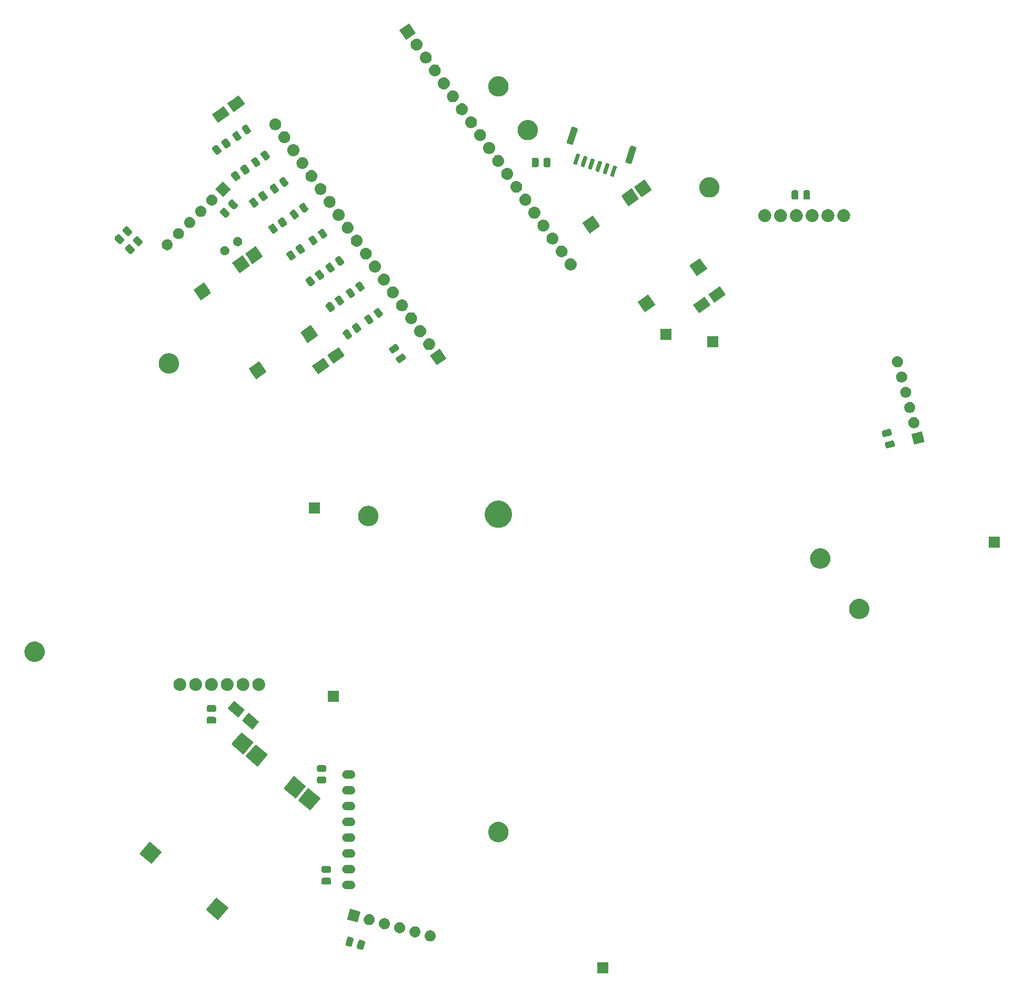
<source format=gbr>
%TF.GenerationSoftware,KiCad,Pcbnew,7.0.9-rc1*%
%TF.CreationDate,2023-11-11T13:07:52+02:00*%
%TF.ProjectId,projectA,70726f6a-6563-4744-912e-6b696361645f,rev?*%
%TF.SameCoordinates,PX5e5c173PY6474d3b*%
%TF.FileFunction,Soldermask,Top*%
%TF.FilePolarity,Negative*%
%FSLAX46Y46*%
G04 Gerber Fmt 4.6, Leading zero omitted, Abs format (unit mm)*
G04 Created by KiCad (PCBNEW 7.0.9-rc1) date 2023-11-11 13:07:52*
%MOMM*%
%LPD*%
G01*
G04 APERTURE LIST*
G04 APERTURE END LIST*
G36*
X17661195Y-72108770D02*
G01*
X17673523Y-72117007D01*
X17681760Y-72129335D01*
X17684653Y-72143877D01*
X17684653Y-73843877D01*
X17681760Y-73858419D01*
X17673523Y-73870747D01*
X17661195Y-73878984D01*
X17646653Y-73881877D01*
X15946653Y-73881877D01*
X15932111Y-73878984D01*
X15919783Y-73870747D01*
X15911546Y-73858419D01*
X15908653Y-73843877D01*
X15908653Y-72143877D01*
X15911546Y-72129335D01*
X15919783Y-72117007D01*
X15932111Y-72108770D01*
X15946653Y-72105877D01*
X17646653Y-72105877D01*
X17661195Y-72108770D01*
G37*
G36*
X-22147350Y-68492171D02*
G01*
X-21930312Y-68550326D01*
X-21667554Y-68620731D01*
X-21667552Y-68620732D01*
X-21664387Y-68621580D01*
X-21602675Y-68646036D01*
X-21598658Y-68649268D01*
X-21596173Y-68650298D01*
X-21567973Y-68673960D01*
X-21520218Y-68712389D01*
X-21467298Y-68804049D01*
X-21457901Y-68864585D01*
X-21451503Y-68900869D01*
X-21451855Y-68903537D01*
X-21451063Y-68908636D01*
X-21460740Y-68974307D01*
X-21706618Y-69891936D01*
X-21731073Y-69953648D01*
X-21734310Y-69957670D01*
X-21735337Y-69960150D01*
X-21758963Y-69988305D01*
X-21797427Y-70036105D01*
X-21889087Y-70089025D01*
X-21949617Y-70098421D01*
X-21985907Y-70104820D01*
X-21988576Y-70104468D01*
X-21993673Y-70105260D01*
X-22059344Y-70095583D01*
X-22542307Y-69966174D01*
X-22604019Y-69941718D01*
X-22608039Y-69938483D01*
X-22610522Y-69937455D01*
X-22638717Y-69913796D01*
X-22686476Y-69875365D01*
X-22739396Y-69783705D01*
X-22748788Y-69723207D01*
X-22755192Y-69686884D01*
X-22754841Y-69684212D01*
X-22755631Y-69679118D01*
X-22745954Y-69613447D01*
X-22574697Y-68974307D01*
X-22500925Y-68698984D01*
X-22500924Y-68698979D01*
X-22500076Y-68695818D01*
X-22475621Y-68634106D01*
X-22472387Y-68630087D01*
X-22471358Y-68627603D01*
X-22447689Y-68599394D01*
X-22409267Y-68551649D01*
X-22317607Y-68498729D01*
X-22257134Y-68489341D01*
X-22220788Y-68482933D01*
X-22218116Y-68483284D01*
X-22213021Y-68482494D01*
X-22147350Y-68492171D01*
G37*
G36*
X-23982610Y-68000415D02*
G01*
X-23766423Y-68058342D01*
X-23502814Y-68128975D01*
X-23502812Y-68128976D01*
X-23499647Y-68129824D01*
X-23437935Y-68154280D01*
X-23433918Y-68157512D01*
X-23431433Y-68158542D01*
X-23403233Y-68182204D01*
X-23355478Y-68220633D01*
X-23302558Y-68312293D01*
X-23293161Y-68372829D01*
X-23286763Y-68409113D01*
X-23287115Y-68411781D01*
X-23286323Y-68416880D01*
X-23296000Y-68482551D01*
X-23541878Y-69400180D01*
X-23566333Y-69461892D01*
X-23569570Y-69465914D01*
X-23570597Y-69468394D01*
X-23594223Y-69496549D01*
X-23632687Y-69544349D01*
X-23724347Y-69597269D01*
X-23784877Y-69606665D01*
X-23821167Y-69613064D01*
X-23823836Y-69612712D01*
X-23828933Y-69613504D01*
X-23894604Y-69603827D01*
X-24377567Y-69474418D01*
X-24439279Y-69449962D01*
X-24443299Y-69446727D01*
X-24445782Y-69445699D01*
X-24473977Y-69422040D01*
X-24521736Y-69383609D01*
X-24574656Y-69291949D01*
X-24584048Y-69231451D01*
X-24590452Y-69195128D01*
X-24590101Y-69192456D01*
X-24590891Y-69187362D01*
X-24581214Y-69121691D01*
X-24453763Y-68646036D01*
X-24336185Y-68207228D01*
X-24336184Y-68207223D01*
X-24335336Y-68204062D01*
X-24310881Y-68142350D01*
X-24307647Y-68138331D01*
X-24306618Y-68135847D01*
X-24282949Y-68107638D01*
X-24244527Y-68059893D01*
X-24152867Y-68006973D01*
X-24092394Y-67997585D01*
X-24056048Y-67991177D01*
X-24053376Y-67991528D01*
X-24048281Y-67990738D01*
X-23982610Y-68000415D01*
G37*
G36*
X-10695008Y-67026667D02*
G01*
X-10525415Y-67102174D01*
X-10375227Y-67211292D01*
X-10251008Y-67349252D01*
X-10158187Y-67510023D01*
X-10100820Y-67686579D01*
X-10081415Y-67871205D01*
X-10100820Y-68055831D01*
X-10158187Y-68232387D01*
X-10251008Y-68393158D01*
X-10375227Y-68531118D01*
X-10525415Y-68640236D01*
X-10695008Y-68715743D01*
X-10876594Y-68754340D01*
X-11062236Y-68754340D01*
X-11243822Y-68715743D01*
X-11413415Y-68640236D01*
X-11563603Y-68531118D01*
X-11687822Y-68393158D01*
X-11780643Y-68232387D01*
X-11838010Y-68055831D01*
X-11857415Y-67871205D01*
X-11838010Y-67686579D01*
X-11780643Y-67510023D01*
X-11687822Y-67349252D01*
X-11563603Y-67211292D01*
X-11413415Y-67102174D01*
X-11243822Y-67026667D01*
X-11062236Y-66988070D01*
X-10876594Y-66988070D01*
X-10695008Y-67026667D01*
G37*
G36*
X-13148460Y-66369266D02*
G01*
X-12978867Y-66444773D01*
X-12828679Y-66553891D01*
X-12704460Y-66691851D01*
X-12611639Y-66852622D01*
X-12554272Y-67029178D01*
X-12534867Y-67213804D01*
X-12554272Y-67398430D01*
X-12611639Y-67574986D01*
X-12704460Y-67735757D01*
X-12828679Y-67873717D01*
X-12978867Y-67982835D01*
X-13148460Y-68058342D01*
X-13330046Y-68096939D01*
X-13515688Y-68096939D01*
X-13697274Y-68058342D01*
X-13866867Y-67982835D01*
X-14017055Y-67873717D01*
X-14141274Y-67735757D01*
X-14234095Y-67574986D01*
X-14291462Y-67398430D01*
X-14310867Y-67213804D01*
X-14291462Y-67029178D01*
X-14234095Y-66852622D01*
X-14141274Y-66691851D01*
X-14017055Y-66553891D01*
X-13866867Y-66444773D01*
X-13697274Y-66369266D01*
X-13515688Y-66330669D01*
X-13330046Y-66330669D01*
X-13148460Y-66369266D01*
G37*
G36*
X-15601912Y-65711866D02*
G01*
X-15432319Y-65787373D01*
X-15282131Y-65896491D01*
X-15157912Y-66034451D01*
X-15065091Y-66195222D01*
X-15007724Y-66371778D01*
X-14988319Y-66556404D01*
X-15007724Y-66741030D01*
X-15065091Y-66917586D01*
X-15157912Y-67078357D01*
X-15282131Y-67216317D01*
X-15432319Y-67325435D01*
X-15601912Y-67400942D01*
X-15783498Y-67439539D01*
X-15969140Y-67439539D01*
X-16150726Y-67400942D01*
X-16320319Y-67325435D01*
X-16470507Y-67216317D01*
X-16594726Y-67078357D01*
X-16687547Y-66917586D01*
X-16744914Y-66741030D01*
X-16764319Y-66556404D01*
X-16744914Y-66371778D01*
X-16687547Y-66195222D01*
X-16594726Y-66034451D01*
X-16470507Y-65896491D01*
X-16320319Y-65787373D01*
X-16150726Y-65711866D01*
X-15969140Y-65673269D01*
X-15783498Y-65673269D01*
X-15601912Y-65711866D01*
G37*
G36*
X-18055363Y-65054466D02*
G01*
X-17885770Y-65129973D01*
X-17735582Y-65239091D01*
X-17611363Y-65377051D01*
X-17518542Y-65537822D01*
X-17461175Y-65714378D01*
X-17441770Y-65899004D01*
X-17461175Y-66083630D01*
X-17518542Y-66260186D01*
X-17611363Y-66420957D01*
X-17735582Y-66558917D01*
X-17885770Y-66668035D01*
X-18055363Y-66743542D01*
X-18236949Y-66782139D01*
X-18422591Y-66782139D01*
X-18604177Y-66743542D01*
X-18773770Y-66668035D01*
X-18923958Y-66558917D01*
X-19048177Y-66420957D01*
X-19140998Y-66260186D01*
X-19198365Y-66083630D01*
X-19217770Y-65899004D01*
X-19198365Y-65714378D01*
X-19140998Y-65537822D01*
X-19048177Y-65377051D01*
X-18923958Y-65239091D01*
X-18773770Y-65129973D01*
X-18604177Y-65054466D01*
X-18422591Y-65015869D01*
X-18236949Y-65015869D01*
X-18055363Y-65054466D01*
G37*
G36*
X-20508815Y-64397065D02*
G01*
X-20339222Y-64472572D01*
X-20189034Y-64581690D01*
X-20064815Y-64719650D01*
X-19971994Y-64880421D01*
X-19914627Y-65056977D01*
X-19895222Y-65241603D01*
X-19914627Y-65426229D01*
X-19971994Y-65602785D01*
X-20064815Y-65763556D01*
X-20189034Y-65901516D01*
X-20339222Y-66010634D01*
X-20508815Y-66086141D01*
X-20690401Y-66124738D01*
X-20876043Y-66124738D01*
X-21057629Y-66086141D01*
X-21227222Y-66010634D01*
X-21377410Y-65901516D01*
X-21501629Y-65763556D01*
X-21594450Y-65602785D01*
X-21651817Y-65426229D01*
X-21671222Y-65241603D01*
X-21651817Y-65056977D01*
X-21594450Y-64880421D01*
X-21501629Y-64719650D01*
X-21377410Y-64581690D01*
X-21227222Y-64472572D01*
X-21057629Y-64397065D01*
X-20876043Y-64358468D01*
X-20690401Y-64358468D01*
X-20508815Y-64397065D01*
G37*
G36*
X-23827879Y-63506465D02*
G01*
X-23823121Y-63507739D01*
X-23823120Y-63507740D01*
X-23271497Y-63655547D01*
X-22185805Y-63946457D01*
X-22172507Y-63953015D01*
X-22162731Y-63964162D01*
X-22157965Y-63978202D01*
X-22158935Y-63992997D01*
X-22598927Y-65635071D01*
X-22605485Y-65648369D01*
X-22616632Y-65658145D01*
X-22630672Y-65662911D01*
X-22645467Y-65661941D01*
X-24287541Y-65221949D01*
X-24300839Y-65215391D01*
X-24310615Y-65204244D01*
X-24315381Y-65190204D01*
X-24314411Y-65175409D01*
X-24302236Y-65129973D01*
X-23875694Y-63538093D01*
X-23875694Y-63538092D01*
X-23874419Y-63533335D01*
X-23867861Y-63520037D01*
X-23856714Y-63510261D01*
X-23842674Y-63505495D01*
X-23827879Y-63506465D01*
G37*
G36*
X-45375738Y-61715621D02*
G01*
X-45362738Y-61722752D01*
X-43447627Y-63329721D01*
X-43438347Y-63341285D01*
X-43434198Y-63355519D01*
X-43435812Y-63370257D01*
X-43442943Y-63383257D01*
X-45049912Y-65298368D01*
X-45061476Y-65307648D01*
X-45075710Y-65311797D01*
X-45090448Y-65310183D01*
X-45103448Y-65303052D01*
X-47018559Y-63696083D01*
X-47027839Y-63684519D01*
X-47031988Y-63670285D01*
X-47030374Y-63655547D01*
X-47023243Y-63642547D01*
X-46920445Y-63520037D01*
X-45419441Y-61731209D01*
X-45419438Y-61731206D01*
X-45416274Y-61727436D01*
X-45404710Y-61718156D01*
X-45390476Y-61714007D01*
X-45375738Y-61715621D01*
G37*
G36*
X-23732072Y-58985114D02*
G01*
X-23655006Y-58989602D01*
X-23612876Y-58999587D01*
X-23568757Y-59004944D01*
X-23532908Y-59018539D01*
X-23498215Y-59026762D01*
X-23458088Y-59046915D01*
X-23413676Y-59063758D01*
X-23384631Y-59083807D01*
X-23355532Y-59098421D01*
X-23318771Y-59129267D01*
X-23277178Y-59157977D01*
X-23255807Y-59182099D01*
X-23233218Y-59201054D01*
X-23202713Y-59242030D01*
X-23167193Y-59282123D01*
X-23153641Y-59307945D01*
X-23137876Y-59329121D01*
X-23116416Y-59378873D01*
X-23090115Y-59428984D01*
X-23083870Y-59454321D01*
X-23074635Y-59475730D01*
X-23064687Y-59532148D01*
X-23050422Y-59590023D01*
X-23050422Y-59613049D01*
X-23046910Y-59632967D01*
X-23050422Y-59693268D01*
X-23050422Y-59755881D01*
X-23055197Y-59775252D01*
X-23056193Y-59792358D01*
X-23074416Y-59853226D01*
X-23090115Y-59916920D01*
X-23097959Y-59931864D01*
X-23101987Y-59945321D01*
X-23135343Y-60003093D01*
X-23167193Y-60063781D01*
X-23176343Y-60074108D01*
X-23181819Y-60083594D01*
X-23229828Y-60134480D01*
X-23277178Y-60187927D01*
X-23285993Y-60194011D01*
X-23291385Y-60199727D01*
X-23352628Y-60240007D01*
X-23413676Y-60282146D01*
X-23420813Y-60284852D01*
X-23424786Y-60287466D01*
X-23497221Y-60313830D01*
X-23568757Y-60340960D01*
X-23573263Y-60341507D01*
X-23574823Y-60342075D01*
X-23658301Y-60351832D01*
X-23733406Y-60360952D01*
X-23736319Y-60360952D01*
X-24431958Y-60360952D01*
X-24433406Y-60360952D01*
X-24434742Y-60360789D01*
X-24511807Y-60356301D01*
X-24553930Y-60346317D01*
X-24598055Y-60340960D01*
X-24633910Y-60327362D01*
X-24668598Y-60319141D01*
X-24708721Y-60298990D01*
X-24753136Y-60282146D01*
X-24782185Y-60262094D01*
X-24811281Y-60247482D01*
X-24848041Y-60216637D01*
X-24889634Y-60187927D01*
X-24911006Y-60163803D01*
X-24933595Y-60144849D01*
X-24964102Y-60103871D01*
X-24999619Y-60063781D01*
X-25013172Y-60037959D01*
X-25028937Y-60016782D01*
X-25050401Y-59967024D01*
X-25076697Y-59916920D01*
X-25082942Y-59891585D01*
X-25092178Y-59870173D01*
X-25102128Y-59813743D01*
X-25116390Y-59755881D01*
X-25116390Y-59732859D01*
X-25119903Y-59712936D01*
X-25116390Y-59652617D01*
X-25116390Y-59590023D01*
X-25111617Y-59570656D01*
X-25110620Y-59553545D01*
X-25092391Y-59492652D01*
X-25076697Y-59428984D01*
X-25068857Y-59414045D01*
X-25064826Y-59400582D01*
X-25031455Y-59342780D01*
X-24999619Y-59282123D01*
X-24990474Y-59271800D01*
X-24984994Y-59262309D01*
X-24936955Y-59211389D01*
X-24889634Y-59157977D01*
X-24880826Y-59151896D01*
X-24875428Y-59146176D01*
X-24814134Y-59105861D01*
X-24753136Y-59063758D01*
X-24746006Y-59061053D01*
X-24742027Y-59058437D01*
X-24669503Y-59032040D01*
X-24598055Y-59004944D01*
X-24593555Y-59004397D01*
X-24591990Y-59003828D01*
X-24508393Y-58994056D01*
X-24433406Y-58984952D01*
X-23733406Y-58984952D01*
X-23732072Y-58985114D01*
G37*
G36*
X-27152409Y-58533527D02*
G01*
X-27147694Y-58535609D01*
X-27145021Y-58535961D01*
X-27111577Y-58551556D01*
X-27055588Y-58576278D01*
X-26980748Y-58651118D01*
X-26956017Y-58707128D01*
X-26940432Y-58740550D01*
X-26940081Y-58743220D01*
X-26937997Y-58747939D01*
X-26930347Y-58813877D01*
X-26930347Y-59313877D01*
X-26937997Y-59379815D01*
X-26940081Y-59384533D01*
X-26940432Y-59387203D01*
X-26956009Y-59420607D01*
X-26980748Y-59476636D01*
X-27055588Y-59551476D01*
X-27111617Y-59576215D01*
X-27145021Y-59591792D01*
X-27147691Y-59592143D01*
X-27152409Y-59594227D01*
X-27218347Y-59601877D01*
X-28168347Y-59601877D01*
X-28234285Y-59594227D01*
X-28239004Y-59592143D01*
X-28241674Y-59591792D01*
X-28275096Y-59576207D01*
X-28331106Y-59551476D01*
X-28405946Y-59476636D01*
X-28430668Y-59420647D01*
X-28446263Y-59387203D01*
X-28446615Y-59384530D01*
X-28448697Y-59379815D01*
X-28456347Y-59313877D01*
X-28456347Y-58813877D01*
X-28448697Y-58747939D01*
X-28446615Y-58743223D01*
X-28446263Y-58740550D01*
X-28430660Y-58707087D01*
X-28405946Y-58651118D01*
X-28331106Y-58576278D01*
X-28275137Y-58551564D01*
X-28241674Y-58535961D01*
X-28239001Y-58535609D01*
X-28234285Y-58533527D01*
X-28168347Y-58525877D01*
X-27218347Y-58525877D01*
X-27152409Y-58533527D01*
G37*
G36*
X-23732072Y-56445114D02*
G01*
X-23655006Y-56449602D01*
X-23612876Y-56459587D01*
X-23568757Y-56464944D01*
X-23532908Y-56478539D01*
X-23498215Y-56486762D01*
X-23458088Y-56506915D01*
X-23413676Y-56523758D01*
X-23384631Y-56543807D01*
X-23355532Y-56558421D01*
X-23318771Y-56589267D01*
X-23277178Y-56617977D01*
X-23255807Y-56642099D01*
X-23233218Y-56661054D01*
X-23202713Y-56702030D01*
X-23167193Y-56742123D01*
X-23153641Y-56767945D01*
X-23137876Y-56789121D01*
X-23116416Y-56838873D01*
X-23090115Y-56888984D01*
X-23083870Y-56914321D01*
X-23074635Y-56935730D01*
X-23064687Y-56992148D01*
X-23050422Y-57050023D01*
X-23050422Y-57073049D01*
X-23046910Y-57092967D01*
X-23050422Y-57153268D01*
X-23050422Y-57215881D01*
X-23055197Y-57235252D01*
X-23056193Y-57252358D01*
X-23074416Y-57313226D01*
X-23090115Y-57376920D01*
X-23097959Y-57391864D01*
X-23101987Y-57405321D01*
X-23135343Y-57463093D01*
X-23167193Y-57523781D01*
X-23176343Y-57534108D01*
X-23181819Y-57543594D01*
X-23229828Y-57594480D01*
X-23277178Y-57647927D01*
X-23285993Y-57654011D01*
X-23291385Y-57659727D01*
X-23352628Y-57700007D01*
X-23413676Y-57742146D01*
X-23420813Y-57744852D01*
X-23424786Y-57747466D01*
X-23497221Y-57773830D01*
X-23568757Y-57800960D01*
X-23573263Y-57801507D01*
X-23574823Y-57802075D01*
X-23658301Y-57811832D01*
X-23733406Y-57820952D01*
X-23736319Y-57820952D01*
X-24431958Y-57820952D01*
X-24433406Y-57820952D01*
X-24434742Y-57820789D01*
X-24511807Y-57816301D01*
X-24553930Y-57806317D01*
X-24598055Y-57800960D01*
X-24633910Y-57787362D01*
X-24668598Y-57779141D01*
X-24708721Y-57758990D01*
X-24753136Y-57742146D01*
X-24782185Y-57722094D01*
X-24811281Y-57707482D01*
X-24848041Y-57676637D01*
X-24889634Y-57647927D01*
X-24911006Y-57623803D01*
X-24933595Y-57604849D01*
X-24964102Y-57563871D01*
X-24999619Y-57523781D01*
X-25013172Y-57497959D01*
X-25028937Y-57476782D01*
X-25050401Y-57427024D01*
X-25076697Y-57376920D01*
X-25082942Y-57351585D01*
X-25092178Y-57330173D01*
X-25102128Y-57273743D01*
X-25116390Y-57215881D01*
X-25116390Y-57192859D01*
X-25119903Y-57172936D01*
X-25116390Y-57112617D01*
X-25116390Y-57050023D01*
X-25111617Y-57030656D01*
X-25110620Y-57013545D01*
X-25092391Y-56952652D01*
X-25076697Y-56888984D01*
X-25068857Y-56874045D01*
X-25064826Y-56860582D01*
X-25031455Y-56802780D01*
X-24999619Y-56742123D01*
X-24990474Y-56731800D01*
X-24984994Y-56722309D01*
X-24936955Y-56671389D01*
X-24889634Y-56617977D01*
X-24880826Y-56611896D01*
X-24875428Y-56606176D01*
X-24814134Y-56565861D01*
X-24753136Y-56523758D01*
X-24746006Y-56521053D01*
X-24742027Y-56518437D01*
X-24669503Y-56492040D01*
X-24598055Y-56464944D01*
X-24593555Y-56464397D01*
X-24591990Y-56463828D01*
X-24508393Y-56454056D01*
X-24433406Y-56444952D01*
X-23733406Y-56444952D01*
X-23732072Y-56445114D01*
G37*
G36*
X-27152409Y-56633527D02*
G01*
X-27147694Y-56635609D01*
X-27145021Y-56635961D01*
X-27111577Y-56651556D01*
X-27055588Y-56676278D01*
X-26980748Y-56751118D01*
X-26956017Y-56807128D01*
X-26940432Y-56840550D01*
X-26940081Y-56843220D01*
X-26937997Y-56847939D01*
X-26930347Y-56913877D01*
X-26930347Y-57413877D01*
X-26937997Y-57479815D01*
X-26940081Y-57484533D01*
X-26940432Y-57487203D01*
X-26956009Y-57520607D01*
X-26980748Y-57576636D01*
X-27055588Y-57651476D01*
X-27111617Y-57676215D01*
X-27145021Y-57691792D01*
X-27147691Y-57692143D01*
X-27152409Y-57694227D01*
X-27218347Y-57701877D01*
X-28168347Y-57701877D01*
X-28234285Y-57694227D01*
X-28239004Y-57692143D01*
X-28241674Y-57691792D01*
X-28275096Y-57676207D01*
X-28331106Y-57651476D01*
X-28405946Y-57576636D01*
X-28430668Y-57520647D01*
X-28446263Y-57487203D01*
X-28446615Y-57484530D01*
X-28448697Y-57479815D01*
X-28456347Y-57413877D01*
X-28456347Y-56913877D01*
X-28448697Y-56847939D01*
X-28446615Y-56843223D01*
X-28446263Y-56840550D01*
X-28430660Y-56807087D01*
X-28405946Y-56751118D01*
X-28331106Y-56676278D01*
X-28275137Y-56651564D01*
X-28241674Y-56635961D01*
X-28239001Y-56635609D01*
X-28234285Y-56633527D01*
X-28168347Y-56625877D01*
X-27218347Y-56625877D01*
X-27152409Y-56633527D01*
G37*
G36*
X-56100360Y-52716595D02*
G01*
X-56087360Y-52723726D01*
X-54679630Y-53904952D01*
X-54349089Y-54182309D01*
X-54172249Y-54330695D01*
X-54162969Y-54342259D01*
X-54158820Y-54356493D01*
X-54160434Y-54371231D01*
X-54167565Y-54384231D01*
X-55774534Y-56299342D01*
X-55786098Y-56308622D01*
X-55800332Y-56312771D01*
X-55815070Y-56311157D01*
X-55828070Y-56304026D01*
X-57743181Y-54697057D01*
X-57752461Y-54685493D01*
X-57756610Y-54671259D01*
X-57754996Y-54656521D01*
X-57747865Y-54643521D01*
X-57519140Y-54370937D01*
X-56144063Y-52732183D01*
X-56144060Y-52732180D01*
X-56140896Y-52728410D01*
X-56129332Y-52719130D01*
X-56115098Y-52714981D01*
X-56100360Y-52716595D01*
G37*
G36*
X-23732072Y-53905114D02*
G01*
X-23655006Y-53909602D01*
X-23612876Y-53919587D01*
X-23568757Y-53924944D01*
X-23532908Y-53938539D01*
X-23498215Y-53946762D01*
X-23458088Y-53966915D01*
X-23413676Y-53983758D01*
X-23384631Y-54003807D01*
X-23355532Y-54018421D01*
X-23318771Y-54049267D01*
X-23277178Y-54077977D01*
X-23255807Y-54102099D01*
X-23233218Y-54121054D01*
X-23202713Y-54162030D01*
X-23167193Y-54202123D01*
X-23153641Y-54227945D01*
X-23137876Y-54249121D01*
X-23116416Y-54298873D01*
X-23090115Y-54348984D01*
X-23083870Y-54374321D01*
X-23074635Y-54395730D01*
X-23064687Y-54452148D01*
X-23050422Y-54510023D01*
X-23050422Y-54533049D01*
X-23046910Y-54552967D01*
X-23050422Y-54613268D01*
X-23050422Y-54675881D01*
X-23055197Y-54695252D01*
X-23056193Y-54712358D01*
X-23074416Y-54773226D01*
X-23090115Y-54836920D01*
X-23097959Y-54851864D01*
X-23101987Y-54865321D01*
X-23135343Y-54923093D01*
X-23167193Y-54983781D01*
X-23176343Y-54994108D01*
X-23181819Y-55003594D01*
X-23229828Y-55054480D01*
X-23277178Y-55107927D01*
X-23285993Y-55114011D01*
X-23291385Y-55119727D01*
X-23352628Y-55160007D01*
X-23413676Y-55202146D01*
X-23420813Y-55204852D01*
X-23424786Y-55207466D01*
X-23497221Y-55233830D01*
X-23568757Y-55260960D01*
X-23573263Y-55261507D01*
X-23574823Y-55262075D01*
X-23658301Y-55271832D01*
X-23733406Y-55280952D01*
X-23736319Y-55280952D01*
X-24431958Y-55280952D01*
X-24433406Y-55280952D01*
X-24434742Y-55280789D01*
X-24511807Y-55276301D01*
X-24553930Y-55266317D01*
X-24598055Y-55260960D01*
X-24633910Y-55247362D01*
X-24668598Y-55239141D01*
X-24708721Y-55218990D01*
X-24753136Y-55202146D01*
X-24782185Y-55182094D01*
X-24811281Y-55167482D01*
X-24848041Y-55136637D01*
X-24889634Y-55107927D01*
X-24911006Y-55083803D01*
X-24933595Y-55064849D01*
X-24964102Y-55023871D01*
X-24999619Y-54983781D01*
X-25013172Y-54957959D01*
X-25028937Y-54936782D01*
X-25050401Y-54887024D01*
X-25076697Y-54836920D01*
X-25082942Y-54811585D01*
X-25092178Y-54790173D01*
X-25102128Y-54733743D01*
X-25116390Y-54675881D01*
X-25116390Y-54652859D01*
X-25119903Y-54632936D01*
X-25116390Y-54572617D01*
X-25116390Y-54510023D01*
X-25111617Y-54490656D01*
X-25110620Y-54473545D01*
X-25092391Y-54412652D01*
X-25076697Y-54348984D01*
X-25068857Y-54334045D01*
X-25064826Y-54320582D01*
X-25031455Y-54262780D01*
X-24999619Y-54202123D01*
X-24990474Y-54191800D01*
X-24984994Y-54182309D01*
X-24936955Y-54131389D01*
X-24889634Y-54077977D01*
X-24880826Y-54071896D01*
X-24875428Y-54066176D01*
X-24814134Y-54025861D01*
X-24753136Y-53983758D01*
X-24746006Y-53981053D01*
X-24742027Y-53978437D01*
X-24669503Y-53952040D01*
X-24598055Y-53924944D01*
X-24593555Y-53924397D01*
X-24591990Y-53923828D01*
X-24508393Y-53914056D01*
X-24433406Y-53904952D01*
X-23733406Y-53904952D01*
X-23732072Y-53905114D01*
G37*
G36*
X59975Y-49516719D02*
G01*
X122394Y-49516719D01*
X190598Y-49526999D01*
X256240Y-49532165D01*
X309150Y-49544867D01*
X364459Y-49553204D01*
X436734Y-49575498D01*
X506170Y-49592168D01*
X551064Y-49610764D01*
X598374Y-49625357D01*
X672654Y-49661128D01*
X743636Y-49690530D01*
X780069Y-49712856D01*
X818935Y-49731573D01*
X892862Y-49781976D01*
X962792Y-49824829D01*
X990794Y-49848745D01*
X1021186Y-49869466D01*
X1092152Y-49935313D01*
X1158241Y-49991758D01*
X1178308Y-50015254D01*
X1200635Y-50035970D01*
X1265909Y-50117822D01*
X1325170Y-50187207D01*
X1338203Y-50208475D01*
X1353264Y-50227361D01*
X1410064Y-50325742D01*
X1459469Y-50406363D01*
X1466725Y-50423881D01*
X1475659Y-50439355D01*
X1521213Y-50555426D01*
X1557831Y-50643829D01*
X1560859Y-50656444D01*
X1565095Y-50667236D01*
X1596800Y-50806150D01*
X1617834Y-50893759D01*
X1618379Y-50900694D01*
X1619565Y-50905887D01*
X1635047Y-51112485D01*
X1638000Y-51149999D01*
X1635047Y-51187515D01*
X1619565Y-51394110D01*
X1618379Y-51399302D01*
X1617834Y-51406239D01*
X1596796Y-51493866D01*
X1565095Y-51632761D01*
X1560860Y-51643550D01*
X1557831Y-51656169D01*
X1521205Y-51744589D01*
X1475659Y-51860642D01*
X1466727Y-51876112D01*
X1459469Y-51893635D01*
X1410054Y-51974271D01*
X1353264Y-52072636D01*
X1338206Y-52091518D01*
X1325170Y-52112791D01*
X1265897Y-52182189D01*
X1200635Y-52264027D01*
X1178312Y-52284739D01*
X1158241Y-52308240D01*
X1092139Y-52364696D01*
X1021186Y-52430531D01*
X990800Y-52451247D01*
X962792Y-52475169D01*
X892848Y-52518030D01*
X818935Y-52568424D01*
X780076Y-52587136D01*
X743636Y-52609468D01*
X672639Y-52638875D01*
X598374Y-52674640D01*
X551074Y-52689230D01*
X506170Y-52707830D01*
X436719Y-52724503D01*
X364459Y-52746793D01*
X309158Y-52755128D01*
X256240Y-52767833D01*
X190594Y-52772999D01*
X122394Y-52783279D01*
X59975Y-52783279D01*
X0Y-52787999D01*
X-59975Y-52783279D01*
X-122394Y-52783279D01*
X-190595Y-52772999D01*
X-256240Y-52767833D01*
X-309158Y-52755128D01*
X-364460Y-52746793D01*
X-436725Y-52724502D01*
X-506170Y-52707830D01*
X-551072Y-52689231D01*
X-598375Y-52674640D01*
X-672645Y-52638873D01*
X-743636Y-52609468D01*
X-780077Y-52587137D01*
X-818935Y-52568424D01*
X-892852Y-52518028D01*
X-962792Y-52475169D01*
X-990797Y-52451250D01*
X-1021187Y-52430531D01*
X-1092152Y-52364685D01*
X-1158241Y-52308240D01*
X-1178309Y-52284743D01*
X-1200636Y-52264027D01*
X-1265913Y-52182172D01*
X-1325170Y-52112791D01*
X-1338203Y-52091523D01*
X-1353265Y-52072636D01*
X-1410072Y-51974243D01*
X-1459469Y-51893635D01*
X-1466725Y-51876118D01*
X-1475660Y-51860642D01*
X-1521225Y-51744543D01*
X-1557831Y-51656169D01*
X-1560859Y-51643557D01*
X-1565096Y-51632761D01*
X-1596817Y-51493782D01*
X-1617834Y-51406239D01*
X-1618380Y-51399308D01*
X-1619566Y-51394110D01*
X-1635069Y-51187249D01*
X-1638000Y-51149999D01*
X-1635069Y-51112751D01*
X-1619566Y-50905887D01*
X-1618380Y-50900687D01*
X-1617834Y-50893759D01*
X-1596822Y-50806234D01*
X-1565096Y-50667236D01*
X-1560859Y-50656438D01*
X-1557831Y-50643829D01*
X-1521233Y-50555472D01*
X-1475660Y-50439355D01*
X-1466724Y-50423875D01*
X-1459469Y-50406363D01*
X-1410082Y-50325770D01*
X-1353265Y-50227361D01*
X-1338201Y-50208470D01*
X-1325170Y-50187207D01*
X-1265925Y-50117839D01*
X-1200636Y-50035970D01*
X-1178305Y-50015249D01*
X-1158241Y-49991758D01*
X-1092166Y-49935323D01*
X-1021187Y-49869466D01*
X-990791Y-49848742D01*
X-962792Y-49824829D01*
X-892867Y-49781978D01*
X-818935Y-49731573D01*
X-780069Y-49712855D01*
X-743636Y-49690530D01*
X-672659Y-49661130D01*
X-598375Y-49625357D01*
X-551062Y-49610762D01*
X-506170Y-49592168D01*
X-436740Y-49575499D01*
X-364460Y-49553204D01*
X-309149Y-49544867D01*
X-256240Y-49532165D01*
X-190599Y-49526999D01*
X-122394Y-49516719D01*
X-59975Y-49516719D01*
X0Y-49511999D01*
X59975Y-49516719D01*
G37*
G36*
X-23732072Y-51365114D02*
G01*
X-23655006Y-51369602D01*
X-23612876Y-51379587D01*
X-23568757Y-51384944D01*
X-23532908Y-51398539D01*
X-23498215Y-51406762D01*
X-23458088Y-51426915D01*
X-23413676Y-51443758D01*
X-23384631Y-51463807D01*
X-23355532Y-51478421D01*
X-23318771Y-51509267D01*
X-23277178Y-51537977D01*
X-23255807Y-51562099D01*
X-23233218Y-51581054D01*
X-23202713Y-51622030D01*
X-23167193Y-51662123D01*
X-23153641Y-51687945D01*
X-23137876Y-51709121D01*
X-23116416Y-51758873D01*
X-23090115Y-51808984D01*
X-23083870Y-51834321D01*
X-23074635Y-51855730D01*
X-23064687Y-51912148D01*
X-23050422Y-51970023D01*
X-23050422Y-51993049D01*
X-23046910Y-52012967D01*
X-23050422Y-52073268D01*
X-23050422Y-52135881D01*
X-23055197Y-52155252D01*
X-23056193Y-52172358D01*
X-23074416Y-52233226D01*
X-23090115Y-52296920D01*
X-23097959Y-52311864D01*
X-23101987Y-52325321D01*
X-23135343Y-52383093D01*
X-23167193Y-52443781D01*
X-23176343Y-52454108D01*
X-23181819Y-52463594D01*
X-23229828Y-52514480D01*
X-23277178Y-52567927D01*
X-23285993Y-52574011D01*
X-23291385Y-52579727D01*
X-23352628Y-52620007D01*
X-23413676Y-52662146D01*
X-23420813Y-52664852D01*
X-23424786Y-52667466D01*
X-23497221Y-52693830D01*
X-23568757Y-52720960D01*
X-23573263Y-52721507D01*
X-23574823Y-52722075D01*
X-23658301Y-52731832D01*
X-23733406Y-52740952D01*
X-23736319Y-52740952D01*
X-24431958Y-52740952D01*
X-24433406Y-52740952D01*
X-24434742Y-52740789D01*
X-24511807Y-52736301D01*
X-24553930Y-52726317D01*
X-24598055Y-52720960D01*
X-24633910Y-52707362D01*
X-24668598Y-52699141D01*
X-24708721Y-52678990D01*
X-24753136Y-52662146D01*
X-24782185Y-52642094D01*
X-24811281Y-52627482D01*
X-24848041Y-52596637D01*
X-24889634Y-52567927D01*
X-24911006Y-52543803D01*
X-24933595Y-52524849D01*
X-24964102Y-52483871D01*
X-24999619Y-52443781D01*
X-25013172Y-52417959D01*
X-25028937Y-52396782D01*
X-25050401Y-52347024D01*
X-25076697Y-52296920D01*
X-25082942Y-52271585D01*
X-25092178Y-52250173D01*
X-25102128Y-52193743D01*
X-25116390Y-52135881D01*
X-25116390Y-52112859D01*
X-25119903Y-52092936D01*
X-25116390Y-52032617D01*
X-25116390Y-51970023D01*
X-25111617Y-51950656D01*
X-25110620Y-51933545D01*
X-25092391Y-51872652D01*
X-25076697Y-51808984D01*
X-25068857Y-51794045D01*
X-25064826Y-51780582D01*
X-25031455Y-51722780D01*
X-24999619Y-51662123D01*
X-24990474Y-51651800D01*
X-24984994Y-51642309D01*
X-24936955Y-51591389D01*
X-24889634Y-51537977D01*
X-24880826Y-51531896D01*
X-24875428Y-51526176D01*
X-24814134Y-51485861D01*
X-24753136Y-51443758D01*
X-24746006Y-51441053D01*
X-24742027Y-51438437D01*
X-24669503Y-51412040D01*
X-24598055Y-51384944D01*
X-24593555Y-51384397D01*
X-24591990Y-51383828D01*
X-24508393Y-51374056D01*
X-24433406Y-51364952D01*
X-23733406Y-51364952D01*
X-23732072Y-51365114D01*
G37*
G36*
X-23732072Y-48825114D02*
G01*
X-23655006Y-48829602D01*
X-23612876Y-48839587D01*
X-23568757Y-48844944D01*
X-23532908Y-48858539D01*
X-23498215Y-48866762D01*
X-23458088Y-48886915D01*
X-23413676Y-48903758D01*
X-23384631Y-48923807D01*
X-23355532Y-48938421D01*
X-23318771Y-48969267D01*
X-23277178Y-48997977D01*
X-23255807Y-49022099D01*
X-23233218Y-49041054D01*
X-23202713Y-49082030D01*
X-23167193Y-49122123D01*
X-23153641Y-49147945D01*
X-23137876Y-49169121D01*
X-23116416Y-49218873D01*
X-23090115Y-49268984D01*
X-23083870Y-49294321D01*
X-23074635Y-49315730D01*
X-23064687Y-49372148D01*
X-23050422Y-49430023D01*
X-23050422Y-49453049D01*
X-23046910Y-49472967D01*
X-23050422Y-49533268D01*
X-23050422Y-49595881D01*
X-23055197Y-49615252D01*
X-23056193Y-49632358D01*
X-23074416Y-49693226D01*
X-23090115Y-49756920D01*
X-23097959Y-49771864D01*
X-23101987Y-49785321D01*
X-23135343Y-49843093D01*
X-23167193Y-49903781D01*
X-23176343Y-49914108D01*
X-23181819Y-49923594D01*
X-23229828Y-49974480D01*
X-23277178Y-50027927D01*
X-23285993Y-50034011D01*
X-23291385Y-50039727D01*
X-23352628Y-50080007D01*
X-23413676Y-50122146D01*
X-23420813Y-50124852D01*
X-23424786Y-50127466D01*
X-23497221Y-50153830D01*
X-23568757Y-50180960D01*
X-23573263Y-50181507D01*
X-23574823Y-50182075D01*
X-23658301Y-50191832D01*
X-23733406Y-50200952D01*
X-23736319Y-50200952D01*
X-24431958Y-50200952D01*
X-24433406Y-50200952D01*
X-24434742Y-50200789D01*
X-24511807Y-50196301D01*
X-24553930Y-50186317D01*
X-24598055Y-50180960D01*
X-24633910Y-50167362D01*
X-24668598Y-50159141D01*
X-24708721Y-50138990D01*
X-24753136Y-50122146D01*
X-24782185Y-50102094D01*
X-24811281Y-50087482D01*
X-24848041Y-50056637D01*
X-24889634Y-50027927D01*
X-24911006Y-50003803D01*
X-24933595Y-49984849D01*
X-24964102Y-49943871D01*
X-24999619Y-49903781D01*
X-25013172Y-49877959D01*
X-25028937Y-49856782D01*
X-25050401Y-49807024D01*
X-25076697Y-49756920D01*
X-25082942Y-49731585D01*
X-25092178Y-49710173D01*
X-25102128Y-49653743D01*
X-25116390Y-49595881D01*
X-25116390Y-49572859D01*
X-25119903Y-49552936D01*
X-25116390Y-49492617D01*
X-25116390Y-49430023D01*
X-25111617Y-49410656D01*
X-25110620Y-49393545D01*
X-25092391Y-49332652D01*
X-25076697Y-49268984D01*
X-25068857Y-49254045D01*
X-25064826Y-49240582D01*
X-25031455Y-49182780D01*
X-24999619Y-49122123D01*
X-24990474Y-49111800D01*
X-24984994Y-49102309D01*
X-24936955Y-49051389D01*
X-24889634Y-48997977D01*
X-24880826Y-48991896D01*
X-24875428Y-48986176D01*
X-24814134Y-48945861D01*
X-24753136Y-48903758D01*
X-24746006Y-48901053D01*
X-24742027Y-48898437D01*
X-24669503Y-48872040D01*
X-24598055Y-48844944D01*
X-24593555Y-48844397D01*
X-24591990Y-48843828D01*
X-24508393Y-48834056D01*
X-24433406Y-48824952D01*
X-23733406Y-48824952D01*
X-23732072Y-48825114D01*
G37*
G36*
X-30591623Y-44096599D02*
G01*
X-30578623Y-44103730D01*
X-28663512Y-45710699D01*
X-28654232Y-45722263D01*
X-28650083Y-45736497D01*
X-28651697Y-45751235D01*
X-28658828Y-45764235D01*
X-30265797Y-47679346D01*
X-30277361Y-47688626D01*
X-30291595Y-47692775D01*
X-30306333Y-47691161D01*
X-30319333Y-47684030D01*
X-32234444Y-46077061D01*
X-32243724Y-46065497D01*
X-32247873Y-46051263D01*
X-32246259Y-46036525D01*
X-32239128Y-46023525D01*
X-32024722Y-45768006D01*
X-30635326Y-44112187D01*
X-30635323Y-44112184D01*
X-30632159Y-44108414D01*
X-30620595Y-44099134D01*
X-30606361Y-44094985D01*
X-30591623Y-44096599D01*
G37*
G36*
X-23732072Y-46285114D02*
G01*
X-23655006Y-46289602D01*
X-23612876Y-46299587D01*
X-23568757Y-46304944D01*
X-23532908Y-46318539D01*
X-23498215Y-46326762D01*
X-23458088Y-46346915D01*
X-23413676Y-46363758D01*
X-23384631Y-46383807D01*
X-23355532Y-46398421D01*
X-23318771Y-46429267D01*
X-23277178Y-46457977D01*
X-23255807Y-46482099D01*
X-23233218Y-46501054D01*
X-23202713Y-46542030D01*
X-23167193Y-46582123D01*
X-23153641Y-46607945D01*
X-23137876Y-46629121D01*
X-23116416Y-46678873D01*
X-23090115Y-46728984D01*
X-23083870Y-46754321D01*
X-23074635Y-46775730D01*
X-23064687Y-46832148D01*
X-23050422Y-46890023D01*
X-23050422Y-46913049D01*
X-23046910Y-46932967D01*
X-23050422Y-46993268D01*
X-23050422Y-47055881D01*
X-23055197Y-47075252D01*
X-23056193Y-47092358D01*
X-23074416Y-47153226D01*
X-23090115Y-47216920D01*
X-23097959Y-47231864D01*
X-23101987Y-47245321D01*
X-23135343Y-47303093D01*
X-23167193Y-47363781D01*
X-23176343Y-47374108D01*
X-23181819Y-47383594D01*
X-23229828Y-47434480D01*
X-23277178Y-47487927D01*
X-23285993Y-47494011D01*
X-23291385Y-47499727D01*
X-23352628Y-47540007D01*
X-23413676Y-47582146D01*
X-23420813Y-47584852D01*
X-23424786Y-47587466D01*
X-23497221Y-47613830D01*
X-23568757Y-47640960D01*
X-23573263Y-47641507D01*
X-23574823Y-47642075D01*
X-23658301Y-47651832D01*
X-23733406Y-47660952D01*
X-23736319Y-47660952D01*
X-24431958Y-47660952D01*
X-24433406Y-47660952D01*
X-24434742Y-47660789D01*
X-24511807Y-47656301D01*
X-24553930Y-47646317D01*
X-24598055Y-47640960D01*
X-24633910Y-47627362D01*
X-24668598Y-47619141D01*
X-24708721Y-47598990D01*
X-24753136Y-47582146D01*
X-24782185Y-47562094D01*
X-24811281Y-47547482D01*
X-24848041Y-47516637D01*
X-24889634Y-47487927D01*
X-24911006Y-47463803D01*
X-24933595Y-47444849D01*
X-24964102Y-47403871D01*
X-24999619Y-47363781D01*
X-25013172Y-47337959D01*
X-25028937Y-47316782D01*
X-25050401Y-47267024D01*
X-25076697Y-47216920D01*
X-25082942Y-47191585D01*
X-25092178Y-47170173D01*
X-25102128Y-47113743D01*
X-25116390Y-47055881D01*
X-25116390Y-47032859D01*
X-25119903Y-47012936D01*
X-25116390Y-46952617D01*
X-25116390Y-46890023D01*
X-25111617Y-46870656D01*
X-25110620Y-46853545D01*
X-25092391Y-46792652D01*
X-25076697Y-46728984D01*
X-25068857Y-46714045D01*
X-25064826Y-46700582D01*
X-25031455Y-46642780D01*
X-24999619Y-46582123D01*
X-24990474Y-46571800D01*
X-24984994Y-46562309D01*
X-24936955Y-46511389D01*
X-24889634Y-46457977D01*
X-24880826Y-46451896D01*
X-24875428Y-46446176D01*
X-24814134Y-46405861D01*
X-24753136Y-46363758D01*
X-24746006Y-46361053D01*
X-24742027Y-46358437D01*
X-24669503Y-46332040D01*
X-24598055Y-46304944D01*
X-24593555Y-46304397D01*
X-24591990Y-46303828D01*
X-24508393Y-46294056D01*
X-24433406Y-46284952D01*
X-23733406Y-46284952D01*
X-23732072Y-46285114D01*
G37*
G36*
X-32889756Y-42168236D02*
G01*
X-32876756Y-42175367D01*
X-31422344Y-43395763D01*
X-31006198Y-43744952D01*
X-30961645Y-43782336D01*
X-30952365Y-43793900D01*
X-30948216Y-43808134D01*
X-30949830Y-43822872D01*
X-30956961Y-43835872D01*
X-32563930Y-45750983D01*
X-32575494Y-45760263D01*
X-32589728Y-45764412D01*
X-32604466Y-45762798D01*
X-32617466Y-45755667D01*
X-34532577Y-44148698D01*
X-34541857Y-44137134D01*
X-34546006Y-44122900D01*
X-34544392Y-44108162D01*
X-34537261Y-44095162D01*
X-34305061Y-43818437D01*
X-32933459Y-42183824D01*
X-32933456Y-42183821D01*
X-32930292Y-42180051D01*
X-32918728Y-42170771D01*
X-32904494Y-42166622D01*
X-32889756Y-42168236D01*
G37*
G36*
X-23732072Y-43745114D02*
G01*
X-23655006Y-43749602D01*
X-23612876Y-43759587D01*
X-23568757Y-43764944D01*
X-23532908Y-43778539D01*
X-23498215Y-43786762D01*
X-23458088Y-43806915D01*
X-23413676Y-43823758D01*
X-23384631Y-43843807D01*
X-23355532Y-43858421D01*
X-23318771Y-43889267D01*
X-23277178Y-43917977D01*
X-23255807Y-43942099D01*
X-23233218Y-43961054D01*
X-23202713Y-44002030D01*
X-23167193Y-44042123D01*
X-23153641Y-44067945D01*
X-23137876Y-44089121D01*
X-23116416Y-44138873D01*
X-23090115Y-44188984D01*
X-23083870Y-44214321D01*
X-23074635Y-44235730D01*
X-23064687Y-44292148D01*
X-23050422Y-44350023D01*
X-23050422Y-44373049D01*
X-23046910Y-44392967D01*
X-23050422Y-44453268D01*
X-23050422Y-44515881D01*
X-23055197Y-44535252D01*
X-23056193Y-44552358D01*
X-23074416Y-44613226D01*
X-23090115Y-44676920D01*
X-23097959Y-44691864D01*
X-23101987Y-44705321D01*
X-23135343Y-44763093D01*
X-23167193Y-44823781D01*
X-23176343Y-44834108D01*
X-23181819Y-44843594D01*
X-23229828Y-44894480D01*
X-23277178Y-44947927D01*
X-23285993Y-44954011D01*
X-23291385Y-44959727D01*
X-23352628Y-45000007D01*
X-23413676Y-45042146D01*
X-23420813Y-45044852D01*
X-23424786Y-45047466D01*
X-23497221Y-45073830D01*
X-23568757Y-45100960D01*
X-23573263Y-45101507D01*
X-23574823Y-45102075D01*
X-23658301Y-45111832D01*
X-23733406Y-45120952D01*
X-23736319Y-45120952D01*
X-24431958Y-45120952D01*
X-24433406Y-45120952D01*
X-24434742Y-45120789D01*
X-24511807Y-45116301D01*
X-24553930Y-45106317D01*
X-24598055Y-45100960D01*
X-24633910Y-45087362D01*
X-24668598Y-45079141D01*
X-24708721Y-45058990D01*
X-24753136Y-45042146D01*
X-24782185Y-45022094D01*
X-24811281Y-45007482D01*
X-24848041Y-44976637D01*
X-24889634Y-44947927D01*
X-24911006Y-44923803D01*
X-24933595Y-44904849D01*
X-24964102Y-44863871D01*
X-24999619Y-44823781D01*
X-25013172Y-44797959D01*
X-25028937Y-44776782D01*
X-25050401Y-44727024D01*
X-25076697Y-44676920D01*
X-25082942Y-44651585D01*
X-25092178Y-44630173D01*
X-25102128Y-44573743D01*
X-25116390Y-44515881D01*
X-25116390Y-44492859D01*
X-25119903Y-44472936D01*
X-25116390Y-44412617D01*
X-25116390Y-44350023D01*
X-25111617Y-44330656D01*
X-25110620Y-44313545D01*
X-25092391Y-44252652D01*
X-25076697Y-44188984D01*
X-25068857Y-44174045D01*
X-25064826Y-44160582D01*
X-25031455Y-44102780D01*
X-24999619Y-44042123D01*
X-24990474Y-44031800D01*
X-24984994Y-44022309D01*
X-24936955Y-43971389D01*
X-24889634Y-43917977D01*
X-24880826Y-43911896D01*
X-24875428Y-43906176D01*
X-24814134Y-43865861D01*
X-24753136Y-43823758D01*
X-24746006Y-43821053D01*
X-24742027Y-43818437D01*
X-24669503Y-43792040D01*
X-24598055Y-43764944D01*
X-24593555Y-43764397D01*
X-24591990Y-43763828D01*
X-24508393Y-43754056D01*
X-24433406Y-43744952D01*
X-23733406Y-43744952D01*
X-23732072Y-43745114D01*
G37*
G36*
X-27927409Y-42203527D02*
G01*
X-27922694Y-42205609D01*
X-27920021Y-42205961D01*
X-27886577Y-42221556D01*
X-27830588Y-42246278D01*
X-27755748Y-42321118D01*
X-27731017Y-42377128D01*
X-27715432Y-42410550D01*
X-27715081Y-42413220D01*
X-27712997Y-42417939D01*
X-27705347Y-42483877D01*
X-27705347Y-43008877D01*
X-27712997Y-43074815D01*
X-27715081Y-43079533D01*
X-27715432Y-43082203D01*
X-27731009Y-43115607D01*
X-27755748Y-43171636D01*
X-27830588Y-43246476D01*
X-27886617Y-43271215D01*
X-27920021Y-43286792D01*
X-27922691Y-43287143D01*
X-27927409Y-43289227D01*
X-27993347Y-43296877D01*
X-28893347Y-43296877D01*
X-28959285Y-43289227D01*
X-28964004Y-43287143D01*
X-28966674Y-43286792D01*
X-29000096Y-43271207D01*
X-29056106Y-43246476D01*
X-29130946Y-43171636D01*
X-29155668Y-43115647D01*
X-29171263Y-43082203D01*
X-29171615Y-43079530D01*
X-29173697Y-43074815D01*
X-29181347Y-43008877D01*
X-29181347Y-42483877D01*
X-29173697Y-42417939D01*
X-29171615Y-42413223D01*
X-29171263Y-42410550D01*
X-29155660Y-42377087D01*
X-29130946Y-42321118D01*
X-29056106Y-42246278D01*
X-29000137Y-42221564D01*
X-28966674Y-42205961D01*
X-28964001Y-42205609D01*
X-28959285Y-42203527D01*
X-28893347Y-42195877D01*
X-27993347Y-42195877D01*
X-27927409Y-42203527D01*
G37*
G36*
X-23732072Y-41205114D02*
G01*
X-23655006Y-41209602D01*
X-23612876Y-41219587D01*
X-23568757Y-41224944D01*
X-23532908Y-41238539D01*
X-23498215Y-41246762D01*
X-23458088Y-41266915D01*
X-23413676Y-41283758D01*
X-23384631Y-41303807D01*
X-23355532Y-41318421D01*
X-23318771Y-41349267D01*
X-23277178Y-41377977D01*
X-23255807Y-41402099D01*
X-23233218Y-41421054D01*
X-23202713Y-41462030D01*
X-23167193Y-41502123D01*
X-23153641Y-41527945D01*
X-23137876Y-41549121D01*
X-23116416Y-41598873D01*
X-23090115Y-41648984D01*
X-23083870Y-41674321D01*
X-23074635Y-41695730D01*
X-23064687Y-41752148D01*
X-23050422Y-41810023D01*
X-23050422Y-41833049D01*
X-23046910Y-41852967D01*
X-23050422Y-41913268D01*
X-23050422Y-41975881D01*
X-23055197Y-41995252D01*
X-23056193Y-42012358D01*
X-23074416Y-42073226D01*
X-23090115Y-42136920D01*
X-23097959Y-42151864D01*
X-23101987Y-42165321D01*
X-23135343Y-42223093D01*
X-23167193Y-42283781D01*
X-23176343Y-42294108D01*
X-23181819Y-42303594D01*
X-23229828Y-42354480D01*
X-23277178Y-42407927D01*
X-23285993Y-42414011D01*
X-23291385Y-42419727D01*
X-23352628Y-42460007D01*
X-23413676Y-42502146D01*
X-23420813Y-42504852D01*
X-23424786Y-42507466D01*
X-23497221Y-42533830D01*
X-23568757Y-42560960D01*
X-23573263Y-42561507D01*
X-23574823Y-42562075D01*
X-23658301Y-42571832D01*
X-23733406Y-42580952D01*
X-23736319Y-42580952D01*
X-24431958Y-42580952D01*
X-24433406Y-42580952D01*
X-24434742Y-42580789D01*
X-24511807Y-42576301D01*
X-24553930Y-42566317D01*
X-24598055Y-42560960D01*
X-24633910Y-42547362D01*
X-24668598Y-42539141D01*
X-24708721Y-42518990D01*
X-24753136Y-42502146D01*
X-24782185Y-42482094D01*
X-24811281Y-42467482D01*
X-24848041Y-42436637D01*
X-24889634Y-42407927D01*
X-24911006Y-42383803D01*
X-24933595Y-42364849D01*
X-24964102Y-42323871D01*
X-24999619Y-42283781D01*
X-25013172Y-42257959D01*
X-25028937Y-42236782D01*
X-25050401Y-42187024D01*
X-25076697Y-42136920D01*
X-25082942Y-42111585D01*
X-25092178Y-42090173D01*
X-25102128Y-42033743D01*
X-25116390Y-41975881D01*
X-25116390Y-41952859D01*
X-25119903Y-41932936D01*
X-25116390Y-41872617D01*
X-25116390Y-41810023D01*
X-25111617Y-41790656D01*
X-25110620Y-41773545D01*
X-25092391Y-41712652D01*
X-25076697Y-41648984D01*
X-25068857Y-41634045D01*
X-25064826Y-41620582D01*
X-25031455Y-41562780D01*
X-24999619Y-41502123D01*
X-24990474Y-41491800D01*
X-24984994Y-41482309D01*
X-24936955Y-41431389D01*
X-24889634Y-41377977D01*
X-24880826Y-41371896D01*
X-24875428Y-41366176D01*
X-24814134Y-41325861D01*
X-24753136Y-41283758D01*
X-24746006Y-41281053D01*
X-24742027Y-41278437D01*
X-24669503Y-41252040D01*
X-24598055Y-41224944D01*
X-24593555Y-41224397D01*
X-24591990Y-41223828D01*
X-24508393Y-41214056D01*
X-24433406Y-41204952D01*
X-23733406Y-41204952D01*
X-23732072Y-41205114D01*
G37*
G36*
X-27927409Y-40378527D02*
G01*
X-27922694Y-40380609D01*
X-27920021Y-40380961D01*
X-27886577Y-40396556D01*
X-27830588Y-40421278D01*
X-27755748Y-40496118D01*
X-27731017Y-40552128D01*
X-27715432Y-40585550D01*
X-27715081Y-40588220D01*
X-27712997Y-40592939D01*
X-27705347Y-40658877D01*
X-27705347Y-41183877D01*
X-27712997Y-41249815D01*
X-27715081Y-41254533D01*
X-27715432Y-41257203D01*
X-27731009Y-41290607D01*
X-27755748Y-41346636D01*
X-27830588Y-41421476D01*
X-27886617Y-41446215D01*
X-27920021Y-41461792D01*
X-27922691Y-41462143D01*
X-27927409Y-41464227D01*
X-27993347Y-41471877D01*
X-28893347Y-41471877D01*
X-28959285Y-41464227D01*
X-28964004Y-41462143D01*
X-28966674Y-41461792D01*
X-29000096Y-41446207D01*
X-29056106Y-41421476D01*
X-29130946Y-41346636D01*
X-29155668Y-41290647D01*
X-29171263Y-41257203D01*
X-29171615Y-41254530D01*
X-29173697Y-41249815D01*
X-29181347Y-41183877D01*
X-29181347Y-40658877D01*
X-29173697Y-40592939D01*
X-29171615Y-40588223D01*
X-29171263Y-40585550D01*
X-29155660Y-40552087D01*
X-29130946Y-40496118D01*
X-29056106Y-40421278D01*
X-29000137Y-40396564D01*
X-28966674Y-40380961D01*
X-28964001Y-40380609D01*
X-28959285Y-40378527D01*
X-28893347Y-40370877D01*
X-27993347Y-40370877D01*
X-27927409Y-40378527D01*
G37*
G36*
X-39018112Y-37025935D02*
G01*
X-39005112Y-37033066D01*
X-37090001Y-38640035D01*
X-37080721Y-38651599D01*
X-37076572Y-38665833D01*
X-37078186Y-38680571D01*
X-37085317Y-38693571D01*
X-38692286Y-40608682D01*
X-38703850Y-40617962D01*
X-38718084Y-40622111D01*
X-38732822Y-40620497D01*
X-38745822Y-40613366D01*
X-40660933Y-39006397D01*
X-40670213Y-38994833D01*
X-40674362Y-38980599D01*
X-40672748Y-38965861D01*
X-40665617Y-38952861D01*
X-40451211Y-38697342D01*
X-39061815Y-37041523D01*
X-39061812Y-37041520D01*
X-39058648Y-37037750D01*
X-39047084Y-37028470D01*
X-39032850Y-37024321D01*
X-39018112Y-37025935D01*
G37*
G36*
X-41316245Y-35097572D02*
G01*
X-41303245Y-35104703D01*
X-39388134Y-36711672D01*
X-39378854Y-36723236D01*
X-39374705Y-36737470D01*
X-39376319Y-36752208D01*
X-39383450Y-36765208D01*
X-40990419Y-38680319D01*
X-41001983Y-38689599D01*
X-41016217Y-38693748D01*
X-41030955Y-38692134D01*
X-41043955Y-38685003D01*
X-42959066Y-37078034D01*
X-42968346Y-37066470D01*
X-42972495Y-37052236D01*
X-42970881Y-37037498D01*
X-42963750Y-37024498D01*
X-42735025Y-36751914D01*
X-41359948Y-35113160D01*
X-41359945Y-35113157D01*
X-41356781Y-35109387D01*
X-41345217Y-35100107D01*
X-41330983Y-35095958D01*
X-41316245Y-35097572D01*
G37*
G36*
X-40191272Y-31951915D02*
G01*
X-40178273Y-31959046D01*
X-39048366Y-32907151D01*
X-38679038Y-33217054D01*
X-38492975Y-33373179D01*
X-38483695Y-33384743D01*
X-38479546Y-33398977D01*
X-38481160Y-33413715D01*
X-38488291Y-33426715D01*
X-39516752Y-34652386D01*
X-39528315Y-34661666D01*
X-39542549Y-34665815D01*
X-39557288Y-34664201D01*
X-39570287Y-34657070D01*
X-41255585Y-33242937D01*
X-41264865Y-33231373D01*
X-41269014Y-33217139D01*
X-41267400Y-33202401D01*
X-41260269Y-33189401D01*
X-41020686Y-32903877D01*
X-40234976Y-31967503D01*
X-40234970Y-31967497D01*
X-40231808Y-31963730D01*
X-40220245Y-31954450D01*
X-40206011Y-31950301D01*
X-40191272Y-31951915D01*
G37*
G36*
X-45632409Y-32623527D02*
G01*
X-45627694Y-32625609D01*
X-45625021Y-32625961D01*
X-45591577Y-32641556D01*
X-45535588Y-32666278D01*
X-45460748Y-32741118D01*
X-45436017Y-32797128D01*
X-45420432Y-32830550D01*
X-45420081Y-32833220D01*
X-45417997Y-32837939D01*
X-45410347Y-32903877D01*
X-45410347Y-33403877D01*
X-45417997Y-33469815D01*
X-45420081Y-33474533D01*
X-45420432Y-33477203D01*
X-45436009Y-33510607D01*
X-45460748Y-33566636D01*
X-45535588Y-33641476D01*
X-45591617Y-33666215D01*
X-45625021Y-33681792D01*
X-45627691Y-33682143D01*
X-45632409Y-33684227D01*
X-45698347Y-33691877D01*
X-46648347Y-33691877D01*
X-46714285Y-33684227D01*
X-46719004Y-33682143D01*
X-46721674Y-33681792D01*
X-46755096Y-33666207D01*
X-46811106Y-33641476D01*
X-46885946Y-33566636D01*
X-46910668Y-33510647D01*
X-46926263Y-33477203D01*
X-46926615Y-33474530D01*
X-46928697Y-33469815D01*
X-46936347Y-33403877D01*
X-46936347Y-32903877D01*
X-46928697Y-32837939D01*
X-46926615Y-32833223D01*
X-46926263Y-32830550D01*
X-46910660Y-32797087D01*
X-46885946Y-32741118D01*
X-46811106Y-32666278D01*
X-46755137Y-32641564D01*
X-46721674Y-32625961D01*
X-46719001Y-32625609D01*
X-46714285Y-32623527D01*
X-46648347Y-32615877D01*
X-45698347Y-32615877D01*
X-45632409Y-32623527D01*
G37*
G36*
X-42489406Y-30023553D02*
G01*
X-42476407Y-30030684D01*
X-41403989Y-30930550D01*
X-40977172Y-31288692D01*
X-40791109Y-31444817D01*
X-40781829Y-31456381D01*
X-40777680Y-31470615D01*
X-40779294Y-31485353D01*
X-40786425Y-31498353D01*
X-41814886Y-32724024D01*
X-41826449Y-32733304D01*
X-41840683Y-32737453D01*
X-41855422Y-32735839D01*
X-41868421Y-32728708D01*
X-43553719Y-31314575D01*
X-43562999Y-31303011D01*
X-43567148Y-31288777D01*
X-43565534Y-31274039D01*
X-43558403Y-31261039D01*
X-43555238Y-31257267D01*
X-42533110Y-30039141D01*
X-42533104Y-30039135D01*
X-42529942Y-30035368D01*
X-42518379Y-30026088D01*
X-42504145Y-30021939D01*
X-42489406Y-30023553D01*
G37*
G36*
X-45632409Y-30723527D02*
G01*
X-45627694Y-30725609D01*
X-45625021Y-30725961D01*
X-45591577Y-30741556D01*
X-45535588Y-30766278D01*
X-45460748Y-30841118D01*
X-45436017Y-30897128D01*
X-45420432Y-30930550D01*
X-45420081Y-30933220D01*
X-45417997Y-30937939D01*
X-45410347Y-31003877D01*
X-45410347Y-31503877D01*
X-45417997Y-31569815D01*
X-45420081Y-31574533D01*
X-45420432Y-31577203D01*
X-45436009Y-31610607D01*
X-45460748Y-31666636D01*
X-45535588Y-31741476D01*
X-45591617Y-31766215D01*
X-45625021Y-31781792D01*
X-45627691Y-31782143D01*
X-45632409Y-31784227D01*
X-45698347Y-31791877D01*
X-46648347Y-31791877D01*
X-46714285Y-31784227D01*
X-46719004Y-31782143D01*
X-46721674Y-31781792D01*
X-46755096Y-31766207D01*
X-46811106Y-31741476D01*
X-46885946Y-31666636D01*
X-46910668Y-31610647D01*
X-46926263Y-31577203D01*
X-46926615Y-31574530D01*
X-46928697Y-31569815D01*
X-46936347Y-31503877D01*
X-46936347Y-31003877D01*
X-46928697Y-30937939D01*
X-46926615Y-30933223D01*
X-46926263Y-30930550D01*
X-46910660Y-30897087D01*
X-46885946Y-30841118D01*
X-46811106Y-30766278D01*
X-46755137Y-30741564D01*
X-46721674Y-30725961D01*
X-46719001Y-30725609D01*
X-46714285Y-30723527D01*
X-46648347Y-30715877D01*
X-45698347Y-30715877D01*
X-45632409Y-30723527D01*
G37*
G36*
X-25658805Y-28398770D02*
G01*
X-25646477Y-28407007D01*
X-25638240Y-28419335D01*
X-25635347Y-28433877D01*
X-25635347Y-30133877D01*
X-25638240Y-30148419D01*
X-25646477Y-30160747D01*
X-25658805Y-30168984D01*
X-25673347Y-30171877D01*
X-27373347Y-30171877D01*
X-27387889Y-30168984D01*
X-27400217Y-30160747D01*
X-27408454Y-30148419D01*
X-27411347Y-30133877D01*
X-27411347Y-28433877D01*
X-27408454Y-28419335D01*
X-27400217Y-28407007D01*
X-27387889Y-28398770D01*
X-27373347Y-28395877D01*
X-25673347Y-28395877D01*
X-25658805Y-28398770D01*
G37*
G36*
X-51206226Y-26370518D02*
G01*
X-51157594Y-26370518D01*
X-51103436Y-26380642D01*
X-51050843Y-26385822D01*
X-51010888Y-26397942D01*
X-50969345Y-26405708D01*
X-50911807Y-26427998D01*
X-50856122Y-26444890D01*
X-50824308Y-26461895D01*
X-50790764Y-26474890D01*
X-50732480Y-26510978D01*
X-50676665Y-26540812D01*
X-50653214Y-26560058D01*
X-50627943Y-26575705D01*
X-50571956Y-26626744D01*
X-50519370Y-26669900D01*
X-50503786Y-26688889D01*
X-50486414Y-26704726D01*
X-50435978Y-26771514D01*
X-50390282Y-26827195D01*
X-50381447Y-26843725D01*
X-50371005Y-26857552D01*
X-50329460Y-26940985D01*
X-50294360Y-27006652D01*
X-50290618Y-27018990D01*
X-50285640Y-27028986D01*
X-50256238Y-27132323D01*
X-50235292Y-27201373D01*
X-50234604Y-27208359D01*
X-50233232Y-27213181D01*
X-50218979Y-27367007D01*
X-50215347Y-27403877D01*
X-50218979Y-27440749D01*
X-50233232Y-27594572D01*
X-50234604Y-27599393D01*
X-50235292Y-27606381D01*
X-50256243Y-27675445D01*
X-50285640Y-27778767D01*
X-50290617Y-27788760D01*
X-50294360Y-27801102D01*
X-50329467Y-27866782D01*
X-50371005Y-27950201D01*
X-50381445Y-27964024D01*
X-50390282Y-27980559D01*
X-50435988Y-28036251D01*
X-50486414Y-28103027D01*
X-50503783Y-28118860D01*
X-50519370Y-28137854D01*
X-50571967Y-28181018D01*
X-50627943Y-28232048D01*
X-50653209Y-28247691D01*
X-50676665Y-28266942D01*
X-50732491Y-28296781D01*
X-50790764Y-28332863D01*
X-50824301Y-28345854D01*
X-50856122Y-28362864D01*
X-50911819Y-28379759D01*
X-50969345Y-28402045D01*
X-51010882Y-28409809D01*
X-51050843Y-28421932D01*
X-51103439Y-28427112D01*
X-51157594Y-28437236D01*
X-51206226Y-28437236D01*
X-51253347Y-28441877D01*
X-51300468Y-28437236D01*
X-51349100Y-28437236D01*
X-51403257Y-28427112D01*
X-51455851Y-28421932D01*
X-51495812Y-28409810D01*
X-51537350Y-28402045D01*
X-51594880Y-28379758D01*
X-51650572Y-28362864D01*
X-51682392Y-28345856D01*
X-51715931Y-28332863D01*
X-51774211Y-28296777D01*
X-51830029Y-28266942D01*
X-51853483Y-28247694D01*
X-51878752Y-28232048D01*
X-51934738Y-28181010D01*
X-51987324Y-28137854D01*
X-52002909Y-28118864D01*
X-52020281Y-28103027D01*
X-52070720Y-28036236D01*
X-52116412Y-27980559D01*
X-52125248Y-27964029D01*
X-52135690Y-27950201D01*
X-52177242Y-27866754D01*
X-52212334Y-27801102D01*
X-52216077Y-27788765D01*
X-52221055Y-27778767D01*
X-52250468Y-27675392D01*
X-52271402Y-27606381D01*
X-52272090Y-27599398D01*
X-52273463Y-27594572D01*
X-52287733Y-27440578D01*
X-52291347Y-27403877D01*
X-52287733Y-27367178D01*
X-52273463Y-27213181D01*
X-52272090Y-27208353D01*
X-52271402Y-27201373D01*
X-52250473Y-27132376D01*
X-52221055Y-27028986D01*
X-52216076Y-27018985D01*
X-52212334Y-27006652D01*
X-52177250Y-26941012D01*
X-52135690Y-26857552D01*
X-52125246Y-26843721D01*
X-52116412Y-26827195D01*
X-52070729Y-26771529D01*
X-52020281Y-26704726D01*
X-52002906Y-26688885D01*
X-51987324Y-26669900D01*
X-51934749Y-26626752D01*
X-51878752Y-26575705D01*
X-51853478Y-26560055D01*
X-51830029Y-26540812D01*
X-51774223Y-26510982D01*
X-51715931Y-26474890D01*
X-51682385Y-26461894D01*
X-51650572Y-26444890D01*
X-51594892Y-26427999D01*
X-51537350Y-26405708D01*
X-51495805Y-26397941D01*
X-51455851Y-26385822D01*
X-51403260Y-26380642D01*
X-51349100Y-26370518D01*
X-51300468Y-26370518D01*
X-51253347Y-26365877D01*
X-51206226Y-26370518D01*
G37*
G36*
X-48666226Y-26370518D02*
G01*
X-48617594Y-26370518D01*
X-48563436Y-26380642D01*
X-48510843Y-26385822D01*
X-48470888Y-26397942D01*
X-48429345Y-26405708D01*
X-48371807Y-26427998D01*
X-48316122Y-26444890D01*
X-48284308Y-26461895D01*
X-48250764Y-26474890D01*
X-48192480Y-26510978D01*
X-48136665Y-26540812D01*
X-48113214Y-26560058D01*
X-48087943Y-26575705D01*
X-48031956Y-26626744D01*
X-47979370Y-26669900D01*
X-47963786Y-26688889D01*
X-47946414Y-26704726D01*
X-47895978Y-26771514D01*
X-47850282Y-26827195D01*
X-47841447Y-26843725D01*
X-47831005Y-26857552D01*
X-47789460Y-26940985D01*
X-47754360Y-27006652D01*
X-47750618Y-27018990D01*
X-47745640Y-27028986D01*
X-47716238Y-27132323D01*
X-47695292Y-27201373D01*
X-47694604Y-27208359D01*
X-47693232Y-27213181D01*
X-47678979Y-27367007D01*
X-47675347Y-27403877D01*
X-47678979Y-27440749D01*
X-47693232Y-27594572D01*
X-47694604Y-27599393D01*
X-47695292Y-27606381D01*
X-47716243Y-27675445D01*
X-47745640Y-27778767D01*
X-47750617Y-27788760D01*
X-47754360Y-27801102D01*
X-47789467Y-27866782D01*
X-47831005Y-27950201D01*
X-47841445Y-27964024D01*
X-47850282Y-27980559D01*
X-47895988Y-28036251D01*
X-47946414Y-28103027D01*
X-47963783Y-28118860D01*
X-47979370Y-28137854D01*
X-48031967Y-28181018D01*
X-48087943Y-28232048D01*
X-48113209Y-28247691D01*
X-48136665Y-28266942D01*
X-48192491Y-28296781D01*
X-48250764Y-28332863D01*
X-48284301Y-28345854D01*
X-48316122Y-28362864D01*
X-48371819Y-28379759D01*
X-48429345Y-28402045D01*
X-48470882Y-28409809D01*
X-48510843Y-28421932D01*
X-48563439Y-28427112D01*
X-48617594Y-28437236D01*
X-48666226Y-28437236D01*
X-48713347Y-28441877D01*
X-48760468Y-28437236D01*
X-48809100Y-28437236D01*
X-48863257Y-28427112D01*
X-48915851Y-28421932D01*
X-48955812Y-28409810D01*
X-48997350Y-28402045D01*
X-49054880Y-28379758D01*
X-49110572Y-28362864D01*
X-49142392Y-28345856D01*
X-49175931Y-28332863D01*
X-49234211Y-28296777D01*
X-49290029Y-28266942D01*
X-49313483Y-28247694D01*
X-49338752Y-28232048D01*
X-49394738Y-28181010D01*
X-49447324Y-28137854D01*
X-49462909Y-28118864D01*
X-49480281Y-28103027D01*
X-49530720Y-28036236D01*
X-49576412Y-27980559D01*
X-49585248Y-27964029D01*
X-49595690Y-27950201D01*
X-49637242Y-27866754D01*
X-49672334Y-27801102D01*
X-49676077Y-27788765D01*
X-49681055Y-27778767D01*
X-49710468Y-27675392D01*
X-49731402Y-27606381D01*
X-49732090Y-27599398D01*
X-49733463Y-27594572D01*
X-49747733Y-27440578D01*
X-49751347Y-27403877D01*
X-49747733Y-27367178D01*
X-49733463Y-27213181D01*
X-49732090Y-27208353D01*
X-49731402Y-27201373D01*
X-49710473Y-27132376D01*
X-49681055Y-27028986D01*
X-49676076Y-27018985D01*
X-49672334Y-27006652D01*
X-49637250Y-26941012D01*
X-49595690Y-26857552D01*
X-49585246Y-26843721D01*
X-49576412Y-26827195D01*
X-49530729Y-26771529D01*
X-49480281Y-26704726D01*
X-49462906Y-26688885D01*
X-49447324Y-26669900D01*
X-49394749Y-26626752D01*
X-49338752Y-26575705D01*
X-49313478Y-26560055D01*
X-49290029Y-26540812D01*
X-49234223Y-26510982D01*
X-49175931Y-26474890D01*
X-49142385Y-26461894D01*
X-49110572Y-26444890D01*
X-49054892Y-26427999D01*
X-48997350Y-26405708D01*
X-48955805Y-26397941D01*
X-48915851Y-26385822D01*
X-48863260Y-26380642D01*
X-48809100Y-26370518D01*
X-48760468Y-26370518D01*
X-48713347Y-26365877D01*
X-48666226Y-26370518D01*
G37*
G36*
X-46126226Y-26370518D02*
G01*
X-46077594Y-26370518D01*
X-46023436Y-26380642D01*
X-45970843Y-26385822D01*
X-45930888Y-26397942D01*
X-45889345Y-26405708D01*
X-45831807Y-26427998D01*
X-45776122Y-26444890D01*
X-45744308Y-26461895D01*
X-45710764Y-26474890D01*
X-45652480Y-26510978D01*
X-45596665Y-26540812D01*
X-45573214Y-26560058D01*
X-45547943Y-26575705D01*
X-45491956Y-26626744D01*
X-45439370Y-26669900D01*
X-45423786Y-26688889D01*
X-45406414Y-26704726D01*
X-45355978Y-26771514D01*
X-45310282Y-26827195D01*
X-45301447Y-26843725D01*
X-45291005Y-26857552D01*
X-45249460Y-26940985D01*
X-45214360Y-27006652D01*
X-45210618Y-27018990D01*
X-45205640Y-27028986D01*
X-45176238Y-27132323D01*
X-45155292Y-27201373D01*
X-45154604Y-27208359D01*
X-45153232Y-27213181D01*
X-45138979Y-27367007D01*
X-45135347Y-27403877D01*
X-45138979Y-27440749D01*
X-45153232Y-27594572D01*
X-45154604Y-27599393D01*
X-45155292Y-27606381D01*
X-45176243Y-27675445D01*
X-45205640Y-27778767D01*
X-45210617Y-27788760D01*
X-45214360Y-27801102D01*
X-45249467Y-27866782D01*
X-45291005Y-27950201D01*
X-45301445Y-27964024D01*
X-45310282Y-27980559D01*
X-45355988Y-28036251D01*
X-45406414Y-28103027D01*
X-45423783Y-28118860D01*
X-45439370Y-28137854D01*
X-45491967Y-28181018D01*
X-45547943Y-28232048D01*
X-45573209Y-28247691D01*
X-45596665Y-28266942D01*
X-45652491Y-28296781D01*
X-45710764Y-28332863D01*
X-45744301Y-28345854D01*
X-45776122Y-28362864D01*
X-45831819Y-28379759D01*
X-45889345Y-28402045D01*
X-45930882Y-28409809D01*
X-45970843Y-28421932D01*
X-46023439Y-28427112D01*
X-46077594Y-28437236D01*
X-46126226Y-28437236D01*
X-46173347Y-28441877D01*
X-46220468Y-28437236D01*
X-46269100Y-28437236D01*
X-46323257Y-28427112D01*
X-46375851Y-28421932D01*
X-46415812Y-28409810D01*
X-46457350Y-28402045D01*
X-46514880Y-28379758D01*
X-46570572Y-28362864D01*
X-46602392Y-28345856D01*
X-46635931Y-28332863D01*
X-46694211Y-28296777D01*
X-46750029Y-28266942D01*
X-46773483Y-28247694D01*
X-46798752Y-28232048D01*
X-46854738Y-28181010D01*
X-46907324Y-28137854D01*
X-46922909Y-28118864D01*
X-46940281Y-28103027D01*
X-46990720Y-28036236D01*
X-47036412Y-27980559D01*
X-47045248Y-27964029D01*
X-47055690Y-27950201D01*
X-47097242Y-27866754D01*
X-47132334Y-27801102D01*
X-47136077Y-27788765D01*
X-47141055Y-27778767D01*
X-47170468Y-27675392D01*
X-47191402Y-27606381D01*
X-47192090Y-27599398D01*
X-47193463Y-27594572D01*
X-47207733Y-27440578D01*
X-47211347Y-27403877D01*
X-47207733Y-27367178D01*
X-47193463Y-27213181D01*
X-47192090Y-27208353D01*
X-47191402Y-27201373D01*
X-47170473Y-27132376D01*
X-47141055Y-27028986D01*
X-47136076Y-27018985D01*
X-47132334Y-27006652D01*
X-47097250Y-26941012D01*
X-47055690Y-26857552D01*
X-47045246Y-26843721D01*
X-47036412Y-26827195D01*
X-46990729Y-26771529D01*
X-46940281Y-26704726D01*
X-46922906Y-26688885D01*
X-46907324Y-26669900D01*
X-46854749Y-26626752D01*
X-46798752Y-26575705D01*
X-46773478Y-26560055D01*
X-46750029Y-26540812D01*
X-46694223Y-26510982D01*
X-46635931Y-26474890D01*
X-46602385Y-26461894D01*
X-46570572Y-26444890D01*
X-46514892Y-26427999D01*
X-46457350Y-26405708D01*
X-46415805Y-26397941D01*
X-46375851Y-26385822D01*
X-46323260Y-26380642D01*
X-46269100Y-26370518D01*
X-46220468Y-26370518D01*
X-46173347Y-26365877D01*
X-46126226Y-26370518D01*
G37*
G36*
X-43586226Y-26370518D02*
G01*
X-43537594Y-26370518D01*
X-43483436Y-26380642D01*
X-43430843Y-26385822D01*
X-43390888Y-26397942D01*
X-43349345Y-26405708D01*
X-43291807Y-26427998D01*
X-43236122Y-26444890D01*
X-43204308Y-26461895D01*
X-43170764Y-26474890D01*
X-43112480Y-26510978D01*
X-43056665Y-26540812D01*
X-43033214Y-26560058D01*
X-43007943Y-26575705D01*
X-42951956Y-26626744D01*
X-42899370Y-26669900D01*
X-42883786Y-26688889D01*
X-42866414Y-26704726D01*
X-42815978Y-26771514D01*
X-42770282Y-26827195D01*
X-42761447Y-26843725D01*
X-42751005Y-26857552D01*
X-42709460Y-26940985D01*
X-42674360Y-27006652D01*
X-42670618Y-27018990D01*
X-42665640Y-27028986D01*
X-42636238Y-27132323D01*
X-42615292Y-27201373D01*
X-42614604Y-27208359D01*
X-42613232Y-27213181D01*
X-42598979Y-27367007D01*
X-42595347Y-27403877D01*
X-42598979Y-27440749D01*
X-42613232Y-27594572D01*
X-42614604Y-27599393D01*
X-42615292Y-27606381D01*
X-42636243Y-27675445D01*
X-42665640Y-27778767D01*
X-42670617Y-27788760D01*
X-42674360Y-27801102D01*
X-42709467Y-27866782D01*
X-42751005Y-27950201D01*
X-42761445Y-27964024D01*
X-42770282Y-27980559D01*
X-42815988Y-28036251D01*
X-42866414Y-28103027D01*
X-42883783Y-28118860D01*
X-42899370Y-28137854D01*
X-42951967Y-28181018D01*
X-43007943Y-28232048D01*
X-43033209Y-28247691D01*
X-43056665Y-28266942D01*
X-43112491Y-28296781D01*
X-43170764Y-28332863D01*
X-43204301Y-28345854D01*
X-43236122Y-28362864D01*
X-43291819Y-28379759D01*
X-43349345Y-28402045D01*
X-43390882Y-28409809D01*
X-43430843Y-28421932D01*
X-43483439Y-28427112D01*
X-43537594Y-28437236D01*
X-43586226Y-28437236D01*
X-43633347Y-28441877D01*
X-43680468Y-28437236D01*
X-43729100Y-28437236D01*
X-43783257Y-28427112D01*
X-43835851Y-28421932D01*
X-43875812Y-28409810D01*
X-43917350Y-28402045D01*
X-43974880Y-28379758D01*
X-44030572Y-28362864D01*
X-44062392Y-28345856D01*
X-44095931Y-28332863D01*
X-44154211Y-28296777D01*
X-44210029Y-28266942D01*
X-44233483Y-28247694D01*
X-44258752Y-28232048D01*
X-44314738Y-28181010D01*
X-44367324Y-28137854D01*
X-44382909Y-28118864D01*
X-44400281Y-28103027D01*
X-44450720Y-28036236D01*
X-44496412Y-27980559D01*
X-44505248Y-27964029D01*
X-44515690Y-27950201D01*
X-44557242Y-27866754D01*
X-44592334Y-27801102D01*
X-44596077Y-27788765D01*
X-44601055Y-27778767D01*
X-44630468Y-27675392D01*
X-44651402Y-27606381D01*
X-44652090Y-27599398D01*
X-44653463Y-27594572D01*
X-44667733Y-27440578D01*
X-44671347Y-27403877D01*
X-44667733Y-27367178D01*
X-44653463Y-27213181D01*
X-44652090Y-27208353D01*
X-44651402Y-27201373D01*
X-44630473Y-27132376D01*
X-44601055Y-27028986D01*
X-44596076Y-27018985D01*
X-44592334Y-27006652D01*
X-44557250Y-26941012D01*
X-44515690Y-26857552D01*
X-44505246Y-26843721D01*
X-44496412Y-26827195D01*
X-44450729Y-26771529D01*
X-44400281Y-26704726D01*
X-44382906Y-26688885D01*
X-44367324Y-26669900D01*
X-44314749Y-26626752D01*
X-44258752Y-26575705D01*
X-44233478Y-26560055D01*
X-44210029Y-26540812D01*
X-44154223Y-26510982D01*
X-44095931Y-26474890D01*
X-44062385Y-26461894D01*
X-44030572Y-26444890D01*
X-43974892Y-26427999D01*
X-43917350Y-26405708D01*
X-43875805Y-26397941D01*
X-43835851Y-26385822D01*
X-43783260Y-26380642D01*
X-43729100Y-26370518D01*
X-43680468Y-26370518D01*
X-43633347Y-26365877D01*
X-43586226Y-26370518D01*
G37*
G36*
X-41046226Y-26370518D02*
G01*
X-40997594Y-26370518D01*
X-40943436Y-26380642D01*
X-40890843Y-26385822D01*
X-40850888Y-26397942D01*
X-40809345Y-26405708D01*
X-40751807Y-26427998D01*
X-40696122Y-26444890D01*
X-40664308Y-26461895D01*
X-40630764Y-26474890D01*
X-40572480Y-26510978D01*
X-40516665Y-26540812D01*
X-40493214Y-26560058D01*
X-40467943Y-26575705D01*
X-40411956Y-26626744D01*
X-40359370Y-26669900D01*
X-40343786Y-26688889D01*
X-40326414Y-26704726D01*
X-40275978Y-26771514D01*
X-40230282Y-26827195D01*
X-40221447Y-26843725D01*
X-40211005Y-26857552D01*
X-40169460Y-26940985D01*
X-40134360Y-27006652D01*
X-40130618Y-27018990D01*
X-40125640Y-27028986D01*
X-40096238Y-27132323D01*
X-40075292Y-27201373D01*
X-40074604Y-27208359D01*
X-40073232Y-27213181D01*
X-40058979Y-27367007D01*
X-40055347Y-27403877D01*
X-40058979Y-27440749D01*
X-40073232Y-27594572D01*
X-40074604Y-27599393D01*
X-40075292Y-27606381D01*
X-40096243Y-27675445D01*
X-40125640Y-27778767D01*
X-40130617Y-27788760D01*
X-40134360Y-27801102D01*
X-40169467Y-27866782D01*
X-40211005Y-27950201D01*
X-40221445Y-27964024D01*
X-40230282Y-27980559D01*
X-40275988Y-28036251D01*
X-40326414Y-28103027D01*
X-40343783Y-28118860D01*
X-40359370Y-28137854D01*
X-40411967Y-28181018D01*
X-40467943Y-28232048D01*
X-40493209Y-28247691D01*
X-40516665Y-28266942D01*
X-40572491Y-28296781D01*
X-40630764Y-28332863D01*
X-40664301Y-28345854D01*
X-40696122Y-28362864D01*
X-40751819Y-28379759D01*
X-40809345Y-28402045D01*
X-40850882Y-28409809D01*
X-40890843Y-28421932D01*
X-40943439Y-28427112D01*
X-40997594Y-28437236D01*
X-41046226Y-28437236D01*
X-41093347Y-28441877D01*
X-41140468Y-28437236D01*
X-41189100Y-28437236D01*
X-41243257Y-28427112D01*
X-41295851Y-28421932D01*
X-41335812Y-28409810D01*
X-41377350Y-28402045D01*
X-41434880Y-28379758D01*
X-41490572Y-28362864D01*
X-41522392Y-28345856D01*
X-41555931Y-28332863D01*
X-41614211Y-28296777D01*
X-41670029Y-28266942D01*
X-41693483Y-28247694D01*
X-41718752Y-28232048D01*
X-41774738Y-28181010D01*
X-41827324Y-28137854D01*
X-41842909Y-28118864D01*
X-41860281Y-28103027D01*
X-41910720Y-28036236D01*
X-41956412Y-27980559D01*
X-41965248Y-27964029D01*
X-41975690Y-27950201D01*
X-42017242Y-27866754D01*
X-42052334Y-27801102D01*
X-42056077Y-27788765D01*
X-42061055Y-27778767D01*
X-42090468Y-27675392D01*
X-42111402Y-27606381D01*
X-42112090Y-27599398D01*
X-42113463Y-27594572D01*
X-42127733Y-27440578D01*
X-42131347Y-27403877D01*
X-42127733Y-27367178D01*
X-42113463Y-27213181D01*
X-42112090Y-27208353D01*
X-42111402Y-27201373D01*
X-42090473Y-27132376D01*
X-42061055Y-27028986D01*
X-42056076Y-27018985D01*
X-42052334Y-27006652D01*
X-42017250Y-26941012D01*
X-41975690Y-26857552D01*
X-41965246Y-26843721D01*
X-41956412Y-26827195D01*
X-41910729Y-26771529D01*
X-41860281Y-26704726D01*
X-41842906Y-26688885D01*
X-41827324Y-26669900D01*
X-41774749Y-26626752D01*
X-41718752Y-26575705D01*
X-41693478Y-26560055D01*
X-41670029Y-26540812D01*
X-41614223Y-26510982D01*
X-41555931Y-26474890D01*
X-41522385Y-26461894D01*
X-41490572Y-26444890D01*
X-41434892Y-26427999D01*
X-41377350Y-26405708D01*
X-41335805Y-26397941D01*
X-41295851Y-26385822D01*
X-41243260Y-26380642D01*
X-41189100Y-26370518D01*
X-41140468Y-26370518D01*
X-41093347Y-26365877D01*
X-41046226Y-26370518D01*
G37*
G36*
X-38506226Y-26370518D02*
G01*
X-38457594Y-26370518D01*
X-38403436Y-26380642D01*
X-38350843Y-26385822D01*
X-38310888Y-26397942D01*
X-38269345Y-26405708D01*
X-38211807Y-26427998D01*
X-38156122Y-26444890D01*
X-38124308Y-26461895D01*
X-38090764Y-26474890D01*
X-38032480Y-26510978D01*
X-37976665Y-26540812D01*
X-37953214Y-26560058D01*
X-37927943Y-26575705D01*
X-37871956Y-26626744D01*
X-37819370Y-26669900D01*
X-37803786Y-26688889D01*
X-37786414Y-26704726D01*
X-37735978Y-26771514D01*
X-37690282Y-26827195D01*
X-37681447Y-26843725D01*
X-37671005Y-26857552D01*
X-37629460Y-26940985D01*
X-37594360Y-27006652D01*
X-37590618Y-27018990D01*
X-37585640Y-27028986D01*
X-37556238Y-27132323D01*
X-37535292Y-27201373D01*
X-37534604Y-27208359D01*
X-37533232Y-27213181D01*
X-37518979Y-27367007D01*
X-37515347Y-27403877D01*
X-37518979Y-27440749D01*
X-37533232Y-27594572D01*
X-37534604Y-27599393D01*
X-37535292Y-27606381D01*
X-37556243Y-27675445D01*
X-37585640Y-27778767D01*
X-37590617Y-27788760D01*
X-37594360Y-27801102D01*
X-37629467Y-27866782D01*
X-37671005Y-27950201D01*
X-37681445Y-27964024D01*
X-37690282Y-27980559D01*
X-37735988Y-28036251D01*
X-37786414Y-28103027D01*
X-37803783Y-28118860D01*
X-37819370Y-28137854D01*
X-37871967Y-28181018D01*
X-37927943Y-28232048D01*
X-37953209Y-28247691D01*
X-37976665Y-28266942D01*
X-38032491Y-28296781D01*
X-38090764Y-28332863D01*
X-38124301Y-28345854D01*
X-38156122Y-28362864D01*
X-38211819Y-28379759D01*
X-38269345Y-28402045D01*
X-38310882Y-28409809D01*
X-38350843Y-28421932D01*
X-38403439Y-28427112D01*
X-38457594Y-28437236D01*
X-38506226Y-28437236D01*
X-38553347Y-28441877D01*
X-38600468Y-28437236D01*
X-38649100Y-28437236D01*
X-38703257Y-28427112D01*
X-38755851Y-28421932D01*
X-38795812Y-28409810D01*
X-38837350Y-28402045D01*
X-38894880Y-28379758D01*
X-38950572Y-28362864D01*
X-38982392Y-28345856D01*
X-39015931Y-28332863D01*
X-39074211Y-28296777D01*
X-39130029Y-28266942D01*
X-39153483Y-28247694D01*
X-39178752Y-28232048D01*
X-39234738Y-28181010D01*
X-39287324Y-28137854D01*
X-39302909Y-28118864D01*
X-39320281Y-28103027D01*
X-39370720Y-28036236D01*
X-39416412Y-27980559D01*
X-39425248Y-27964029D01*
X-39435690Y-27950201D01*
X-39477242Y-27866754D01*
X-39512334Y-27801102D01*
X-39516077Y-27788765D01*
X-39521055Y-27778767D01*
X-39550468Y-27675392D01*
X-39571402Y-27606381D01*
X-39572090Y-27599398D01*
X-39573463Y-27594572D01*
X-39587733Y-27440578D01*
X-39591347Y-27403877D01*
X-39587733Y-27367178D01*
X-39573463Y-27213181D01*
X-39572090Y-27208353D01*
X-39571402Y-27201373D01*
X-39550473Y-27132376D01*
X-39521055Y-27028986D01*
X-39516076Y-27018985D01*
X-39512334Y-27006652D01*
X-39477250Y-26941012D01*
X-39435690Y-26857552D01*
X-39425246Y-26843721D01*
X-39416412Y-26827195D01*
X-39370729Y-26771529D01*
X-39320281Y-26704726D01*
X-39302906Y-26688885D01*
X-39287324Y-26669900D01*
X-39234749Y-26626752D01*
X-39178752Y-26575705D01*
X-39153478Y-26560055D01*
X-39130029Y-26540812D01*
X-39074223Y-26510982D01*
X-39015931Y-26474890D01*
X-38982385Y-26461894D01*
X-38950572Y-26444890D01*
X-38894892Y-26427999D01*
X-38837350Y-26405708D01*
X-38795805Y-26397941D01*
X-38755851Y-26385822D01*
X-38703260Y-26380642D01*
X-38649100Y-26370518D01*
X-38600468Y-26370518D01*
X-38553347Y-26365877D01*
X-38506226Y-26370518D01*
G37*
G36*
X-74564039Y-20494894D02*
G01*
X-74501620Y-20494894D01*
X-74433416Y-20505174D01*
X-74367774Y-20510340D01*
X-74314864Y-20523042D01*
X-74259555Y-20531379D01*
X-74187280Y-20553673D01*
X-74117844Y-20570343D01*
X-74072950Y-20588939D01*
X-74025640Y-20603532D01*
X-73951360Y-20639303D01*
X-73880378Y-20668705D01*
X-73843945Y-20691031D01*
X-73805079Y-20709748D01*
X-73731152Y-20760151D01*
X-73661222Y-20803004D01*
X-73633220Y-20826920D01*
X-73602828Y-20847641D01*
X-73531862Y-20913488D01*
X-73465773Y-20969933D01*
X-73445706Y-20993429D01*
X-73423379Y-21014145D01*
X-73358105Y-21095997D01*
X-73298844Y-21165382D01*
X-73285811Y-21186650D01*
X-73270750Y-21205536D01*
X-73213950Y-21303917D01*
X-73164545Y-21384538D01*
X-73157289Y-21402056D01*
X-73148355Y-21417530D01*
X-73102801Y-21533601D01*
X-73066183Y-21622004D01*
X-73063155Y-21634619D01*
X-73058919Y-21645411D01*
X-73027214Y-21784325D01*
X-73006180Y-21871934D01*
X-73005635Y-21878869D01*
X-73004449Y-21884062D01*
X-72988967Y-22090660D01*
X-72986014Y-22128174D01*
X-72988967Y-22165690D01*
X-73004449Y-22372285D01*
X-73005635Y-22377477D01*
X-73006180Y-22384414D01*
X-73027218Y-22472041D01*
X-73058919Y-22610936D01*
X-73063154Y-22621725D01*
X-73066183Y-22634344D01*
X-73102809Y-22722764D01*
X-73148355Y-22838817D01*
X-73157287Y-22854287D01*
X-73164545Y-22871810D01*
X-73213960Y-22952446D01*
X-73270750Y-23050811D01*
X-73285808Y-23069693D01*
X-73298844Y-23090966D01*
X-73358117Y-23160364D01*
X-73423379Y-23242202D01*
X-73445702Y-23262914D01*
X-73465773Y-23286415D01*
X-73531875Y-23342871D01*
X-73602828Y-23408706D01*
X-73633214Y-23429422D01*
X-73661222Y-23453344D01*
X-73731166Y-23496205D01*
X-73805079Y-23546599D01*
X-73843938Y-23565311D01*
X-73880378Y-23587643D01*
X-73951375Y-23617050D01*
X-74025640Y-23652815D01*
X-74072940Y-23667405D01*
X-74117844Y-23686005D01*
X-74187295Y-23702678D01*
X-74259555Y-23724968D01*
X-74314856Y-23733303D01*
X-74367774Y-23746008D01*
X-74433420Y-23751174D01*
X-74501620Y-23761454D01*
X-74564039Y-23761454D01*
X-74624014Y-23766174D01*
X-74683989Y-23761454D01*
X-74746408Y-23761454D01*
X-74814609Y-23751174D01*
X-74880254Y-23746008D01*
X-74933172Y-23733303D01*
X-74988474Y-23724968D01*
X-75060739Y-23702677D01*
X-75130184Y-23686005D01*
X-75175086Y-23667406D01*
X-75222389Y-23652815D01*
X-75296659Y-23617048D01*
X-75367650Y-23587643D01*
X-75404091Y-23565312D01*
X-75442949Y-23546599D01*
X-75516866Y-23496203D01*
X-75586806Y-23453344D01*
X-75614811Y-23429425D01*
X-75645201Y-23408706D01*
X-75716166Y-23342860D01*
X-75782255Y-23286415D01*
X-75802323Y-23262918D01*
X-75824650Y-23242202D01*
X-75889927Y-23160347D01*
X-75949184Y-23090966D01*
X-75962217Y-23069698D01*
X-75977279Y-23050811D01*
X-76034086Y-22952418D01*
X-76083483Y-22871810D01*
X-76090739Y-22854293D01*
X-76099674Y-22838817D01*
X-76145239Y-22722718D01*
X-76181845Y-22634344D01*
X-76184873Y-22621732D01*
X-76189110Y-22610936D01*
X-76220831Y-22471957D01*
X-76241848Y-22384414D01*
X-76242394Y-22377483D01*
X-76243580Y-22372285D01*
X-76259083Y-22165424D01*
X-76262014Y-22128174D01*
X-76259083Y-22090926D01*
X-76243580Y-21884062D01*
X-76242394Y-21878862D01*
X-76241848Y-21871934D01*
X-76220836Y-21784409D01*
X-76189110Y-21645411D01*
X-76184873Y-21634613D01*
X-76181845Y-21622004D01*
X-76145247Y-21533647D01*
X-76099674Y-21417530D01*
X-76090738Y-21402050D01*
X-76083483Y-21384538D01*
X-76034096Y-21303945D01*
X-75977279Y-21205536D01*
X-75962215Y-21186645D01*
X-75949184Y-21165382D01*
X-75889939Y-21096014D01*
X-75824650Y-21014145D01*
X-75802319Y-20993424D01*
X-75782255Y-20969933D01*
X-75716180Y-20913498D01*
X-75645201Y-20847641D01*
X-75614805Y-20826917D01*
X-75586806Y-20803004D01*
X-75516881Y-20760153D01*
X-75442949Y-20709748D01*
X-75404083Y-20691030D01*
X-75367650Y-20668705D01*
X-75296673Y-20639305D01*
X-75222389Y-20603532D01*
X-75175076Y-20588937D01*
X-75130184Y-20570343D01*
X-75060754Y-20553674D01*
X-74988474Y-20531379D01*
X-74933163Y-20523042D01*
X-74880254Y-20510340D01*
X-74814613Y-20505174D01*
X-74746408Y-20494894D01*
X-74683989Y-20494894D01*
X-74624014Y-20490174D01*
X-74564039Y-20494894D01*
G37*
G36*
X58125529Y-13603937D02*
G01*
X58187948Y-13603937D01*
X58256152Y-13614217D01*
X58321794Y-13619383D01*
X58374704Y-13632085D01*
X58430013Y-13640422D01*
X58502288Y-13662716D01*
X58571724Y-13679386D01*
X58616618Y-13697982D01*
X58663928Y-13712575D01*
X58738208Y-13748346D01*
X58809190Y-13777748D01*
X58845623Y-13800074D01*
X58884489Y-13818791D01*
X58958416Y-13869194D01*
X59028346Y-13912047D01*
X59056348Y-13935963D01*
X59086740Y-13956684D01*
X59157706Y-14022531D01*
X59223795Y-14078976D01*
X59243862Y-14102472D01*
X59266189Y-14123188D01*
X59331463Y-14205040D01*
X59390724Y-14274425D01*
X59403757Y-14295693D01*
X59418818Y-14314579D01*
X59475618Y-14412960D01*
X59525023Y-14493581D01*
X59532279Y-14511099D01*
X59541213Y-14526573D01*
X59586767Y-14642644D01*
X59623385Y-14731047D01*
X59626413Y-14743662D01*
X59630649Y-14754454D01*
X59662354Y-14893368D01*
X59683388Y-14980977D01*
X59683933Y-14987912D01*
X59685119Y-14993105D01*
X59700601Y-15199703D01*
X59703554Y-15237217D01*
X59700601Y-15274733D01*
X59685119Y-15481328D01*
X59683933Y-15486520D01*
X59683388Y-15493457D01*
X59662350Y-15581084D01*
X59630649Y-15719979D01*
X59626414Y-15730768D01*
X59623385Y-15743387D01*
X59586759Y-15831807D01*
X59541213Y-15947860D01*
X59532281Y-15963330D01*
X59525023Y-15980853D01*
X59475608Y-16061489D01*
X59418818Y-16159854D01*
X59403760Y-16178736D01*
X59390724Y-16200009D01*
X59331451Y-16269407D01*
X59266189Y-16351245D01*
X59243866Y-16371957D01*
X59223795Y-16395458D01*
X59157693Y-16451914D01*
X59086740Y-16517749D01*
X59056354Y-16538465D01*
X59028346Y-16562387D01*
X58958402Y-16605248D01*
X58884489Y-16655642D01*
X58845630Y-16674354D01*
X58809190Y-16696686D01*
X58738193Y-16726093D01*
X58663928Y-16761858D01*
X58616628Y-16776448D01*
X58571724Y-16795048D01*
X58502273Y-16811721D01*
X58430013Y-16834011D01*
X58374712Y-16842346D01*
X58321794Y-16855051D01*
X58256148Y-16860217D01*
X58187948Y-16870497D01*
X58125529Y-16870497D01*
X58065554Y-16875217D01*
X58005579Y-16870497D01*
X57943160Y-16870497D01*
X57874959Y-16860217D01*
X57809314Y-16855051D01*
X57756396Y-16842346D01*
X57701094Y-16834011D01*
X57628829Y-16811720D01*
X57559384Y-16795048D01*
X57514482Y-16776449D01*
X57467179Y-16761858D01*
X57392909Y-16726091D01*
X57321918Y-16696686D01*
X57285477Y-16674355D01*
X57246619Y-16655642D01*
X57172702Y-16605246D01*
X57102762Y-16562387D01*
X57074757Y-16538468D01*
X57044367Y-16517749D01*
X56973402Y-16451903D01*
X56907313Y-16395458D01*
X56887245Y-16371961D01*
X56864918Y-16351245D01*
X56799641Y-16269390D01*
X56740384Y-16200009D01*
X56727351Y-16178741D01*
X56712289Y-16159854D01*
X56655482Y-16061461D01*
X56606085Y-15980853D01*
X56598829Y-15963336D01*
X56589894Y-15947860D01*
X56544329Y-15831761D01*
X56507723Y-15743387D01*
X56504695Y-15730775D01*
X56500458Y-15719979D01*
X56468737Y-15581000D01*
X56447720Y-15493457D01*
X56447174Y-15486526D01*
X56445988Y-15481328D01*
X56430485Y-15274467D01*
X56427554Y-15237217D01*
X56430485Y-15199969D01*
X56445988Y-14993105D01*
X56447174Y-14987905D01*
X56447720Y-14980977D01*
X56468732Y-14893452D01*
X56500458Y-14754454D01*
X56504695Y-14743656D01*
X56507723Y-14731047D01*
X56544321Y-14642690D01*
X56589894Y-14526573D01*
X56598830Y-14511093D01*
X56606085Y-14493581D01*
X56655472Y-14412988D01*
X56712289Y-14314579D01*
X56727353Y-14295688D01*
X56740384Y-14274425D01*
X56799629Y-14205057D01*
X56864918Y-14123188D01*
X56887249Y-14102467D01*
X56907313Y-14078976D01*
X56973388Y-14022541D01*
X57044367Y-13956684D01*
X57074763Y-13935960D01*
X57102762Y-13912047D01*
X57172687Y-13869196D01*
X57246619Y-13818791D01*
X57285485Y-13800073D01*
X57321918Y-13777748D01*
X57392895Y-13748348D01*
X57467179Y-13712575D01*
X57514492Y-13697980D01*
X57559384Y-13679386D01*
X57628814Y-13662717D01*
X57701094Y-13640422D01*
X57756405Y-13632085D01*
X57809314Y-13619383D01*
X57874955Y-13614217D01*
X57943160Y-13603937D01*
X58005579Y-13603937D01*
X58065554Y-13599217D01*
X58125529Y-13603937D01*
G37*
G36*
X51844715Y-5496783D02*
G01*
X51907134Y-5496783D01*
X51975338Y-5507063D01*
X52040980Y-5512229D01*
X52093890Y-5524931D01*
X52149199Y-5533268D01*
X52221474Y-5555562D01*
X52290910Y-5572232D01*
X52335804Y-5590828D01*
X52383114Y-5605421D01*
X52457394Y-5641192D01*
X52528376Y-5670594D01*
X52564809Y-5692920D01*
X52603675Y-5711637D01*
X52677602Y-5762040D01*
X52747532Y-5804893D01*
X52775534Y-5828809D01*
X52805926Y-5849530D01*
X52876892Y-5915377D01*
X52942981Y-5971822D01*
X52963048Y-5995318D01*
X52985375Y-6016034D01*
X53050649Y-6097886D01*
X53109910Y-6167271D01*
X53122943Y-6188539D01*
X53138004Y-6207425D01*
X53194804Y-6305806D01*
X53244209Y-6386427D01*
X53251465Y-6403945D01*
X53260399Y-6419419D01*
X53305953Y-6535490D01*
X53342571Y-6623893D01*
X53345599Y-6636508D01*
X53349835Y-6647300D01*
X53381540Y-6786214D01*
X53402574Y-6873823D01*
X53403119Y-6880758D01*
X53404305Y-6885951D01*
X53419787Y-7092549D01*
X53422740Y-7130063D01*
X53419787Y-7167579D01*
X53404305Y-7374174D01*
X53403119Y-7379366D01*
X53402574Y-7386303D01*
X53381536Y-7473930D01*
X53349835Y-7612825D01*
X53345600Y-7623614D01*
X53342571Y-7636233D01*
X53305945Y-7724653D01*
X53260399Y-7840706D01*
X53251467Y-7856176D01*
X53244209Y-7873699D01*
X53194794Y-7954335D01*
X53138004Y-8052700D01*
X53122946Y-8071582D01*
X53109910Y-8092855D01*
X53050637Y-8162253D01*
X52985375Y-8244091D01*
X52963052Y-8264803D01*
X52942981Y-8288304D01*
X52876879Y-8344760D01*
X52805926Y-8410595D01*
X52775540Y-8431311D01*
X52747532Y-8455233D01*
X52677588Y-8498094D01*
X52603675Y-8548488D01*
X52564816Y-8567200D01*
X52528376Y-8589532D01*
X52457379Y-8618939D01*
X52383114Y-8654704D01*
X52335814Y-8669294D01*
X52290910Y-8687894D01*
X52221459Y-8704567D01*
X52149199Y-8726857D01*
X52093898Y-8735192D01*
X52040980Y-8747897D01*
X51975334Y-8753063D01*
X51907134Y-8763343D01*
X51844715Y-8763343D01*
X51784740Y-8768063D01*
X51724765Y-8763343D01*
X51662346Y-8763343D01*
X51594145Y-8753063D01*
X51528500Y-8747897D01*
X51475582Y-8735192D01*
X51420280Y-8726857D01*
X51348015Y-8704566D01*
X51278570Y-8687894D01*
X51233668Y-8669295D01*
X51186365Y-8654704D01*
X51112095Y-8618937D01*
X51041104Y-8589532D01*
X51004663Y-8567201D01*
X50965805Y-8548488D01*
X50891888Y-8498092D01*
X50821948Y-8455233D01*
X50793943Y-8431314D01*
X50763553Y-8410595D01*
X50692588Y-8344749D01*
X50626499Y-8288304D01*
X50606431Y-8264807D01*
X50584104Y-8244091D01*
X50518827Y-8162236D01*
X50459570Y-8092855D01*
X50446537Y-8071587D01*
X50431475Y-8052700D01*
X50374668Y-7954307D01*
X50325271Y-7873699D01*
X50318015Y-7856182D01*
X50309080Y-7840706D01*
X50263515Y-7724607D01*
X50226909Y-7636233D01*
X50223881Y-7623621D01*
X50219644Y-7612825D01*
X50187923Y-7473846D01*
X50166906Y-7386303D01*
X50166360Y-7379372D01*
X50165174Y-7374174D01*
X50149671Y-7167313D01*
X50146740Y-7130063D01*
X50149671Y-7092815D01*
X50165174Y-6885951D01*
X50166360Y-6880751D01*
X50166906Y-6873823D01*
X50187918Y-6786298D01*
X50219644Y-6647300D01*
X50223881Y-6636502D01*
X50226909Y-6623893D01*
X50263507Y-6535536D01*
X50309080Y-6419419D01*
X50318016Y-6403939D01*
X50325271Y-6386427D01*
X50374658Y-6305834D01*
X50431475Y-6207425D01*
X50446539Y-6188534D01*
X50459570Y-6167271D01*
X50518815Y-6097903D01*
X50584104Y-6016034D01*
X50606435Y-5995313D01*
X50626499Y-5971822D01*
X50692574Y-5915387D01*
X50763553Y-5849530D01*
X50793949Y-5828806D01*
X50821948Y-5804893D01*
X50891873Y-5762042D01*
X50965805Y-5711637D01*
X51004671Y-5692919D01*
X51041104Y-5670594D01*
X51112081Y-5641194D01*
X51186365Y-5605421D01*
X51233678Y-5590826D01*
X51278570Y-5572232D01*
X51348000Y-5555563D01*
X51420280Y-5533268D01*
X51475591Y-5524931D01*
X51528500Y-5512229D01*
X51594141Y-5507063D01*
X51662346Y-5496783D01*
X51724765Y-5496783D01*
X51784740Y-5492063D01*
X51844715Y-5496783D01*
G37*
G36*
X80631195Y-3628770D02*
G01*
X80643523Y-3637007D01*
X80651760Y-3649335D01*
X80654653Y-3663877D01*
X80654653Y-5363877D01*
X80651760Y-5378419D01*
X80643523Y-5390747D01*
X80631195Y-5398984D01*
X80616653Y-5401877D01*
X78916653Y-5401877D01*
X78902111Y-5398984D01*
X78889783Y-5390747D01*
X78881546Y-5378419D01*
X78878653Y-5363877D01*
X78878653Y-3663877D01*
X78881546Y-3649335D01*
X78889783Y-3637007D01*
X78902111Y-3628770D01*
X78916653Y-3625877D01*
X80616653Y-3625877D01*
X80631195Y-3628770D01*
G37*
G36*
X76197Y2182899D02*
G01*
X149314Y2182899D01*
X215959Y2173739D01*
X285579Y2169176D01*
X367018Y2152977D01*
X445162Y2142236D01*
X504265Y2125677D01*
X566262Y2113344D01*
X651272Y2084487D01*
X732717Y2061667D01*
X783579Y2039575D01*
X837272Y2021348D01*
X923962Y1978598D01*
X1006622Y1942693D01*
X1048883Y1916994D01*
X1093946Y1894771D01*
X1180193Y1837143D01*
X1261777Y1787530D01*
X1295486Y1760106D01*
X1331905Y1735771D01*
X1415398Y1662550D01*
X1493426Y1599069D01*
X1518961Y1571727D01*
X1547073Y1547074D01*
X1625398Y1457761D01*
X1697256Y1380820D01*
X1715336Y1355207D01*
X1735770Y1331906D01*
X1806420Y1226171D01*
X1869470Y1136850D01*
X1881101Y1114404D01*
X1894770Y1093946D01*
X1955282Y971239D01*
X2006858Y871702D01*
X2013281Y853629D01*
X2021347Y837273D01*
X2069312Y695972D01*
X2106863Y590315D01*
X2109522Y577520D01*
X2113343Y566263D01*
X2146505Y399545D01*
X2167621Y297933D01*
X2168094Y291013D01*
X2169175Y285580D01*
X2185417Y37750D01*
X2188000Y0D01*
X2185417Y-37752D01*
X2169175Y-285579D01*
X2168094Y-291011D01*
X2167621Y-297933D01*
X2146501Y-399566D01*
X2113343Y-566262D01*
X2109522Y-577516D01*
X2106863Y-590315D01*
X2069305Y-695992D01*
X2021347Y-837272D01*
X2013282Y-853625D01*
X2006858Y-871702D01*
X1955277Y-971247D01*
X1894770Y-1093946D01*
X1881101Y-1114402D01*
X1869470Y-1136850D01*
X1806413Y-1226179D01*
X1735770Y-1331905D01*
X1715339Y-1355200D01*
X1697256Y-1380820D01*
X1625384Y-1457775D01*
X1547073Y-1547073D01*
X1518966Y-1571721D01*
X1493426Y-1599069D01*
X1415382Y-1662562D01*
X1331905Y-1735770D01*
X1295493Y-1760099D01*
X1261777Y-1787530D01*
X1180176Y-1837152D01*
X1093946Y-1894770D01*
X1048892Y-1916988D01*
X1006622Y-1942693D01*
X923945Y-1978604D01*
X837272Y-2021347D01*
X783590Y-2039569D01*
X732717Y-2061667D01*
X651256Y-2084491D01*
X566262Y-2113343D01*
X504277Y-2125672D01*
X445162Y-2142236D01*
X367002Y-2152978D01*
X285579Y-2169175D01*
X215973Y-2173737D01*
X149314Y-2182899D01*
X76182Y-2182899D01*
X0Y-2187892D01*
X-76182Y-2182899D01*
X-149314Y-2182899D01*
X-215973Y-2173737D01*
X-285580Y-2169175D01*
X-367006Y-2152978D01*
X-445162Y-2142236D01*
X-504276Y-2125673D01*
X-566263Y-2113343D01*
X-651262Y-2084489D01*
X-732717Y-2061667D01*
X-783587Y-2039571D01*
X-837273Y-2021347D01*
X-923955Y-1978600D01*
X-1006622Y-1942693D01*
X-1048888Y-1916990D01*
X-1093947Y-1894770D01*
X-1180188Y-1837145D01*
X-1261777Y-1787530D01*
X-1295489Y-1760103D01*
X-1331906Y-1735770D01*
X-1415397Y-1662550D01*
X-1493426Y-1599069D01*
X-1518963Y-1571726D01*
X-1547074Y-1547073D01*
X-1625401Y-1457758D01*
X-1697256Y-1380820D01*
X-1715336Y-1355206D01*
X-1735771Y-1331905D01*
X-1806433Y-1226153D01*
X-1869470Y-1136850D01*
X-1881098Y-1114409D01*
X-1894771Y-1093946D01*
X-1955299Y-971207D01*
X-2006858Y-871702D01*
X-2013280Y-853632D01*
X-2021348Y-837272D01*
X-2069328Y-695930D01*
X-2106863Y-590315D01*
X-2109521Y-577524D01*
X-2113344Y-566262D01*
X-2146525Y-399454D01*
X-2167621Y-297933D01*
X-2168094Y-291018D01*
X-2169176Y-285579D01*
X-2185442Y-37402D01*
X-2188000Y0D01*
X-2185442Y37400D01*
X-2169176Y285580D01*
X-2168094Y291021D01*
X-2167621Y297933D01*
X-2146530Y399433D01*
X-2113344Y566263D01*
X-2109521Y577527D01*
X-2106863Y590315D01*
X-2069335Y695909D01*
X-2021348Y837273D01*
X-2013279Y853637D01*
X-2006858Y871702D01*
X-1955304Y971199D01*
X-1894771Y1093946D01*
X-1881098Y1114410D01*
X-1869470Y1136850D01*
X-1806440Y1226144D01*
X-1735771Y1331906D01*
X-1715333Y1355212D01*
X-1697256Y1380820D01*
X-1625416Y1457743D01*
X-1547074Y1547074D01*
X-1518958Y1571732D01*
X-1493426Y1599069D01*
X-1415413Y1662538D01*
X-1331906Y1735771D01*
X-1295483Y1760109D01*
X-1261777Y1787530D01*
X-1180198Y1837140D01*
X-1093946Y1894771D01*
X-1048883Y1916994D01*
X-1006622Y1942693D01*
X-923969Y1978595D01*
X-837273Y2021348D01*
X-783576Y2039576D01*
X-732717Y2061667D01*
X-651279Y2084485D01*
X-566263Y2113344D01*
X-504263Y2125677D01*
X-445162Y2142236D01*
X-367022Y2152977D01*
X-285580Y2169176D01*
X-215959Y2173740D01*
X-149314Y2182899D01*
X-76197Y2182899D01*
X0Y2187893D01*
X76197Y2182899D01*
G37*
G36*
X-20869422Y1346995D02*
G01*
X-20807003Y1346995D01*
X-20738799Y1336715D01*
X-20673157Y1331549D01*
X-20620247Y1318847D01*
X-20564938Y1310510D01*
X-20492663Y1288216D01*
X-20423227Y1271546D01*
X-20378333Y1252950D01*
X-20331023Y1238357D01*
X-20256743Y1202586D01*
X-20185761Y1173184D01*
X-20149328Y1150858D01*
X-20110462Y1132141D01*
X-20036535Y1081738D01*
X-19966605Y1038885D01*
X-19938603Y1014969D01*
X-19908211Y994248D01*
X-19837245Y928401D01*
X-19771156Y871956D01*
X-19751089Y848460D01*
X-19728762Y827744D01*
X-19663488Y745892D01*
X-19604227Y676507D01*
X-19591194Y655239D01*
X-19576133Y636353D01*
X-19519333Y537972D01*
X-19469928Y457351D01*
X-19462672Y439833D01*
X-19453738Y424359D01*
X-19408184Y308288D01*
X-19371566Y219885D01*
X-19368538Y207270D01*
X-19364302Y196478D01*
X-19332597Y57564D01*
X-19311563Y-30045D01*
X-19311018Y-36980D01*
X-19309832Y-42173D01*
X-19294350Y-248771D01*
X-19291397Y-286285D01*
X-19294350Y-323801D01*
X-19309832Y-530396D01*
X-19311018Y-535588D01*
X-19311563Y-542525D01*
X-19332601Y-630152D01*
X-19364302Y-769047D01*
X-19368537Y-779836D01*
X-19371566Y-792455D01*
X-19408192Y-880875D01*
X-19453738Y-996928D01*
X-19462670Y-1012398D01*
X-19469928Y-1029921D01*
X-19519343Y-1110557D01*
X-19576133Y-1208922D01*
X-19591191Y-1227804D01*
X-19604227Y-1249077D01*
X-19663500Y-1318475D01*
X-19728762Y-1400313D01*
X-19751085Y-1421025D01*
X-19771156Y-1444526D01*
X-19837258Y-1500982D01*
X-19908211Y-1566817D01*
X-19938597Y-1587533D01*
X-19966605Y-1611455D01*
X-20036549Y-1654316D01*
X-20110462Y-1704710D01*
X-20149321Y-1723422D01*
X-20185761Y-1745754D01*
X-20256758Y-1775161D01*
X-20331023Y-1810926D01*
X-20378323Y-1825516D01*
X-20423227Y-1844116D01*
X-20492678Y-1860789D01*
X-20564938Y-1883079D01*
X-20620239Y-1891414D01*
X-20673157Y-1904119D01*
X-20738803Y-1909285D01*
X-20807003Y-1919565D01*
X-20869422Y-1919565D01*
X-20929397Y-1924285D01*
X-20989372Y-1919565D01*
X-21051791Y-1919565D01*
X-21119992Y-1909285D01*
X-21185637Y-1904119D01*
X-21238555Y-1891414D01*
X-21293857Y-1883079D01*
X-21366122Y-1860788D01*
X-21435567Y-1844116D01*
X-21480469Y-1825517D01*
X-21527772Y-1810926D01*
X-21602042Y-1775159D01*
X-21673033Y-1745754D01*
X-21709474Y-1723423D01*
X-21748332Y-1704710D01*
X-21822249Y-1654314D01*
X-21892189Y-1611455D01*
X-21920194Y-1587536D01*
X-21950584Y-1566817D01*
X-22021549Y-1500971D01*
X-22087638Y-1444526D01*
X-22107706Y-1421029D01*
X-22130033Y-1400313D01*
X-22195310Y-1318458D01*
X-22254567Y-1249077D01*
X-22267600Y-1227809D01*
X-22282662Y-1208922D01*
X-22339469Y-1110529D01*
X-22388866Y-1029921D01*
X-22396122Y-1012404D01*
X-22405057Y-996928D01*
X-22450622Y-880829D01*
X-22487228Y-792455D01*
X-22490256Y-779843D01*
X-22494493Y-769047D01*
X-22526214Y-630068D01*
X-22547231Y-542525D01*
X-22547777Y-535594D01*
X-22548963Y-530396D01*
X-22564466Y-323535D01*
X-22567397Y-286285D01*
X-22564466Y-249037D01*
X-22548963Y-42173D01*
X-22547777Y-36973D01*
X-22547231Y-30045D01*
X-22526219Y57480D01*
X-22494493Y196478D01*
X-22490256Y207276D01*
X-22487228Y219885D01*
X-22450630Y308242D01*
X-22405057Y424359D01*
X-22396121Y439839D01*
X-22388866Y457351D01*
X-22339479Y537944D01*
X-22282662Y636353D01*
X-22267598Y655244D01*
X-22254567Y676507D01*
X-22195322Y745875D01*
X-22130033Y827744D01*
X-22107702Y848465D01*
X-22087638Y871956D01*
X-22021563Y928391D01*
X-21950584Y994248D01*
X-21920188Y1014972D01*
X-21892189Y1038885D01*
X-21822264Y1081736D01*
X-21748332Y1132141D01*
X-21709466Y1150859D01*
X-21673033Y1173184D01*
X-21602056Y1202584D01*
X-21527772Y1238357D01*
X-21480459Y1252952D01*
X-21435567Y1271546D01*
X-21366137Y1288215D01*
X-21293857Y1310510D01*
X-21238546Y1318847D01*
X-21185637Y1331549D01*
X-21119996Y1336715D01*
X-21051791Y1346995D01*
X-20989372Y1346995D01*
X-20929397Y1351715D01*
X-20869422Y1346995D01*
G37*
G36*
X-28758805Y1851230D02*
G01*
X-28746477Y1842993D01*
X-28738240Y1830665D01*
X-28735347Y1816123D01*
X-28735347Y116123D01*
X-28738240Y101581D01*
X-28746477Y89253D01*
X-28758805Y81016D01*
X-28773347Y78123D01*
X-30473347Y78123D01*
X-30487889Y81016D01*
X-30500217Y89253D01*
X-30508454Y101581D01*
X-30511347Y116123D01*
X-30511347Y1816123D01*
X-30508454Y1830665D01*
X-30500217Y1842993D01*
X-30487889Y1851230D01*
X-30473347Y1854123D01*
X-28773347Y1854123D01*
X-28758805Y1851230D01*
G37*
G36*
X63392866Y11889987D02*
G01*
X63395538Y11890338D01*
X63431861Y11883934D01*
X63492359Y11874542D01*
X63584019Y11821622D01*
X63622436Y11773881D01*
X63646110Y11745668D01*
X63647139Y11743182D01*
X63650372Y11739165D01*
X63674828Y11677453D01*
X63804237Y11194490D01*
X63813914Y11128819D01*
X63813122Y11123722D01*
X63813474Y11121053D01*
X63807075Y11084763D01*
X63797679Y11024233D01*
X63744759Y10932573D01*
X63696962Y10894112D01*
X63668803Y10870482D01*
X63666323Y10869455D01*
X63662302Y10866219D01*
X63600590Y10841764D01*
X62682961Y10595886D01*
X62617290Y10586209D01*
X62612191Y10587001D01*
X62609523Y10586649D01*
X62573239Y10593047D01*
X62512703Y10602444D01*
X62421043Y10655364D01*
X62382629Y10703101D01*
X62358951Y10731319D01*
X62357920Y10733806D01*
X62354690Y10737821D01*
X62330234Y10799533D01*
X62231635Y11167510D01*
X62201673Y11279330D01*
X62201672Y11279333D01*
X62200825Y11282496D01*
X62191148Y11348167D01*
X62191938Y11353262D01*
X62191587Y11355934D01*
X62197995Y11392280D01*
X62207383Y11452753D01*
X62260303Y11544413D01*
X62308045Y11582832D01*
X62336258Y11606505D01*
X62338742Y11607535D01*
X62342760Y11610767D01*
X62404472Y11635222D01*
X62792392Y11739165D01*
X63318934Y11880252D01*
X63318938Y11880253D01*
X63322101Y11881100D01*
X63387772Y11890777D01*
X63392866Y11889987D01*
G37*
G36*
X68125678Y13335259D02*
G01*
X68136825Y13325483D01*
X68143383Y13312185D01*
X68382049Y12421469D01*
X68524365Y11890338D01*
X68583375Y11670111D01*
X68584345Y11655316D01*
X68579579Y11641276D01*
X68569803Y11630129D01*
X68556505Y11623571D01*
X66914431Y11183579D01*
X66899636Y11182609D01*
X66885596Y11187375D01*
X66874449Y11197151D01*
X66867891Y11210449D01*
X66848586Y11282496D01*
X66429173Y12847765D01*
X66429172Y12847770D01*
X66427899Y12852523D01*
X66426929Y12867318D01*
X66431695Y12881358D01*
X66441471Y12892505D01*
X66454769Y12899063D01*
X66459522Y12900337D01*
X66459525Y12900338D01*
X68092084Y13337781D01*
X68092089Y13337782D01*
X68096843Y13339055D01*
X68111638Y13340025D01*
X68125678Y13335259D01*
G37*
G36*
X62901110Y13725247D02*
G01*
X62903782Y13725598D01*
X62940105Y13719194D01*
X63000603Y13709802D01*
X63092263Y13656882D01*
X63130680Y13609141D01*
X63154354Y13580928D01*
X63155383Y13578442D01*
X63158616Y13574425D01*
X63183072Y13512713D01*
X63312481Y13029750D01*
X63322158Y12964079D01*
X63321366Y12958982D01*
X63321718Y12956313D01*
X63315319Y12920023D01*
X63305923Y12859493D01*
X63253003Y12767833D01*
X63205206Y12729372D01*
X63177047Y12705742D01*
X63174567Y12704715D01*
X63170546Y12701479D01*
X63108834Y12677024D01*
X62191205Y12431146D01*
X62125534Y12421469D01*
X62120435Y12422261D01*
X62117767Y12421909D01*
X62081483Y12428307D01*
X62020947Y12437704D01*
X61929287Y12490624D01*
X61890873Y12538361D01*
X61867195Y12566579D01*
X61866164Y12569066D01*
X61862934Y12573081D01*
X61838478Y12634793D01*
X61709069Y13117756D01*
X61699392Y13183427D01*
X61700182Y13188522D01*
X61699831Y13191194D01*
X61706239Y13227540D01*
X61715627Y13288013D01*
X61768547Y13379673D01*
X61816289Y13418092D01*
X61844502Y13441765D01*
X61846986Y13442795D01*
X61851004Y13446027D01*
X61912716Y13470482D01*
X62300636Y13574425D01*
X62827178Y13715512D01*
X62827182Y13715513D01*
X62830345Y13716360D01*
X62896016Y13726037D01*
X62901110Y13725247D01*
G37*
G36*
X67122643Y15559307D02*
G01*
X67292236Y15483800D01*
X67442424Y15374682D01*
X67566643Y15236722D01*
X67659464Y15075951D01*
X67716831Y14899395D01*
X67736236Y14714769D01*
X67716831Y14530143D01*
X67659464Y14353587D01*
X67566643Y14192816D01*
X67442424Y14054856D01*
X67292236Y13945738D01*
X67122643Y13870231D01*
X66941057Y13831634D01*
X66755415Y13831634D01*
X66573829Y13870231D01*
X66404236Y13945738D01*
X66254048Y14054856D01*
X66129829Y14192816D01*
X66037008Y14353587D01*
X65979641Y14530143D01*
X65960236Y14714769D01*
X65979641Y14899395D01*
X66037008Y15075951D01*
X66129829Y15236722D01*
X66254048Y15374682D01*
X66404236Y15483800D01*
X66573829Y15559307D01*
X66755415Y15597904D01*
X66941057Y15597904D01*
X67122643Y15559307D01*
G37*
G36*
X66465243Y18012758D02*
G01*
X66634836Y17937251D01*
X66785024Y17828133D01*
X66909243Y17690173D01*
X67002064Y17529402D01*
X67059431Y17352846D01*
X67078836Y17168220D01*
X67059431Y16983594D01*
X67002064Y16807038D01*
X66909243Y16646267D01*
X66785024Y16508307D01*
X66634836Y16399189D01*
X66465243Y16323682D01*
X66283657Y16285085D01*
X66098015Y16285085D01*
X65916429Y16323682D01*
X65746836Y16399189D01*
X65596648Y16508307D01*
X65472429Y16646267D01*
X65379608Y16807038D01*
X65322241Y16983594D01*
X65302836Y17168220D01*
X65322241Y17352846D01*
X65379608Y17529402D01*
X65472429Y17690173D01*
X65596648Y17828133D01*
X65746836Y17937251D01*
X65916429Y18012758D01*
X66098015Y18051355D01*
X66283657Y18051355D01*
X66465243Y18012758D01*
G37*
G36*
X65807842Y20466210D02*
G01*
X65977435Y20390703D01*
X66127623Y20281585D01*
X66251842Y20143625D01*
X66344663Y19982854D01*
X66402030Y19806298D01*
X66421435Y19621672D01*
X66402030Y19437046D01*
X66344663Y19260490D01*
X66251842Y19099719D01*
X66127623Y18961759D01*
X65977435Y18852641D01*
X65807842Y18777134D01*
X65626256Y18738537D01*
X65440614Y18738537D01*
X65259028Y18777134D01*
X65089435Y18852641D01*
X64939247Y18961759D01*
X64815028Y19099719D01*
X64722207Y19260490D01*
X64664840Y19437046D01*
X64645435Y19621672D01*
X64664840Y19806298D01*
X64722207Y19982854D01*
X64815028Y20143625D01*
X64939247Y20281585D01*
X65089435Y20390703D01*
X65259028Y20466210D01*
X65440614Y20504807D01*
X65626256Y20504807D01*
X65807842Y20466210D01*
G37*
G36*
X65150442Y22919661D02*
G01*
X65320035Y22844154D01*
X65470223Y22735036D01*
X65594442Y22597076D01*
X65687263Y22436305D01*
X65744630Y22259749D01*
X65764035Y22075123D01*
X65744630Y21890497D01*
X65687263Y21713941D01*
X65594442Y21553170D01*
X65470223Y21415210D01*
X65320035Y21306092D01*
X65150442Y21230585D01*
X64968856Y21191988D01*
X64783214Y21191988D01*
X64601628Y21230585D01*
X64432035Y21306092D01*
X64281847Y21415210D01*
X64157628Y21553170D01*
X64064807Y21713941D01*
X64007440Y21890497D01*
X63988035Y22075123D01*
X64007440Y22259749D01*
X64064807Y22436305D01*
X64157628Y22597076D01*
X64281847Y22735036D01*
X64432035Y22844154D01*
X64601628Y22919661D01*
X64783214Y22958258D01*
X64968856Y22958258D01*
X65150442Y22919661D01*
G37*
G36*
X-38479939Y24583363D02*
G01*
X-38469229Y24573110D01*
X-37322076Y22934806D01*
X-37316105Y22921235D01*
X-37315781Y22906412D01*
X-37321155Y22892593D01*
X-37331408Y22881883D01*
X-38969712Y21734730D01*
X-38983283Y21728759D01*
X-38998106Y21728435D01*
X-39011925Y21733809D01*
X-39022635Y21744062D01*
X-39716523Y22735036D01*
X-40166964Y23378332D01*
X-40166966Y23378335D01*
X-40169788Y23382366D01*
X-40175759Y23395937D01*
X-40176083Y23410760D01*
X-40170709Y23424579D01*
X-40160456Y23435289D01*
X-39989445Y23555032D01*
X-38526187Y24579618D01*
X-38526182Y24579621D01*
X-38522152Y24582442D01*
X-38508581Y24588413D01*
X-38493758Y24588737D01*
X-38479939Y24583363D01*
G37*
G36*
X-28109452Y25169753D02*
G01*
X-28098741Y25159501D01*
X-27301950Y24021564D01*
X-27194301Y23867825D01*
X-27181019Y23848857D01*
X-27175048Y23835286D01*
X-27174724Y23820463D01*
X-27180098Y23806644D01*
X-27190351Y23795934D01*
X-28992485Y22534066D01*
X-29006057Y22528094D01*
X-29020880Y22527771D01*
X-29034698Y22533145D01*
X-29045409Y22543397D01*
X-29844093Y23684037D01*
X-29960307Y23850007D01*
X-29960309Y23850010D01*
X-29963131Y23854041D01*
X-29969102Y23867612D01*
X-29969426Y23882435D01*
X-29964052Y23896254D01*
X-29953799Y23906964D01*
X-29466034Y24248501D01*
X-28155696Y25166010D01*
X-28155694Y25166011D01*
X-28151665Y25168832D01*
X-28138093Y25174804D01*
X-28123270Y25175127D01*
X-28109452Y25169753D01*
G37*
G36*
X-52956513Y25898955D02*
G01*
X-52894094Y25898955D01*
X-52825890Y25888675D01*
X-52760248Y25883509D01*
X-52707338Y25870807D01*
X-52652029Y25862470D01*
X-52579754Y25840176D01*
X-52510318Y25823506D01*
X-52465424Y25804910D01*
X-52418114Y25790317D01*
X-52343834Y25754546D01*
X-52272852Y25725144D01*
X-52236419Y25702818D01*
X-52197553Y25684101D01*
X-52123626Y25633698D01*
X-52053696Y25590845D01*
X-52025694Y25566929D01*
X-51995302Y25546208D01*
X-51924336Y25480361D01*
X-51858247Y25423916D01*
X-51838180Y25400420D01*
X-51815853Y25379704D01*
X-51750579Y25297852D01*
X-51691318Y25228467D01*
X-51678285Y25207199D01*
X-51663224Y25188313D01*
X-51606424Y25089932D01*
X-51557019Y25009311D01*
X-51549763Y24991793D01*
X-51540829Y24976319D01*
X-51495275Y24860248D01*
X-51458657Y24771845D01*
X-51455629Y24759230D01*
X-51451393Y24748438D01*
X-51419688Y24609524D01*
X-51398654Y24521915D01*
X-51398109Y24514980D01*
X-51396923Y24509787D01*
X-51381441Y24303189D01*
X-51378488Y24265675D01*
X-51381441Y24228159D01*
X-51396923Y24021564D01*
X-51398109Y24016372D01*
X-51398654Y24009435D01*
X-51419692Y23921808D01*
X-51451393Y23782913D01*
X-51455628Y23772124D01*
X-51458657Y23759505D01*
X-51495283Y23671085D01*
X-51540829Y23555032D01*
X-51549761Y23539562D01*
X-51557019Y23522039D01*
X-51606434Y23441403D01*
X-51663224Y23343038D01*
X-51678282Y23324156D01*
X-51691318Y23302883D01*
X-51750591Y23233485D01*
X-51815853Y23151647D01*
X-51838176Y23130935D01*
X-51858247Y23107434D01*
X-51924349Y23050978D01*
X-51995302Y22985143D01*
X-52025688Y22964427D01*
X-52053696Y22940505D01*
X-52123640Y22897644D01*
X-52197553Y22847250D01*
X-52236412Y22828538D01*
X-52272852Y22806206D01*
X-52343849Y22776799D01*
X-52418114Y22741034D01*
X-52465414Y22726444D01*
X-52510318Y22707844D01*
X-52579769Y22691171D01*
X-52652029Y22668881D01*
X-52707330Y22660546D01*
X-52760248Y22647841D01*
X-52825894Y22642675D01*
X-52894094Y22632395D01*
X-52956513Y22632395D01*
X-53016488Y22627675D01*
X-53076463Y22632395D01*
X-53138882Y22632395D01*
X-53207083Y22642675D01*
X-53272728Y22647841D01*
X-53325646Y22660546D01*
X-53380948Y22668881D01*
X-53453213Y22691172D01*
X-53522658Y22707844D01*
X-53567560Y22726443D01*
X-53614863Y22741034D01*
X-53689133Y22776801D01*
X-53760124Y22806206D01*
X-53796565Y22828537D01*
X-53835423Y22847250D01*
X-53909340Y22897646D01*
X-53979280Y22940505D01*
X-54007285Y22964424D01*
X-54037675Y22985143D01*
X-54108640Y23050989D01*
X-54174729Y23107434D01*
X-54194797Y23130931D01*
X-54217124Y23151647D01*
X-54282401Y23233502D01*
X-54341658Y23302883D01*
X-54354691Y23324151D01*
X-54369753Y23343038D01*
X-54426560Y23441431D01*
X-54475957Y23522039D01*
X-54483213Y23539556D01*
X-54492148Y23555032D01*
X-54537713Y23671131D01*
X-54574319Y23759505D01*
X-54577347Y23772117D01*
X-54581584Y23782913D01*
X-54613305Y23921892D01*
X-54634322Y24009435D01*
X-54634868Y24016366D01*
X-54636054Y24021564D01*
X-54651557Y24228425D01*
X-54654488Y24265675D01*
X-54651557Y24302923D01*
X-54636054Y24509787D01*
X-54634868Y24514987D01*
X-54634322Y24521915D01*
X-54613310Y24609440D01*
X-54581584Y24748438D01*
X-54577347Y24759236D01*
X-54574319Y24771845D01*
X-54537721Y24860202D01*
X-54492148Y24976319D01*
X-54483212Y24991799D01*
X-54475957Y25009311D01*
X-54426570Y25089904D01*
X-54369753Y25188313D01*
X-54354689Y25207204D01*
X-54341658Y25228467D01*
X-54282413Y25297835D01*
X-54217124Y25379704D01*
X-54194793Y25400425D01*
X-54174729Y25423916D01*
X-54108654Y25480351D01*
X-54037675Y25546208D01*
X-54007279Y25566932D01*
X-53979280Y25590845D01*
X-53909355Y25633696D01*
X-53835423Y25684101D01*
X-53796557Y25702819D01*
X-53760124Y25725144D01*
X-53689147Y25754544D01*
X-53614863Y25790317D01*
X-53567550Y25804912D01*
X-53522658Y25823506D01*
X-53453228Y25840175D01*
X-53380948Y25862470D01*
X-53325637Y25870807D01*
X-53272728Y25883509D01*
X-53207087Y25888675D01*
X-53138882Y25898955D01*
X-53076463Y25898955D01*
X-53016488Y25903675D01*
X-52956513Y25898955D01*
G37*
G36*
X64493042Y25373113D02*
G01*
X64662635Y25297606D01*
X64812823Y25188488D01*
X64937042Y25050528D01*
X65029863Y24889757D01*
X65087230Y24713201D01*
X65106635Y24528575D01*
X65087230Y24343949D01*
X65029863Y24167393D01*
X64937042Y24006622D01*
X64812823Y23868662D01*
X64662635Y23759544D01*
X64493042Y23684037D01*
X64311456Y23645440D01*
X64125814Y23645440D01*
X63944228Y23684037D01*
X63774635Y23759544D01*
X63624447Y23868662D01*
X63500228Y24006622D01*
X63407407Y24167393D01*
X63350040Y24343949D01*
X63330635Y24528575D01*
X63350040Y24713201D01*
X63407407Y24889757D01*
X63500228Y25050528D01*
X63624447Y25188488D01*
X63774635Y25297606D01*
X63944228Y25373113D01*
X64125814Y25411710D01*
X64311456Y25411710D01*
X64493042Y25373113D01*
G37*
G36*
X-9427348Y26604412D02*
G01*
X-9416637Y26594159D01*
X-8355520Y25078727D01*
X-8349549Y25065156D01*
X-8349226Y25050333D01*
X-8354599Y25036515D01*
X-8364852Y25025804D01*
X-9880284Y23964687D01*
X-9893855Y23958716D01*
X-9908678Y23958393D01*
X-9922496Y23963766D01*
X-9933207Y23974019D01*
X-10994324Y25489451D01*
X-11000295Y25503022D01*
X-11000618Y25517845D01*
X-10995245Y25531663D01*
X-10984992Y25542374D01*
X-10980959Y25545198D01*
X-9473592Y26600668D01*
X-9473592Y26600669D01*
X-9469560Y26603491D01*
X-9455989Y26609462D01*
X-9441166Y26609785D01*
X-9427348Y26604412D01*
G37*
G36*
X-25651996Y26890483D02*
G01*
X-25641285Y26880231D01*
X-24878120Y25790317D01*
X-24736845Y25588555D01*
X-24723563Y25569587D01*
X-24717592Y25556016D01*
X-24717268Y25541193D01*
X-24722642Y25527374D01*
X-24732895Y25516664D01*
X-26535029Y24254796D01*
X-26548601Y24248824D01*
X-26563424Y24248501D01*
X-26577242Y24253875D01*
X-26587953Y24264127D01*
X-27327829Y25320780D01*
X-27502851Y25570737D01*
X-27502853Y25570740D01*
X-27505675Y25574771D01*
X-27511646Y25588342D01*
X-27511970Y25603165D01*
X-27506596Y25616984D01*
X-27496343Y25627694D01*
X-27353561Y25727671D01*
X-25698240Y26886740D01*
X-25698238Y26886741D01*
X-25694209Y26889562D01*
X-25680637Y26895534D01*
X-25665814Y26895857D01*
X-25651996Y26890483D01*
G37*
G36*
X-15341471Y25834771D02*
G01*
X-15289066Y25803063D01*
X-15257150Y25784636D01*
X-15255333Y25782653D01*
X-15250917Y25779981D01*
X-15206830Y25730356D01*
X-14920042Y25320780D01*
X-14888488Y25262379D01*
X-14887488Y25257317D01*
X-14886245Y25254929D01*
X-14879845Y25218634D01*
X-14867973Y25158547D01*
X-14886352Y25054315D01*
X-14918074Y25001887D01*
X-14936488Y24969993D01*
X-14938471Y24968177D01*
X-14941142Y24963761D01*
X-14990768Y24919674D01*
X-15768962Y24374776D01*
X-15827363Y24343222D01*
X-15832431Y24342221D01*
X-15834814Y24340980D01*
X-15871074Y24334587D01*
X-15931195Y24322708D01*
X-16035427Y24341087D01*
X-16087848Y24372805D01*
X-16119749Y24391223D01*
X-16121566Y24393206D01*
X-16125981Y24395877D01*
X-16170068Y24445502D01*
X-16456856Y24855078D01*
X-16488410Y24913479D01*
X-16489411Y24918541D01*
X-16490654Y24920930D01*
X-16497061Y24957264D01*
X-16508925Y25017311D01*
X-16490546Y25121543D01*
X-16458859Y25173915D01*
X-16440411Y25205866D01*
X-16438426Y25207686D01*
X-16435756Y25212097D01*
X-16386130Y25256184D01*
X-15607936Y25801082D01*
X-15549535Y25832636D01*
X-15544473Y25833637D01*
X-15542085Y25834879D01*
X-15505770Y25841283D01*
X-15445703Y25853150D01*
X-15341471Y25834771D01*
G37*
G36*
X-16431267Y27391159D02*
G01*
X-16378862Y27359451D01*
X-16346946Y27341024D01*
X-16345129Y27339041D01*
X-16340713Y27336369D01*
X-16296626Y27286744D01*
X-16009838Y26877168D01*
X-15978284Y26818767D01*
X-15977284Y26813705D01*
X-15976041Y26811317D01*
X-15969641Y26775022D01*
X-15957769Y26714935D01*
X-15976148Y26610703D01*
X-16007870Y26558275D01*
X-16026284Y26526381D01*
X-16028267Y26524565D01*
X-16030938Y26520149D01*
X-16080564Y26476062D01*
X-16858758Y25931164D01*
X-16917159Y25899610D01*
X-16922227Y25898609D01*
X-16924610Y25897368D01*
X-16960870Y25890975D01*
X-17020991Y25879096D01*
X-17125223Y25897475D01*
X-17177644Y25929193D01*
X-17209545Y25947611D01*
X-17211362Y25949594D01*
X-17215777Y25952265D01*
X-17259864Y26001890D01*
X-17546652Y26411466D01*
X-17578206Y26469867D01*
X-17579207Y26474929D01*
X-17580450Y26477318D01*
X-17586857Y26513652D01*
X-17598721Y26573699D01*
X-17580342Y26677931D01*
X-17548655Y26730303D01*
X-17530207Y26762254D01*
X-17528222Y26764074D01*
X-17525552Y26768485D01*
X-17475926Y26812572D01*
X-16697732Y27357470D01*
X-16639331Y27389024D01*
X-16634269Y27390025D01*
X-16631881Y27391267D01*
X-16595566Y27397671D01*
X-16535499Y27409538D01*
X-16431267Y27391159D01*
G37*
G36*
X-10943934Y28309231D02*
G01*
X-10763282Y28254431D01*
X-10596792Y28165440D01*
X-10450862Y28045679D01*
X-10331101Y27899749D01*
X-10242110Y27733259D01*
X-10187310Y27552607D01*
X-10168806Y27364735D01*
X-10187310Y27176863D01*
X-10242110Y26996211D01*
X-10331101Y26829721D01*
X-10450862Y26683791D01*
X-10596792Y26564030D01*
X-10763282Y26475039D01*
X-10943934Y26420239D01*
X-11131806Y26401735D01*
X-11319678Y26420239D01*
X-11500330Y26475039D01*
X-11666820Y26564030D01*
X-11812750Y26683791D01*
X-11932511Y26829721D01*
X-12021502Y26996211D01*
X-12076302Y27176863D01*
X-12094806Y27364735D01*
X-12076302Y27552607D01*
X-12021502Y27733259D01*
X-11932511Y27899749D01*
X-11812750Y28045679D01*
X-11666820Y28165440D01*
X-11500330Y28254431D01*
X-11319678Y28309231D01*
X-11131806Y28327735D01*
X-10943934Y28309231D01*
G37*
G36*
X35376195Y28636230D02*
G01*
X35388523Y28627993D01*
X35396760Y28615665D01*
X35399653Y28601123D01*
X35399653Y26901123D01*
X35396760Y26886581D01*
X35388523Y26874253D01*
X35376195Y26866016D01*
X35361653Y26863123D01*
X33661653Y26863123D01*
X33647111Y26866016D01*
X33634783Y26874253D01*
X33626546Y26886581D01*
X33623653Y26901123D01*
X33623653Y28601123D01*
X33626546Y28615665D01*
X33634783Y28627993D01*
X33647111Y28636230D01*
X33661653Y28639123D01*
X35361653Y28639123D01*
X35376195Y28636230D01*
G37*
G36*
X-30157354Y30410900D02*
G01*
X-30146644Y30400647D01*
X-29312876Y29209903D01*
X-29042678Y28824020D01*
X-28999491Y28762343D01*
X-28993520Y28748772D01*
X-28993196Y28733949D01*
X-28998570Y28720130D01*
X-29008823Y28709420D01*
X-30647127Y27562267D01*
X-30660698Y27556296D01*
X-30675521Y27555972D01*
X-30689340Y27561346D01*
X-30700050Y27571599D01*
X-31445513Y28636230D01*
X-31844379Y29205869D01*
X-31844381Y29205872D01*
X-31847203Y29209903D01*
X-31853174Y29223474D01*
X-31853498Y29238297D01*
X-31848124Y29252116D01*
X-31837871Y29262826D01*
X-31643987Y29398585D01*
X-30203602Y30407155D01*
X-30203597Y30407158D01*
X-30199567Y30409979D01*
X-30185996Y30415950D01*
X-30171173Y30416274D01*
X-30157354Y30410900D01*
G37*
G36*
X27801195Y29841230D02*
G01*
X27813523Y29832993D01*
X27821760Y29820665D01*
X27824653Y29806123D01*
X27824653Y28106123D01*
X27821760Y28091581D01*
X27813523Y28079253D01*
X27801195Y28071016D01*
X27786653Y28068123D01*
X26086653Y28068123D01*
X26072111Y28071016D01*
X26059783Y28079253D01*
X26051546Y28091581D01*
X26048653Y28106123D01*
X26048653Y29806123D01*
X26051546Y29820665D01*
X26059783Y29832993D01*
X26072111Y29841230D01*
X26086653Y29844123D01*
X27786653Y29844123D01*
X27801195Y29841230D01*
G37*
G36*
X-24242630Y29731523D02*
G01*
X-24190247Y29699828D01*
X-24158310Y29681390D01*
X-24156490Y29679404D01*
X-24152076Y29676733D01*
X-24107989Y29627107D01*
X-23591770Y28889870D01*
X-23560216Y28831469D01*
X-23559216Y28826405D01*
X-23557974Y28824020D01*
X-23551577Y28787743D01*
X-23539702Y28727637D01*
X-23558081Y28623405D01*
X-23589804Y28570977D01*
X-23608217Y28539084D01*
X-23610200Y28537268D01*
X-23612871Y28532852D01*
X-23662496Y28488765D01*
X-24092551Y28187637D01*
X-24150952Y28156083D01*
X-24156017Y28155083D01*
X-24158403Y28153840D01*
X-24194676Y28147445D01*
X-24254784Y28135568D01*
X-24359016Y28153947D01*
X-24411416Y28185652D01*
X-24443337Y28204081D01*
X-24445157Y28206067D01*
X-24449570Y28208737D01*
X-24493657Y28258363D01*
X-25009876Y28995600D01*
X-25041430Y29054001D01*
X-25042431Y29059064D01*
X-25043673Y29061451D01*
X-25050077Y29097767D01*
X-25061944Y29157833D01*
X-25043565Y29262065D01*
X-25011877Y29314437D01*
X-24993430Y29346387D01*
X-24991445Y29348207D01*
X-24988775Y29352618D01*
X-24939150Y29396705D01*
X-24869634Y29445381D01*
X-24511781Y29695953D01*
X-24511777Y29695956D01*
X-24509095Y29697833D01*
X-24450694Y29729387D01*
X-24445635Y29730387D01*
X-24443244Y29731631D01*
X-24406916Y29738037D01*
X-24346862Y29749902D01*
X-24242630Y29731523D01*
G37*
G36*
X-12400818Y30389877D02*
G01*
X-12220166Y30335077D01*
X-12053676Y30246086D01*
X-11907746Y30126325D01*
X-11787985Y29980395D01*
X-11698994Y29813905D01*
X-11644194Y29633253D01*
X-11625690Y29445381D01*
X-11644194Y29257509D01*
X-11698994Y29076857D01*
X-11787985Y28910367D01*
X-11907746Y28764437D01*
X-12053676Y28644676D01*
X-12220166Y28555685D01*
X-12400818Y28500885D01*
X-12588690Y28482381D01*
X-12776562Y28500885D01*
X-12957214Y28555685D01*
X-13123704Y28644676D01*
X-13269634Y28764437D01*
X-13389395Y28910367D01*
X-13478386Y29076857D01*
X-13533186Y29257509D01*
X-13551690Y29445381D01*
X-13533186Y29633253D01*
X-13478386Y29813905D01*
X-13389395Y29980395D01*
X-13269634Y30126325D01*
X-13123704Y30246086D01*
X-12957214Y30335077D01*
X-12776562Y30389877D01*
X-12588690Y30408381D01*
X-12400818Y30389877D01*
G37*
G36*
X-22747678Y30778299D02*
G01*
X-22695295Y30746604D01*
X-22663358Y30728166D01*
X-22661538Y30726180D01*
X-22657124Y30723509D01*
X-22613037Y30673883D01*
X-22096818Y29936646D01*
X-22065264Y29878245D01*
X-22064264Y29873181D01*
X-22063022Y29870796D01*
X-22056625Y29834519D01*
X-22044750Y29774413D01*
X-22063129Y29670181D01*
X-22094852Y29617753D01*
X-22113265Y29585860D01*
X-22115248Y29584044D01*
X-22117919Y29579628D01*
X-22167544Y29535541D01*
X-22597599Y29234413D01*
X-22656000Y29202859D01*
X-22661065Y29201859D01*
X-22663451Y29200616D01*
X-22699724Y29194221D01*
X-22759832Y29182344D01*
X-22864064Y29200723D01*
X-22916464Y29232428D01*
X-22948385Y29250857D01*
X-22950205Y29252843D01*
X-22954618Y29255513D01*
X-22998705Y29305139D01*
X-23514924Y30042376D01*
X-23546478Y30100777D01*
X-23547479Y30105840D01*
X-23548721Y30108227D01*
X-23555125Y30144543D01*
X-23566992Y30204609D01*
X-23548613Y30308841D01*
X-23516925Y30361213D01*
X-23498478Y30393163D01*
X-23496493Y30394983D01*
X-23493823Y30399394D01*
X-23444198Y30443481D01*
X-23319435Y30530841D01*
X-23016829Y30742729D01*
X-23016825Y30742732D01*
X-23014143Y30744609D01*
X-22955742Y30776163D01*
X-22950683Y30777163D01*
X-22948292Y30778407D01*
X-22911964Y30784813D01*
X-22851910Y30796678D01*
X-22747678Y30778299D01*
G37*
G36*
X-20816296Y32103425D02*
G01*
X-20764371Y32072008D01*
X-20733795Y32054355D01*
X-20732053Y32052454D01*
X-20727707Y32049824D01*
X-20684577Y32001276D01*
X-20161188Y31253799D01*
X-20130319Y31196666D01*
X-20129334Y31191680D01*
X-20128145Y31189396D01*
X-20122026Y31154691D01*
X-20110249Y31095087D01*
X-20128229Y30993117D01*
X-20159678Y30941141D01*
X-20177301Y30910616D01*
X-20179201Y30908876D01*
X-20181831Y30904528D01*
X-20230379Y30861398D01*
X-20629716Y30581780D01*
X-20686850Y30550910D01*
X-20691832Y30549926D01*
X-20694117Y30548736D01*
X-20728854Y30542612D01*
X-20788428Y30530841D01*
X-20890398Y30548821D01*
X-20942339Y30580248D01*
X-20972900Y30597892D01*
X-20974642Y30599793D01*
X-20978987Y30602422D01*
X-21022117Y30650970D01*
X-21545506Y31398447D01*
X-21576375Y31455580D01*
X-21577360Y31460565D01*
X-21578550Y31462851D01*
X-21584677Y31497594D01*
X-21596445Y31557159D01*
X-21578465Y31659129D01*
X-21547051Y31711049D01*
X-21529394Y31741631D01*
X-21527491Y31743375D01*
X-21524863Y31747718D01*
X-21476315Y31790848D01*
X-21293680Y31918731D01*
X-21079659Y32068590D01*
X-21079653Y32068594D01*
X-21076978Y32070466D01*
X-21019844Y32101336D01*
X-21014868Y32102320D01*
X-21012578Y32103511D01*
X-20977785Y32109646D01*
X-20918266Y32121405D01*
X-20816296Y32103425D01*
G37*
G36*
X-13857702Y32470523D02*
G01*
X-13677050Y32415723D01*
X-13510560Y32326732D01*
X-13364630Y32206971D01*
X-13244869Y32061041D01*
X-13155878Y31894551D01*
X-13101078Y31713899D01*
X-13082574Y31526027D01*
X-13101078Y31338155D01*
X-13155878Y31157503D01*
X-13244869Y30991013D01*
X-13364630Y30845083D01*
X-13510560Y30725322D01*
X-13677050Y30636331D01*
X-13857702Y30581531D01*
X-14045574Y30563027D01*
X-14233446Y30581531D01*
X-14414098Y30636331D01*
X-14580588Y30725322D01*
X-14726518Y30845083D01*
X-14846279Y30991013D01*
X-14935270Y31157503D01*
X-14990070Y31338155D01*
X-15008574Y31526027D01*
X-14990070Y31713899D01*
X-14935270Y31894551D01*
X-14846279Y32061041D01*
X-14726518Y32206971D01*
X-14580588Y32326732D01*
X-14414098Y32415723D01*
X-14233446Y32470523D01*
X-14045574Y32489027D01*
X-13857702Y32470523D01*
G37*
G36*
X-19280386Y33178881D02*
G01*
X-19228461Y33147464D01*
X-19197885Y33129811D01*
X-19196143Y33127910D01*
X-19191797Y33125280D01*
X-19148667Y33076732D01*
X-18625278Y32329255D01*
X-18594409Y32272122D01*
X-18593424Y32267136D01*
X-18592235Y32264852D01*
X-18586116Y32230147D01*
X-18574339Y32170543D01*
X-18592319Y32068573D01*
X-18623768Y32016597D01*
X-18641391Y31986072D01*
X-18643291Y31984332D01*
X-18645921Y31979984D01*
X-18694469Y31936854D01*
X-19093806Y31657236D01*
X-19150940Y31626366D01*
X-19155922Y31625382D01*
X-19158207Y31624192D01*
X-19192944Y31618068D01*
X-19252518Y31606297D01*
X-19354488Y31624277D01*
X-19406429Y31655704D01*
X-19436990Y31673348D01*
X-19438732Y31675249D01*
X-19443077Y31677878D01*
X-19486207Y31726426D01*
X-20009596Y32473903D01*
X-20040465Y32531036D01*
X-20041450Y32536021D01*
X-20042640Y32538307D01*
X-20048767Y32573050D01*
X-20060535Y32632615D01*
X-20042555Y32734585D01*
X-20011141Y32786505D01*
X-19993484Y32817087D01*
X-19991581Y32818831D01*
X-19988953Y32823174D01*
X-19940405Y32866304D01*
X-19757770Y32994187D01*
X-19543749Y33144046D01*
X-19543743Y33144050D01*
X-19541068Y33145922D01*
X-19483934Y33176792D01*
X-19478958Y33177776D01*
X-19476668Y33178967D01*
X-19441875Y33185102D01*
X-19382356Y33196861D01*
X-19280386Y33178881D01*
G37*
G36*
X33190548Y34969753D02*
G01*
X33201259Y34959501D01*
X34016660Y33794986D01*
X34115208Y33654245D01*
X34118981Y33648857D01*
X34124952Y33635286D01*
X34125276Y33620463D01*
X34119902Y33606644D01*
X34109649Y33595934D01*
X32307515Y32334066D01*
X32293943Y32328094D01*
X32279120Y32327771D01*
X32265302Y32333145D01*
X32254591Y32343397D01*
X31474566Y33457389D01*
X31339693Y33650007D01*
X31339691Y33650010D01*
X31336869Y33654041D01*
X31330898Y33667612D01*
X31330574Y33682435D01*
X31335948Y33696254D01*
X31346201Y33706964D01*
X31749344Y33989248D01*
X33144304Y34966010D01*
X33144306Y34966011D01*
X33148335Y34968832D01*
X33161907Y34974804D01*
X33176730Y34975127D01*
X33190548Y34969753D01*
G37*
G36*
X24106571Y35338703D02*
G01*
X24117281Y35328450D01*
X24953006Y34134911D01*
X25251563Y33708527D01*
X25264434Y33690146D01*
X25270405Y33676575D01*
X25270729Y33661752D01*
X25265355Y33647933D01*
X25255102Y33637223D01*
X23616798Y32490070D01*
X23603227Y32484099D01*
X23588404Y32483775D01*
X23574585Y32489149D01*
X23563875Y32499402D01*
X22790349Y33604111D01*
X22419546Y34133672D01*
X22419544Y34133675D01*
X22416722Y34137706D01*
X22410751Y34151277D01*
X22410427Y34166100D01*
X22415801Y34179919D01*
X22426054Y34190629D01*
X22735319Y34407179D01*
X24060323Y35334958D01*
X24060328Y35334961D01*
X24064358Y35337782D01*
X24077929Y35343753D01*
X24092752Y35344077D01*
X24106571Y35338703D01*
G37*
G36*
X-27005154Y34134911D02*
G01*
X-26952771Y34103216D01*
X-26920834Y34084778D01*
X-26919014Y34082792D01*
X-26914600Y34080121D01*
X-26870513Y34030495D01*
X-26354294Y33293258D01*
X-26322740Y33234857D01*
X-26321740Y33229793D01*
X-26320498Y33227408D01*
X-26314101Y33191131D01*
X-26302226Y33131025D01*
X-26320605Y33026793D01*
X-26352328Y32974365D01*
X-26370741Y32942472D01*
X-26372724Y32940656D01*
X-26375395Y32936240D01*
X-26425020Y32892153D01*
X-26855075Y32591025D01*
X-26913476Y32559471D01*
X-26918541Y32558471D01*
X-26920927Y32557228D01*
X-26957200Y32550833D01*
X-27017308Y32538956D01*
X-27121540Y32557335D01*
X-27173940Y32589040D01*
X-27205861Y32607469D01*
X-27207681Y32609455D01*
X-27212094Y32612125D01*
X-27256181Y32661751D01*
X-27772400Y33398988D01*
X-27803954Y33457389D01*
X-27804955Y33462452D01*
X-27806197Y33464839D01*
X-27812601Y33501155D01*
X-27824468Y33561221D01*
X-27806089Y33665453D01*
X-27774401Y33717825D01*
X-27755954Y33749775D01*
X-27753969Y33751595D01*
X-27751299Y33756006D01*
X-27701674Y33800093D01*
X-27668462Y33823349D01*
X-27274305Y34099341D01*
X-27274301Y34099344D01*
X-27271619Y34101221D01*
X-27213218Y34132775D01*
X-27208159Y34133775D01*
X-27205768Y34135019D01*
X-27169440Y34141425D01*
X-27109386Y34153290D01*
X-27005154Y34134911D01*
G37*
G36*
X-15314587Y34551169D02*
G01*
X-15133935Y34496369D01*
X-14967445Y34407378D01*
X-14821515Y34287617D01*
X-14701754Y34141687D01*
X-14612763Y33975197D01*
X-14557963Y33794545D01*
X-14539459Y33606673D01*
X-14557963Y33418801D01*
X-14612763Y33238149D01*
X-14701754Y33071659D01*
X-14821515Y32925729D01*
X-14967445Y32805968D01*
X-15133935Y32716977D01*
X-15314587Y32662177D01*
X-15502459Y32643673D01*
X-15690331Y32662177D01*
X-15870983Y32716977D01*
X-16037473Y32805968D01*
X-16183403Y32925729D01*
X-16303164Y33071659D01*
X-16392155Y33238149D01*
X-16446955Y33418801D01*
X-16465459Y33606673D01*
X-16446955Y33794545D01*
X-16392155Y33975197D01*
X-16303164Y34141687D01*
X-16183403Y34287617D01*
X-16037473Y34407378D01*
X-15870983Y34496369D01*
X-15690331Y34551169D01*
X-15502459Y34569673D01*
X-15314587Y34551169D01*
G37*
G36*
X-25510202Y35181687D02*
G01*
X-25457819Y35149992D01*
X-25425882Y35131554D01*
X-25424062Y35129568D01*
X-25419648Y35126897D01*
X-25375561Y35077271D01*
X-24859342Y34340034D01*
X-24827788Y34281633D01*
X-24826788Y34276569D01*
X-24825546Y34274184D01*
X-24819149Y34237907D01*
X-24807274Y34177801D01*
X-24825653Y34073569D01*
X-24857376Y34021141D01*
X-24875789Y33989248D01*
X-24877772Y33987432D01*
X-24880443Y33983016D01*
X-24930068Y33938929D01*
X-25360123Y33637801D01*
X-25418524Y33606247D01*
X-25423589Y33605247D01*
X-25425975Y33604004D01*
X-25462248Y33597609D01*
X-25522356Y33585732D01*
X-25626588Y33604111D01*
X-25678988Y33635816D01*
X-25710909Y33654245D01*
X-25712729Y33656231D01*
X-25717142Y33658901D01*
X-25761229Y33708527D01*
X-26277448Y34445764D01*
X-26309002Y34504165D01*
X-26310003Y34509228D01*
X-26311245Y34511615D01*
X-26317649Y34547931D01*
X-26329516Y34607997D01*
X-26311137Y34712229D01*
X-26279449Y34764601D01*
X-26261002Y34796551D01*
X-26259017Y34798371D01*
X-26256347Y34802782D01*
X-26206722Y34846869D01*
X-26136657Y34895929D01*
X-25779353Y35146117D01*
X-25779349Y35146120D01*
X-25776667Y35147997D01*
X-25718266Y35179551D01*
X-25713207Y35180551D01*
X-25710816Y35181795D01*
X-25674488Y35188201D01*
X-25614434Y35200066D01*
X-25510202Y35181687D01*
G37*
G36*
X35648004Y36690483D02*
G01*
X35658715Y36680231D01*
X36431965Y35575915D01*
X36563155Y35388555D01*
X36576437Y35369587D01*
X36582408Y35356016D01*
X36582732Y35341193D01*
X36577358Y35327374D01*
X36567105Y35316664D01*
X34764971Y34054796D01*
X34751399Y34048824D01*
X34736576Y34048501D01*
X34722758Y34053875D01*
X34712047Y34064127D01*
X33953114Y35147997D01*
X33797149Y35370737D01*
X33797147Y35370740D01*
X33794325Y35374771D01*
X33788354Y35388342D01*
X33788030Y35403165D01*
X33793404Y35416984D01*
X33803657Y35427694D01*
X34174441Y35687320D01*
X35601760Y36686740D01*
X35601762Y36686741D01*
X35605791Y36689562D01*
X35619363Y36695534D01*
X35634186Y36695857D01*
X35648004Y36690483D01*
G37*
G36*
X-47370374Y37280220D02*
G01*
X-47359664Y37269967D01*
X-46525896Y36079223D01*
X-46364920Y35849325D01*
X-46212511Y35631663D01*
X-46206540Y35618092D01*
X-46206216Y35603269D01*
X-46211590Y35589450D01*
X-46221843Y35578740D01*
X-47860147Y34431587D01*
X-47873718Y34425616D01*
X-47888541Y34425292D01*
X-47902360Y34430666D01*
X-47913070Y34440919D01*
X-48545468Y35344077D01*
X-49057399Y36075189D01*
X-49057401Y36075192D01*
X-49060223Y36079223D01*
X-49066194Y36092794D01*
X-49066518Y36107617D01*
X-49061144Y36121436D01*
X-49050891Y36132146D01*
X-48983797Y36179126D01*
X-47416622Y37276475D01*
X-47416617Y37276478D01*
X-47412587Y37279299D01*
X-47399016Y37285270D01*
X-47384193Y37285594D01*
X-47370374Y37280220D01*
G37*
G36*
X-16771471Y36631816D02*
G01*
X-16590819Y36577016D01*
X-16424329Y36488025D01*
X-16278399Y36368264D01*
X-16158638Y36222334D01*
X-16069647Y36055844D01*
X-16014847Y35875192D01*
X-15996343Y35687320D01*
X-16014847Y35499448D01*
X-16069647Y35318796D01*
X-16158638Y35152306D01*
X-16278399Y35006376D01*
X-16424329Y34886615D01*
X-16590819Y34797624D01*
X-16771471Y34742824D01*
X-16959343Y34724320D01*
X-17147215Y34742824D01*
X-17327867Y34797624D01*
X-17494357Y34886615D01*
X-17640287Y35006376D01*
X-17760048Y35152306D01*
X-17849039Y35318796D01*
X-17903839Y35499448D01*
X-17922343Y35687320D01*
X-17903839Y35875192D01*
X-17849039Y36055844D01*
X-17760048Y36222334D01*
X-17640287Y36368264D01*
X-17494357Y36488025D01*
X-17327867Y36577016D01*
X-17147215Y36631816D01*
X-16959343Y36650320D01*
X-16771471Y36631816D01*
G37*
G36*
X-23774251Y36345697D02*
G01*
X-23722326Y36314280D01*
X-23691750Y36296627D01*
X-23690008Y36294726D01*
X-23685662Y36292096D01*
X-23642532Y36243548D01*
X-23119143Y35496071D01*
X-23088274Y35438938D01*
X-23087289Y35433952D01*
X-23086100Y35431668D01*
X-23079981Y35396963D01*
X-23068204Y35337359D01*
X-23086184Y35235389D01*
X-23117633Y35183413D01*
X-23135256Y35152888D01*
X-23137156Y35151148D01*
X-23139786Y35146800D01*
X-23188334Y35103670D01*
X-23587671Y34824052D01*
X-23644805Y34793182D01*
X-23649787Y34792198D01*
X-23652072Y34791008D01*
X-23686809Y34784884D01*
X-23746383Y34773113D01*
X-23848353Y34791093D01*
X-23900294Y34822520D01*
X-23930855Y34840164D01*
X-23932597Y34842065D01*
X-23936942Y34844694D01*
X-23980072Y34893242D01*
X-24503461Y35640719D01*
X-24534330Y35697852D01*
X-24535315Y35702837D01*
X-24536505Y35705123D01*
X-24542632Y35739866D01*
X-24554400Y35799431D01*
X-24536420Y35901401D01*
X-24505006Y35953321D01*
X-24487349Y35983903D01*
X-24485446Y35985647D01*
X-24482818Y35989990D01*
X-24434270Y36033120D01*
X-24251635Y36161003D01*
X-24037614Y36310862D01*
X-24037608Y36310866D01*
X-24034933Y36312738D01*
X-23977799Y36343608D01*
X-23972823Y36344592D01*
X-23970533Y36345783D01*
X-23935740Y36351918D01*
X-23876221Y36363677D01*
X-23774251Y36345697D01*
G37*
G36*
X-22238341Y37421153D02*
G01*
X-22186416Y37389736D01*
X-22155840Y37372083D01*
X-22154098Y37370182D01*
X-22149752Y37367552D01*
X-22106622Y37319004D01*
X-21583233Y36571527D01*
X-21552364Y36514394D01*
X-21551379Y36509408D01*
X-21550190Y36507124D01*
X-21544071Y36472419D01*
X-21532294Y36412815D01*
X-21550274Y36310845D01*
X-21581723Y36258869D01*
X-21599346Y36228344D01*
X-21601246Y36226604D01*
X-21603876Y36222256D01*
X-21652424Y36179126D01*
X-22051761Y35899508D01*
X-22108895Y35868638D01*
X-22113877Y35867654D01*
X-22116162Y35866464D01*
X-22150899Y35860340D01*
X-22210473Y35848569D01*
X-22312443Y35866549D01*
X-22364384Y35897976D01*
X-22394945Y35915620D01*
X-22396687Y35917521D01*
X-22401032Y35920150D01*
X-22444162Y35968698D01*
X-22967551Y36716175D01*
X-22998420Y36773308D01*
X-22999405Y36778293D01*
X-23000595Y36780579D01*
X-23006722Y36815322D01*
X-23018490Y36874887D01*
X-23000510Y36976857D01*
X-22969096Y37028777D01*
X-22951439Y37059359D01*
X-22949536Y37061103D01*
X-22946908Y37065446D01*
X-22898360Y37108576D01*
X-22673633Y37265931D01*
X-22501704Y37386318D01*
X-22501698Y37386322D01*
X-22499023Y37388194D01*
X-22441889Y37419064D01*
X-22436913Y37420048D01*
X-22434623Y37421239D01*
X-22399830Y37427374D01*
X-22340311Y37439133D01*
X-22238341Y37421153D01*
G37*
G36*
X-30212630Y38251523D02*
G01*
X-30160247Y38219828D01*
X-30128310Y38201390D01*
X-30126490Y38199404D01*
X-30122076Y38196733D01*
X-30077989Y38147107D01*
X-29561770Y37409870D01*
X-29530216Y37351469D01*
X-29529216Y37346405D01*
X-29527974Y37344020D01*
X-29521577Y37307743D01*
X-29509702Y37247637D01*
X-29528081Y37143405D01*
X-29559804Y37090977D01*
X-29578217Y37059084D01*
X-29580200Y37057268D01*
X-29582871Y37052852D01*
X-29632496Y37008765D01*
X-30062551Y36707637D01*
X-30120952Y36676083D01*
X-30126017Y36675083D01*
X-30128403Y36673840D01*
X-30164676Y36667445D01*
X-30224784Y36655568D01*
X-30329016Y36673947D01*
X-30381416Y36705652D01*
X-30413337Y36724081D01*
X-30415157Y36726067D01*
X-30419570Y36728737D01*
X-30463657Y36778363D01*
X-30979876Y37515600D01*
X-31011430Y37574001D01*
X-31012431Y37579064D01*
X-31013673Y37581451D01*
X-31020077Y37617767D01*
X-31031944Y37677833D01*
X-31013565Y37782065D01*
X-30981877Y37834437D01*
X-30963430Y37866387D01*
X-30961445Y37868207D01*
X-30958775Y37872618D01*
X-30909150Y37916705D01*
X-30853262Y37955838D01*
X-30481781Y38215953D01*
X-30481777Y38215956D01*
X-30479095Y38217833D01*
X-30420694Y38249387D01*
X-30415635Y38250387D01*
X-30413244Y38251631D01*
X-30376916Y38258037D01*
X-30316862Y38269902D01*
X-30212630Y38251523D01*
G37*
G36*
X-18228355Y38712462D02*
G01*
X-18047703Y38657662D01*
X-17881213Y38568671D01*
X-17735283Y38448910D01*
X-17615522Y38302980D01*
X-17526531Y38136490D01*
X-17471731Y37955838D01*
X-17453227Y37767966D01*
X-17471731Y37580094D01*
X-17526531Y37399442D01*
X-17615522Y37232952D01*
X-17735283Y37087022D01*
X-17881213Y36967261D01*
X-18047703Y36878270D01*
X-18228355Y36823470D01*
X-18416227Y36804966D01*
X-18604099Y36823470D01*
X-18784751Y36878270D01*
X-18951241Y36967261D01*
X-19097171Y37087022D01*
X-19216932Y37232952D01*
X-19305923Y37399442D01*
X-19360723Y37580094D01*
X-19379227Y37767966D01*
X-19360723Y37955838D01*
X-19305923Y38136490D01*
X-19216932Y38302980D01*
X-19097171Y38448910D01*
X-18951241Y38568671D01*
X-18784751Y38657662D01*
X-18604099Y38712462D01*
X-18416227Y38730966D01*
X-18228355Y38712462D01*
G37*
G36*
X-28717678Y39298299D02*
G01*
X-28665295Y39266604D01*
X-28633358Y39248166D01*
X-28631538Y39246180D01*
X-28627124Y39243509D01*
X-28583037Y39193883D01*
X-28066818Y38456646D01*
X-28035264Y38398245D01*
X-28034264Y38393181D01*
X-28033022Y38390796D01*
X-28026625Y38354519D01*
X-28014750Y38294413D01*
X-28033129Y38190181D01*
X-28064852Y38137753D01*
X-28083265Y38105860D01*
X-28085248Y38104044D01*
X-28087919Y38099628D01*
X-28137544Y38055541D01*
X-28567599Y37754413D01*
X-28626000Y37722859D01*
X-28631065Y37721859D01*
X-28633451Y37720616D01*
X-28669724Y37714221D01*
X-28729832Y37702344D01*
X-28834064Y37720723D01*
X-28886464Y37752428D01*
X-28918385Y37770857D01*
X-28920205Y37772843D01*
X-28924618Y37775513D01*
X-28968705Y37825139D01*
X-29484924Y38562376D01*
X-29516478Y38620777D01*
X-29517479Y38625840D01*
X-29518721Y38628227D01*
X-29525125Y38664543D01*
X-29536992Y38724609D01*
X-29518613Y38828841D01*
X-29486925Y38881213D01*
X-29468478Y38913163D01*
X-29466493Y38914983D01*
X-29463823Y38919394D01*
X-29414198Y38963481D01*
X-29356821Y39003657D01*
X-28986829Y39262729D01*
X-28986825Y39262732D01*
X-28984143Y39264609D01*
X-28925742Y39296163D01*
X-28920683Y39297163D01*
X-28918292Y39298407D01*
X-28881964Y39304813D01*
X-28821910Y39316678D01*
X-28717678Y39298299D01*
G37*
G36*
X32429156Y41166240D02*
G01*
X32439866Y41155987D01*
X33265846Y39976366D01*
X33571815Y39539396D01*
X33587019Y39517683D01*
X33592990Y39504112D01*
X33593314Y39489289D01*
X33587940Y39475470D01*
X33577687Y39464760D01*
X31939383Y38317607D01*
X31925812Y38311636D01*
X31910989Y38311312D01*
X31897170Y38316686D01*
X31886460Y38326939D01*
X31206231Y39298407D01*
X30742131Y39961209D01*
X30742129Y39961212D01*
X30739307Y39965243D01*
X30733336Y39978814D01*
X30733012Y39993637D01*
X30738386Y40007456D01*
X30748639Y40018166D01*
X30923847Y40140848D01*
X32382908Y41162495D01*
X32382913Y41162498D01*
X32386943Y41165319D01*
X32400514Y41171290D01*
X32415337Y41171614D01*
X32429156Y41166240D01*
G37*
G36*
X-41128435Y41650872D02*
G01*
X-41117725Y41640619D01*
X-40286638Y40453704D01*
X-39974018Y40007236D01*
X-39970572Y40002315D01*
X-39964601Y39988744D01*
X-39964277Y39973921D01*
X-39969651Y39960102D01*
X-39979904Y39949392D01*
X-41618208Y38802239D01*
X-41631779Y38796268D01*
X-41646602Y38795944D01*
X-41660421Y38801318D01*
X-41671131Y38811571D01*
X-42475712Y39960631D01*
X-42815460Y40445841D01*
X-42815462Y40445844D01*
X-42818284Y40449875D01*
X-42824255Y40463446D01*
X-42824579Y40478269D01*
X-42819205Y40492088D01*
X-42808952Y40502798D01*
X-42719390Y40565510D01*
X-41174683Y41647127D01*
X-41174678Y41647130D01*
X-41170648Y41649951D01*
X-41157077Y41655922D01*
X-41142254Y41656246D01*
X-41128435Y41650872D01*
G37*
G36*
X-27036296Y40453425D02*
G01*
X-26984371Y40422008D01*
X-26953795Y40404355D01*
X-26952053Y40402454D01*
X-26947707Y40399824D01*
X-26904577Y40351276D01*
X-26381188Y39603799D01*
X-26350319Y39546666D01*
X-26349334Y39541680D01*
X-26348145Y39539396D01*
X-26342026Y39504691D01*
X-26330249Y39445087D01*
X-26348229Y39343117D01*
X-26379678Y39291141D01*
X-26397301Y39260616D01*
X-26399201Y39258876D01*
X-26401831Y39254528D01*
X-26450379Y39211398D01*
X-26849716Y38931780D01*
X-26906850Y38900910D01*
X-26911832Y38899926D01*
X-26914117Y38898736D01*
X-26948854Y38892612D01*
X-27008428Y38880841D01*
X-27110398Y38898821D01*
X-27162339Y38930248D01*
X-27192900Y38947892D01*
X-27194642Y38949793D01*
X-27198987Y38952422D01*
X-27242117Y39000970D01*
X-27765506Y39748447D01*
X-27796375Y39805580D01*
X-27797360Y39810565D01*
X-27798550Y39812851D01*
X-27804677Y39847594D01*
X-27816445Y39907159D01*
X-27798465Y40009129D01*
X-27767051Y40061049D01*
X-27749394Y40091631D01*
X-27747491Y40093375D01*
X-27744863Y40097718D01*
X-27696315Y40140848D01*
X-27508306Y40272493D01*
X-27299659Y40418590D01*
X-27299653Y40418594D01*
X-27296978Y40420466D01*
X-27239844Y40451336D01*
X-27234868Y40452320D01*
X-27232578Y40453511D01*
X-27197785Y40459646D01*
X-27138266Y40471405D01*
X-27036296Y40453425D01*
G37*
G36*
X-19685239Y40793108D02*
G01*
X-19504587Y40738308D01*
X-19338097Y40649317D01*
X-19192167Y40529556D01*
X-19072406Y40383626D01*
X-18983415Y40217136D01*
X-18928615Y40036484D01*
X-18910111Y39848612D01*
X-18928615Y39660740D01*
X-18983415Y39480088D01*
X-19072406Y39313598D01*
X-19192167Y39167668D01*
X-19338097Y39047907D01*
X-19504587Y38958916D01*
X-19685239Y38904116D01*
X-19873111Y38885612D01*
X-20060983Y38904116D01*
X-20241635Y38958916D01*
X-20408125Y39047907D01*
X-20554055Y39167668D01*
X-20673816Y39313598D01*
X-20762807Y39480088D01*
X-20817607Y39660740D01*
X-20836111Y39848612D01*
X-20817607Y40036484D01*
X-20762807Y40217136D01*
X-20673816Y40383626D01*
X-20554055Y40529556D01*
X-20408125Y40649317D01*
X-20241635Y40738308D01*
X-20060983Y40793108D01*
X-19873111Y40811612D01*
X-19685239Y40793108D01*
G37*
G36*
X11810903Y41141572D02*
G01*
X11991555Y41086772D01*
X12158045Y40997781D01*
X12303975Y40878020D01*
X12423736Y40732090D01*
X12512727Y40565600D01*
X12567527Y40384948D01*
X12586031Y40197076D01*
X12567527Y40009204D01*
X12512727Y39828552D01*
X12423736Y39662062D01*
X12303975Y39516132D01*
X12158045Y39396371D01*
X11991555Y39307380D01*
X11810903Y39252580D01*
X11623031Y39234076D01*
X11435159Y39252580D01*
X11254507Y39307380D01*
X11088017Y39396371D01*
X10942087Y39516132D01*
X10822326Y39662062D01*
X10733335Y39828552D01*
X10678535Y40009204D01*
X10660031Y40197076D01*
X10678535Y40384948D01*
X10733335Y40565600D01*
X10822326Y40732090D01*
X10942087Y40878020D01*
X11088017Y40997781D01*
X11254507Y41086772D01*
X11435159Y41141572D01*
X11623031Y41160076D01*
X11810903Y41141572D01*
G37*
G36*
X-25500386Y41528881D02*
G01*
X-25448461Y41497464D01*
X-25417885Y41479811D01*
X-25416143Y41477910D01*
X-25411797Y41475280D01*
X-25368667Y41426732D01*
X-24845278Y40679255D01*
X-24814409Y40622122D01*
X-24813424Y40617136D01*
X-24812235Y40614852D01*
X-24806116Y40580147D01*
X-24794339Y40520543D01*
X-24812319Y40418573D01*
X-24843768Y40366597D01*
X-24861391Y40336072D01*
X-24863291Y40334332D01*
X-24865921Y40329984D01*
X-24914469Y40286854D01*
X-25313806Y40007236D01*
X-25370940Y39976366D01*
X-25375922Y39975382D01*
X-25378207Y39974192D01*
X-25412944Y39968068D01*
X-25472518Y39956297D01*
X-25574488Y39974277D01*
X-25626429Y40005704D01*
X-25656990Y40023348D01*
X-25658732Y40025249D01*
X-25663077Y40027878D01*
X-25706207Y40076426D01*
X-26229596Y40823903D01*
X-26260465Y40881036D01*
X-26261450Y40886021D01*
X-26262640Y40888307D01*
X-26268767Y40923050D01*
X-26280535Y40982615D01*
X-26262555Y41084585D01*
X-26231141Y41136505D01*
X-26213484Y41167087D01*
X-26211581Y41168831D01*
X-26208953Y41173174D01*
X-26160405Y41216304D01*
X-25915160Y41388026D01*
X-25763749Y41494046D01*
X-25763743Y41494050D01*
X-25761068Y41495922D01*
X-25703934Y41526792D01*
X-25698958Y41527776D01*
X-25696668Y41528967D01*
X-25661875Y41535102D01*
X-25602356Y41546861D01*
X-25500386Y41528881D01*
G37*
G36*
X-39047789Y43107757D02*
G01*
X-39037079Y43097504D01*
X-38205082Y41909289D01*
X-37902402Y41477017D01*
X-37889926Y41459200D01*
X-37883955Y41445629D01*
X-37883631Y41430806D01*
X-37889005Y41416987D01*
X-37899258Y41406277D01*
X-39537562Y40259124D01*
X-39551133Y40253153D01*
X-39565956Y40252829D01*
X-39579775Y40258203D01*
X-39590485Y40268456D01*
X-40322166Y41313405D01*
X-40734814Y41902726D01*
X-40734816Y41902729D01*
X-40737638Y41906760D01*
X-40743609Y41920331D01*
X-40743933Y41935154D01*
X-40738559Y41948973D01*
X-40728306Y41959683D01*
X-40503517Y42117082D01*
X-39094037Y43104012D01*
X-39094032Y43104015D01*
X-39090002Y43106836D01*
X-39076431Y43112807D01*
X-39061608Y43113131D01*
X-39047789Y43107757D01*
G37*
G36*
X-33312630Y42421523D02*
G01*
X-33260247Y42389828D01*
X-33228310Y42371390D01*
X-33226490Y42369404D01*
X-33222076Y42366733D01*
X-33177989Y42317107D01*
X-32661770Y41579870D01*
X-32630216Y41521469D01*
X-32629216Y41516405D01*
X-32627974Y41514020D01*
X-32621577Y41477743D01*
X-32609702Y41417637D01*
X-32628081Y41313405D01*
X-32659804Y41260977D01*
X-32678217Y41229084D01*
X-32680200Y41227268D01*
X-32682871Y41222852D01*
X-32732496Y41178765D01*
X-33162551Y40877637D01*
X-33220952Y40846083D01*
X-33226017Y40845083D01*
X-33228403Y40843840D01*
X-33264676Y40837445D01*
X-33324784Y40825568D01*
X-33429016Y40843947D01*
X-33481416Y40875652D01*
X-33513337Y40894081D01*
X-33515157Y40896067D01*
X-33519570Y40898737D01*
X-33563657Y40948363D01*
X-34079876Y41685600D01*
X-34111430Y41744001D01*
X-34112431Y41749064D01*
X-34113673Y41751451D01*
X-34120077Y41787767D01*
X-34131944Y41847833D01*
X-34113565Y41952065D01*
X-34081877Y42004437D01*
X-34063430Y42036387D01*
X-34061445Y42038207D01*
X-34058775Y42042618D01*
X-34009150Y42086705D01*
X-33965699Y42117130D01*
X-33581781Y42385953D01*
X-33581777Y42385956D01*
X-33579095Y42387833D01*
X-33520694Y42419387D01*
X-33515635Y42420387D01*
X-33513244Y42421631D01*
X-33476916Y42428037D01*
X-33416862Y42439902D01*
X-33312630Y42421523D01*
G37*
G36*
X-21142123Y42873754D02*
G01*
X-20961471Y42818954D01*
X-20794981Y42729963D01*
X-20649051Y42610202D01*
X-20529290Y42464272D01*
X-20440299Y42297782D01*
X-20385499Y42117130D01*
X-20366995Y41929258D01*
X-20385499Y41741386D01*
X-20440299Y41560734D01*
X-20529290Y41394244D01*
X-20649051Y41248314D01*
X-20794981Y41128553D01*
X-20961471Y41039562D01*
X-21142123Y40984762D01*
X-21329995Y40966258D01*
X-21517867Y40984762D01*
X-21698519Y41039562D01*
X-21865009Y41128553D01*
X-22010939Y41248314D01*
X-22130700Y41394244D01*
X-22219691Y41560734D01*
X-22274491Y41741386D01*
X-22292995Y41929258D01*
X-22274491Y42117130D01*
X-22219691Y42297782D01*
X-22130700Y42464272D01*
X-22010939Y42610202D01*
X-21865009Y42729963D01*
X-21698519Y42818954D01*
X-21517867Y42873754D01*
X-21329995Y42892258D01*
X-21142123Y42873754D01*
G37*
G36*
X10354019Y43222218D02*
G01*
X10534671Y43167418D01*
X10701161Y43078427D01*
X10847091Y42958666D01*
X10966852Y42812736D01*
X11055843Y42646246D01*
X11110643Y42465594D01*
X11129147Y42277722D01*
X11110643Y42089850D01*
X11055843Y41909198D01*
X10966852Y41742708D01*
X10847091Y41596778D01*
X10701161Y41477017D01*
X10534671Y41388026D01*
X10354019Y41333226D01*
X10166147Y41314722D01*
X9978275Y41333226D01*
X9797623Y41388026D01*
X9631133Y41477017D01*
X9485203Y41596778D01*
X9365442Y41742708D01*
X9276451Y41909198D01*
X9221651Y42089850D01*
X9203147Y42277722D01*
X9221651Y42465594D01*
X9276451Y42646246D01*
X9365442Y42812736D01*
X9485203Y42958666D01*
X9631133Y43078427D01*
X9797623Y43167418D01*
X9978275Y43222218D01*
X10166147Y43240722D01*
X10354019Y43222218D01*
G37*
G36*
X-43859127Y43125620D02*
G01*
X-43703141Y43071038D01*
X-43563212Y42983115D01*
X-43446355Y42866258D01*
X-43358432Y42726329D01*
X-43303850Y42570343D01*
X-43285347Y42406123D01*
X-43303850Y42241903D01*
X-43358432Y42085917D01*
X-43446355Y41945988D01*
X-43563212Y41829131D01*
X-43703141Y41741208D01*
X-43859127Y41686626D01*
X-44023347Y41668123D01*
X-44187567Y41686626D01*
X-44343553Y41741208D01*
X-44483482Y41829131D01*
X-44600339Y41945988D01*
X-44688262Y42085917D01*
X-44742844Y42241903D01*
X-44761347Y42406123D01*
X-44742844Y42570343D01*
X-44688262Y42726329D01*
X-44600339Y42866258D01*
X-44483482Y42983115D01*
X-44343553Y43071038D01*
X-44187567Y43125620D01*
X-44023347Y43144123D01*
X-43859127Y43125620D01*
G37*
G36*
X-59311154Y43415680D02*
G01*
X-59276496Y43403066D01*
X-59274360Y43401427D01*
X-59269552Y43399564D01*
X-59217518Y43358348D01*
X-58581122Y42721952D01*
X-58539906Y42669918D01*
X-58538044Y42665109D01*
X-58536404Y42662973D01*
X-58523794Y42628327D01*
X-58501673Y42571225D01*
X-58501673Y42465386D01*
X-58523803Y42408262D01*
X-58536405Y42373637D01*
X-58538043Y42371503D01*
X-58539906Y42366693D01*
X-58581122Y42314659D01*
X-58952353Y41943428D01*
X-59004387Y41902212D01*
X-59009199Y41900349D01*
X-59011333Y41898710D01*
X-59045969Y41886104D01*
X-59103080Y41863979D01*
X-59208919Y41863979D01*
X-59266029Y41886103D01*
X-59300669Y41898711D01*
X-59302805Y41900350D01*
X-59307612Y41902212D01*
X-59359646Y41943428D01*
X-59996042Y42579824D01*
X-60037258Y42631858D01*
X-60039121Y42636667D01*
X-60040761Y42638804D01*
X-60053375Y42673461D01*
X-60075491Y42730551D01*
X-60075491Y42836390D01*
X-60053378Y42893473D01*
X-60040760Y42928140D01*
X-60039120Y42930278D01*
X-60037258Y42935083D01*
X-59996042Y42987117D01*
X-59815741Y43167418D01*
X-59627128Y43356032D01*
X-59627124Y43356036D01*
X-59624811Y43358348D01*
X-59572777Y43399564D01*
X-59567971Y43401426D01*
X-59565832Y43403067D01*
X-59531159Y43415687D01*
X-59474084Y43437797D01*
X-59368245Y43437797D01*
X-59311154Y43415680D01*
G37*
G36*
X-31817678Y43468299D02*
G01*
X-31765295Y43436604D01*
X-31733358Y43418166D01*
X-31731538Y43416180D01*
X-31727124Y43413509D01*
X-31683037Y43363883D01*
X-31166818Y42626646D01*
X-31135264Y42568245D01*
X-31134264Y42563181D01*
X-31133022Y42560796D01*
X-31126625Y42524519D01*
X-31114750Y42464413D01*
X-31133129Y42360181D01*
X-31164852Y42307753D01*
X-31183265Y42275860D01*
X-31185248Y42274044D01*
X-31187919Y42269628D01*
X-31237544Y42225541D01*
X-31667599Y41924413D01*
X-31726000Y41892859D01*
X-31731065Y41891859D01*
X-31733451Y41890616D01*
X-31769724Y41884221D01*
X-31829832Y41872344D01*
X-31934064Y41890723D01*
X-31986464Y41922428D01*
X-32018385Y41940857D01*
X-32020205Y41942843D01*
X-32024618Y41945513D01*
X-32068705Y41995139D01*
X-32584924Y42732376D01*
X-32616478Y42790777D01*
X-32617479Y42795840D01*
X-32618721Y42798227D01*
X-32625125Y42834543D01*
X-32636992Y42894609D01*
X-32618613Y42998841D01*
X-32586925Y43051213D01*
X-32568478Y43083163D01*
X-32566493Y43084983D01*
X-32563823Y43089394D01*
X-32514198Y43133481D01*
X-32367479Y43236215D01*
X-32086829Y43432729D01*
X-32086825Y43432732D01*
X-32084143Y43434609D01*
X-32025742Y43466163D01*
X-32020683Y43467163D01*
X-32018292Y43468407D01*
X-31981964Y43474813D01*
X-31921910Y43486678D01*
X-31817678Y43468299D01*
G37*
G36*
X-52998802Y44191588D02*
G01*
X-52829209Y44116081D01*
X-52679021Y44006963D01*
X-52554802Y43869003D01*
X-52461981Y43708232D01*
X-52404614Y43531676D01*
X-52385209Y43347050D01*
X-52404614Y43162424D01*
X-52461981Y42985868D01*
X-52554802Y42825097D01*
X-52679021Y42687137D01*
X-52829209Y42578019D01*
X-52998802Y42502512D01*
X-53180388Y42463915D01*
X-53366030Y42463915D01*
X-53547616Y42502512D01*
X-53717209Y42578019D01*
X-53867397Y42687137D01*
X-53991616Y42825097D01*
X-54084437Y42985868D01*
X-54141804Y43162424D01*
X-54161209Y43347050D01*
X-54141804Y43531676D01*
X-54084437Y43708232D01*
X-53991616Y43869003D01*
X-53867397Y44006963D01*
X-53717209Y44116081D01*
X-53547616Y44191588D01*
X-53366030Y44230185D01*
X-53180388Y44230185D01*
X-52998802Y44191588D01*
G37*
G36*
X-22599007Y44954400D02*
G01*
X-22418355Y44899600D01*
X-22251865Y44810609D01*
X-22105935Y44690848D01*
X-21986174Y44544918D01*
X-21897183Y44378428D01*
X-21842383Y44197776D01*
X-21823879Y44009904D01*
X-21842383Y43822032D01*
X-21897183Y43641380D01*
X-21986174Y43474890D01*
X-22105935Y43328960D01*
X-22251865Y43209199D01*
X-22418355Y43120208D01*
X-22599007Y43065408D01*
X-22786879Y43046904D01*
X-22974751Y43065408D01*
X-23155403Y43120208D01*
X-23321893Y43209199D01*
X-23467823Y43328960D01*
X-23587584Y43474890D01*
X-23676575Y43641380D01*
X-23731375Y43822032D01*
X-23749879Y44009904D01*
X-23731375Y44197776D01*
X-23676575Y44378428D01*
X-23587584Y44544918D01*
X-23467823Y44690848D01*
X-23321893Y44810609D01*
X-23155403Y44899600D01*
X-22974751Y44954400D01*
X-22786879Y44972904D01*
X-22599007Y44954400D01*
G37*
G36*
X-41778481Y44582504D02*
G01*
X-41622495Y44527922D01*
X-41482566Y44439999D01*
X-41365709Y44323142D01*
X-41277786Y44183213D01*
X-41223204Y44027227D01*
X-41204701Y43863007D01*
X-41223204Y43698787D01*
X-41277786Y43542801D01*
X-41365709Y43402872D01*
X-41482566Y43286015D01*
X-41622495Y43198092D01*
X-41778481Y43143510D01*
X-41942701Y43125007D01*
X-42106921Y43143510D01*
X-42262907Y43198092D01*
X-42402836Y43286015D01*
X-42519693Y43402872D01*
X-42607616Y43542801D01*
X-42662198Y43698787D01*
X-42680701Y43863007D01*
X-42662198Y44027227D01*
X-42607616Y44183213D01*
X-42519693Y44323142D01*
X-42402836Y44439999D01*
X-42262907Y44527922D01*
X-42106921Y44582504D01*
X-41942701Y44601007D01*
X-41778481Y44582504D01*
G37*
G36*
X-58020684Y44706150D02*
G01*
X-57986026Y44693536D01*
X-57983890Y44691897D01*
X-57979082Y44690034D01*
X-57927048Y44648818D01*
X-57290652Y44012422D01*
X-57249436Y43960388D01*
X-57247574Y43955579D01*
X-57245934Y43953443D01*
X-57233324Y43918797D01*
X-57211203Y43861695D01*
X-57211203Y43755856D01*
X-57233333Y43698732D01*
X-57245935Y43664107D01*
X-57247573Y43661973D01*
X-57249436Y43657163D01*
X-57290652Y43605129D01*
X-57661883Y43233898D01*
X-57713917Y43192682D01*
X-57718729Y43190819D01*
X-57720863Y43189180D01*
X-57755499Y43176574D01*
X-57812610Y43154449D01*
X-57918449Y43154449D01*
X-57975559Y43176573D01*
X-58010199Y43189181D01*
X-58012335Y43190820D01*
X-58017142Y43192682D01*
X-58069176Y43233898D01*
X-58705572Y43870294D01*
X-58746788Y43922328D01*
X-58748651Y43927137D01*
X-58750291Y43929274D01*
X-58762905Y43963931D01*
X-58785021Y44021021D01*
X-58785021Y44126860D01*
X-58762908Y44183943D01*
X-58750290Y44218610D01*
X-58748650Y44220748D01*
X-58746788Y44225553D01*
X-58705572Y44277587D01*
X-58528745Y44454414D01*
X-58336658Y44646502D01*
X-58336654Y44646506D01*
X-58334341Y44648818D01*
X-58282307Y44690034D01*
X-58277501Y44691896D01*
X-58275362Y44693537D01*
X-58240689Y44706157D01*
X-58183614Y44728267D01*
X-58077775Y44728267D01*
X-58020684Y44706150D01*
G37*
G36*
X-29791835Y44828726D02*
G01*
X-29739910Y44797309D01*
X-29709334Y44779656D01*
X-29707592Y44777755D01*
X-29703246Y44775125D01*
X-29660116Y44726577D01*
X-29136727Y43979100D01*
X-29105858Y43921967D01*
X-29104873Y43916981D01*
X-29103684Y43914697D01*
X-29097565Y43879992D01*
X-29085788Y43820388D01*
X-29103768Y43718418D01*
X-29135217Y43666442D01*
X-29152840Y43635917D01*
X-29154740Y43634177D01*
X-29157370Y43629829D01*
X-29205918Y43586699D01*
X-29605255Y43307081D01*
X-29662389Y43276211D01*
X-29667371Y43275227D01*
X-29669656Y43274037D01*
X-29704393Y43267913D01*
X-29763967Y43256142D01*
X-29865937Y43274122D01*
X-29917878Y43305549D01*
X-29948439Y43323193D01*
X-29950181Y43325094D01*
X-29954526Y43327723D01*
X-29997656Y43376271D01*
X-30521045Y44123748D01*
X-30551914Y44180881D01*
X-30552899Y44185866D01*
X-30554089Y44188152D01*
X-30560216Y44222895D01*
X-30571984Y44282460D01*
X-30554004Y44384430D01*
X-30522590Y44436350D01*
X-30504933Y44466932D01*
X-30503030Y44468676D01*
X-30500402Y44473019D01*
X-30451854Y44516149D01*
X-30262383Y44648818D01*
X-30055198Y44793891D01*
X-30055192Y44793895D01*
X-30052517Y44795767D01*
X-29995383Y44826637D01*
X-29990407Y44827621D01*
X-29988117Y44828812D01*
X-29953324Y44834947D01*
X-29893805Y44846706D01*
X-29791835Y44828726D01*
G37*
G36*
X8897135Y45302864D02*
G01*
X9077787Y45248064D01*
X9244277Y45159073D01*
X9390207Y45039312D01*
X9509968Y44893382D01*
X9598959Y44726892D01*
X9653759Y44546240D01*
X9672263Y44358368D01*
X9653759Y44170496D01*
X9598959Y43989844D01*
X9509968Y43823354D01*
X9390207Y43677424D01*
X9244277Y43557663D01*
X9077787Y43468672D01*
X8897135Y43413872D01*
X8709263Y43395368D01*
X8521391Y43413872D01*
X8340739Y43468672D01*
X8174249Y43557663D01*
X8028319Y43677424D01*
X7908558Y43823354D01*
X7819567Y43989844D01*
X7764767Y44170496D01*
X7746263Y44358368D01*
X7764767Y44546240D01*
X7819567Y44726892D01*
X7908558Y44893382D01*
X8028319Y45039312D01*
X8174249Y45159073D01*
X8340739Y45248064D01*
X8521391Y45302864D01*
X8709263Y45321368D01*
X8897135Y45302864D01*
G37*
G36*
X-61001154Y45025680D02*
G01*
X-60966496Y45013066D01*
X-60964360Y45011427D01*
X-60959552Y45009564D01*
X-60907518Y44968348D01*
X-60271122Y44331952D01*
X-60229906Y44279918D01*
X-60228044Y44275109D01*
X-60226404Y44272973D01*
X-60213794Y44238327D01*
X-60191673Y44181225D01*
X-60191673Y44075386D01*
X-60213803Y44018262D01*
X-60226405Y43983637D01*
X-60228043Y43981503D01*
X-60229906Y43976693D01*
X-60271122Y43924659D01*
X-60642353Y43553428D01*
X-60694387Y43512212D01*
X-60699199Y43510349D01*
X-60701333Y43508710D01*
X-60735969Y43496104D01*
X-60793080Y43473979D01*
X-60898919Y43473979D01*
X-60956029Y43496103D01*
X-60990669Y43508711D01*
X-60992805Y43510350D01*
X-60997612Y43512212D01*
X-61049646Y43553428D01*
X-61686042Y44189824D01*
X-61727258Y44241858D01*
X-61729121Y44246667D01*
X-61730761Y44248804D01*
X-61743375Y44283461D01*
X-61765491Y44340551D01*
X-61765491Y44446390D01*
X-61743378Y44503473D01*
X-61730760Y44538140D01*
X-61729120Y44540278D01*
X-61727258Y44545083D01*
X-61686042Y44597117D01*
X-61501128Y44782031D01*
X-61317128Y44966032D01*
X-61317124Y44966036D01*
X-61314811Y44968348D01*
X-61262777Y45009564D01*
X-61257971Y45011426D01*
X-61255832Y45013067D01*
X-61221159Y45025687D01*
X-61164084Y45047797D01*
X-61058245Y45047797D01*
X-61001154Y45025680D01*
G37*
G36*
X-51202751Y45987639D02*
G01*
X-51033158Y45912132D01*
X-50882970Y45803014D01*
X-50758751Y45665054D01*
X-50665930Y45504283D01*
X-50608563Y45327727D01*
X-50589158Y45143101D01*
X-50608563Y44958475D01*
X-50665930Y44781919D01*
X-50758751Y44621148D01*
X-50882970Y44483188D01*
X-51033158Y44374070D01*
X-51202751Y44298563D01*
X-51384337Y44259966D01*
X-51569979Y44259966D01*
X-51751565Y44298563D01*
X-51921158Y44374070D01*
X-52071346Y44483188D01*
X-52195565Y44621148D01*
X-52288386Y44781919D01*
X-52345753Y44958475D01*
X-52365158Y45143101D01*
X-52345753Y45327727D01*
X-52288386Y45504283D01*
X-52195565Y45665054D01*
X-52071346Y45803014D01*
X-51921158Y45912132D01*
X-51751565Y45987639D01*
X-51569979Y46026236D01*
X-51384337Y46026236D01*
X-51202751Y45987639D01*
G37*
G36*
X-28255925Y45904182D02*
G01*
X-28204000Y45872765D01*
X-28173424Y45855112D01*
X-28171682Y45853211D01*
X-28167336Y45850581D01*
X-28124206Y45802033D01*
X-27600817Y45054556D01*
X-27569948Y44997423D01*
X-27568963Y44992437D01*
X-27567774Y44990153D01*
X-27561655Y44955448D01*
X-27549878Y44895844D01*
X-27567858Y44793874D01*
X-27599307Y44741898D01*
X-27616930Y44711373D01*
X-27618830Y44709633D01*
X-27621460Y44705285D01*
X-27670008Y44662155D01*
X-28069345Y44382537D01*
X-28126479Y44351667D01*
X-28131461Y44350683D01*
X-28133746Y44349493D01*
X-28168483Y44343369D01*
X-28228057Y44331598D01*
X-28330027Y44349578D01*
X-28381968Y44381005D01*
X-28412529Y44398649D01*
X-28414271Y44400550D01*
X-28418616Y44403179D01*
X-28461746Y44451727D01*
X-28985135Y45199204D01*
X-29016004Y45256337D01*
X-29016989Y45261322D01*
X-29018179Y45263608D01*
X-29024306Y45298351D01*
X-29036074Y45357916D01*
X-29018094Y45459886D01*
X-28986680Y45511806D01*
X-28969023Y45542388D01*
X-28967120Y45544132D01*
X-28964492Y45548475D01*
X-28915944Y45591605D01*
X-28708498Y45736860D01*
X-28519288Y45869347D01*
X-28519282Y45869351D01*
X-28516607Y45871223D01*
X-28459473Y45902093D01*
X-28454497Y45903077D01*
X-28452207Y45904268D01*
X-28417414Y45910403D01*
X-28357895Y45922162D01*
X-28255925Y45904182D01*
G37*
G36*
X-59710684Y46316150D02*
G01*
X-59676026Y46303536D01*
X-59673890Y46301897D01*
X-59669082Y46300034D01*
X-59617048Y46258818D01*
X-58980652Y45622422D01*
X-58939436Y45570388D01*
X-58937574Y45565579D01*
X-58935934Y45563443D01*
X-58923324Y45528797D01*
X-58901203Y45471695D01*
X-58901203Y45365856D01*
X-58923333Y45308732D01*
X-58935935Y45274107D01*
X-58937573Y45271973D01*
X-58939436Y45267163D01*
X-58980652Y45215129D01*
X-59351883Y44843898D01*
X-59403917Y44802682D01*
X-59408729Y44800819D01*
X-59410863Y44799180D01*
X-59445499Y44786574D01*
X-59502610Y44764449D01*
X-59608449Y44764449D01*
X-59665559Y44786573D01*
X-59700199Y44799181D01*
X-59702335Y44800820D01*
X-59707142Y44802682D01*
X-59759176Y44843898D01*
X-60395572Y45480294D01*
X-60436788Y45532328D01*
X-60438651Y45537137D01*
X-60440291Y45539274D01*
X-60452905Y45573931D01*
X-60475021Y45631021D01*
X-60475021Y45736860D01*
X-60452908Y45793943D01*
X-60440290Y45828610D01*
X-60438650Y45830748D01*
X-60436788Y45835553D01*
X-60395572Y45887587D01*
X-60212577Y46070582D01*
X-60026658Y46256502D01*
X-60026654Y46256506D01*
X-60024341Y46258818D01*
X-59972307Y46300034D01*
X-59967501Y46301896D01*
X-59965362Y46303537D01*
X-59930689Y46316157D01*
X-59873614Y46338267D01*
X-59767775Y46338267D01*
X-59710684Y46316150D01*
G37*
G36*
X-36195154Y46714911D02*
G01*
X-36142771Y46683216D01*
X-36110834Y46664778D01*
X-36109014Y46662792D01*
X-36104600Y46660121D01*
X-36060513Y46610495D01*
X-35544294Y45873258D01*
X-35512740Y45814857D01*
X-35511740Y45809793D01*
X-35510498Y45807408D01*
X-35504101Y45771131D01*
X-35492226Y45711025D01*
X-35510605Y45606793D01*
X-35542328Y45554365D01*
X-35560741Y45522472D01*
X-35562724Y45520656D01*
X-35565395Y45516240D01*
X-35615020Y45472153D01*
X-36045075Y45171025D01*
X-36103476Y45139471D01*
X-36108541Y45138471D01*
X-36110927Y45137228D01*
X-36147200Y45130833D01*
X-36207308Y45118956D01*
X-36311540Y45137335D01*
X-36363940Y45169040D01*
X-36395861Y45187469D01*
X-36397681Y45189455D01*
X-36402094Y45192125D01*
X-36446181Y45241751D01*
X-36962400Y45978988D01*
X-36993954Y46037389D01*
X-36994955Y46042452D01*
X-36996197Y46044839D01*
X-37002601Y46081155D01*
X-37014468Y46141221D01*
X-36996089Y46245453D01*
X-36964401Y46297825D01*
X-36945954Y46329775D01*
X-36943969Y46331595D01*
X-36941299Y46336006D01*
X-36891674Y46380093D01*
X-36778876Y46459075D01*
X-36464305Y46679341D01*
X-36464301Y46679344D01*
X-36461619Y46681221D01*
X-36403218Y46712775D01*
X-36398159Y46713775D01*
X-36395768Y46715019D01*
X-36359440Y46721425D01*
X-36299386Y46733290D01*
X-36195154Y46714911D01*
G37*
G36*
X-24055892Y47035047D02*
G01*
X-23875240Y46980247D01*
X-23708750Y46891256D01*
X-23562820Y46771495D01*
X-23443059Y46625565D01*
X-23354068Y46459075D01*
X-23299268Y46278423D01*
X-23280764Y46090551D01*
X-23299268Y45902679D01*
X-23354068Y45722027D01*
X-23443059Y45555537D01*
X-23562820Y45409607D01*
X-23708750Y45289846D01*
X-23875240Y45200855D01*
X-24055892Y45146055D01*
X-24243764Y45127551D01*
X-24431636Y45146055D01*
X-24612288Y45200855D01*
X-24778778Y45289846D01*
X-24924708Y45409607D01*
X-25044469Y45555537D01*
X-25133460Y45722027D01*
X-25188260Y45902679D01*
X-25206764Y46090551D01*
X-25188260Y46278423D01*
X-25133460Y46459075D01*
X-25044469Y46625565D01*
X-24924708Y46771495D01*
X-24778778Y46891256D01*
X-24612288Y46980247D01*
X-24431636Y47035047D01*
X-24243764Y47053551D01*
X-24055892Y47035047D01*
G37*
G36*
X15216136Y48035560D02*
G01*
X15226846Y48025307D01*
X16060614Y46834563D01*
X16281623Y46518929D01*
X16373999Y46387003D01*
X16379970Y46373432D01*
X16380294Y46358609D01*
X16374920Y46344790D01*
X16364667Y46334080D01*
X14726363Y45186927D01*
X14712792Y45180956D01*
X14697969Y45180632D01*
X14684150Y45186006D01*
X14673440Y45196259D01*
X13991368Y46170359D01*
X13529111Y46830529D01*
X13529109Y46830532D01*
X13526287Y46834563D01*
X13520316Y46848134D01*
X13519992Y46862957D01*
X13525366Y46876776D01*
X13535619Y46887486D01*
X13779074Y47057955D01*
X15169888Y48031815D01*
X15169893Y48031818D01*
X15173923Y48034639D01*
X15187494Y48040610D01*
X15202317Y48040934D01*
X15216136Y48035560D01*
G37*
G36*
X7440251Y47383511D02*
G01*
X7620903Y47328711D01*
X7787393Y47239720D01*
X7933323Y47119959D01*
X8053084Y46974029D01*
X8142075Y46807539D01*
X8196875Y46626887D01*
X8215379Y46439015D01*
X8196875Y46251143D01*
X8142075Y46070491D01*
X8053084Y45904001D01*
X7933323Y45758071D01*
X7787393Y45638310D01*
X7620903Y45549319D01*
X7440251Y45494519D01*
X7252379Y45476015D01*
X7064507Y45494519D01*
X6883855Y45549319D01*
X6717365Y45638310D01*
X6571435Y45758071D01*
X6451674Y45904001D01*
X6362683Y46070491D01*
X6307883Y46251143D01*
X6289379Y46439015D01*
X6307883Y46626887D01*
X6362683Y46807539D01*
X6451674Y46974029D01*
X6571435Y47119959D01*
X6717365Y47239720D01*
X6883855Y47328711D01*
X7064507Y47383511D01*
X7252379Y47402015D01*
X7440251Y47383511D01*
G37*
G36*
X-49406700Y47783690D02*
G01*
X-49237107Y47708183D01*
X-49086919Y47599065D01*
X-48962700Y47461105D01*
X-48869879Y47300334D01*
X-48812512Y47123778D01*
X-48793107Y46939152D01*
X-48812512Y46754526D01*
X-48869879Y46577970D01*
X-48962700Y46417199D01*
X-49086919Y46279239D01*
X-49237107Y46170121D01*
X-49406700Y46094614D01*
X-49588286Y46056017D01*
X-49773928Y46056017D01*
X-49955514Y46094614D01*
X-50125107Y46170121D01*
X-50275295Y46279239D01*
X-50399514Y46417199D01*
X-50492335Y46577970D01*
X-50549702Y46754526D01*
X-50569107Y46939152D01*
X-50549702Y47123778D01*
X-50492335Y47300334D01*
X-50399514Y47461105D01*
X-50275295Y47599065D01*
X-50125107Y47708183D01*
X-49955514Y47783690D01*
X-49773928Y47822287D01*
X-49588286Y47822287D01*
X-49406700Y47783690D01*
G37*
G36*
X-34700202Y47761687D02*
G01*
X-34647819Y47729992D01*
X-34615882Y47711554D01*
X-34614062Y47709568D01*
X-34609648Y47706897D01*
X-34565561Y47657271D01*
X-34049342Y46920034D01*
X-34017788Y46861633D01*
X-34016788Y46856569D01*
X-34015546Y46854184D01*
X-34009149Y46817907D01*
X-33997274Y46757801D01*
X-34015653Y46653569D01*
X-34047376Y46601141D01*
X-34065789Y46569248D01*
X-34067772Y46567432D01*
X-34070443Y46563016D01*
X-34120068Y46518929D01*
X-34550123Y46217801D01*
X-34608524Y46186247D01*
X-34613589Y46185247D01*
X-34615975Y46184004D01*
X-34652248Y46177609D01*
X-34712356Y46165732D01*
X-34816588Y46184111D01*
X-34868988Y46215816D01*
X-34900909Y46234245D01*
X-34902729Y46236231D01*
X-34907142Y46238901D01*
X-34951229Y46288527D01*
X-35467448Y47025764D01*
X-35499002Y47084165D01*
X-35500003Y47089228D01*
X-35501245Y47091615D01*
X-35507649Y47127931D01*
X-35519516Y47187997D01*
X-35501137Y47292229D01*
X-35469449Y47344601D01*
X-35451002Y47376551D01*
X-35449017Y47378371D01*
X-35446347Y47382782D01*
X-35396722Y47426869D01*
X-35347828Y47461105D01*
X-34969353Y47726117D01*
X-34969349Y47726120D01*
X-34966667Y47727997D01*
X-34908266Y47759551D01*
X-34903207Y47760551D01*
X-34900816Y47761795D01*
X-34864488Y47768201D01*
X-34804434Y47780066D01*
X-34700202Y47761687D01*
G37*
G36*
X42913774Y49089482D02*
G01*
X42962406Y49089482D01*
X43016564Y49079358D01*
X43069157Y49074178D01*
X43109112Y49062058D01*
X43150655Y49054292D01*
X43208193Y49032002D01*
X43263878Y49015110D01*
X43295692Y48998105D01*
X43329236Y48985110D01*
X43387520Y48949022D01*
X43443335Y48919188D01*
X43466786Y48899942D01*
X43492057Y48884295D01*
X43548044Y48833256D01*
X43600630Y48790100D01*
X43616214Y48771111D01*
X43633586Y48755274D01*
X43684022Y48688486D01*
X43729718Y48632805D01*
X43738553Y48616275D01*
X43748995Y48602448D01*
X43790540Y48519015D01*
X43825640Y48453348D01*
X43829382Y48441010D01*
X43834360Y48431014D01*
X43863762Y48327677D01*
X43884708Y48258627D01*
X43885396Y48251641D01*
X43886768Y48246819D01*
X43901021Y48092993D01*
X43904653Y48056123D01*
X43901021Y48019251D01*
X43886768Y47865428D01*
X43885396Y47860607D01*
X43884708Y47853619D01*
X43863757Y47784555D01*
X43834360Y47681233D01*
X43829383Y47671240D01*
X43825640Y47658898D01*
X43790533Y47593218D01*
X43748995Y47509799D01*
X43738555Y47495976D01*
X43729718Y47479441D01*
X43684012Y47423749D01*
X43633586Y47356973D01*
X43616217Y47341140D01*
X43600630Y47322146D01*
X43548033Y47278982D01*
X43492057Y47227952D01*
X43466791Y47212309D01*
X43443335Y47193058D01*
X43387509Y47163219D01*
X43329236Y47127137D01*
X43295699Y47114146D01*
X43263878Y47097136D01*
X43208181Y47080241D01*
X43150655Y47057955D01*
X43109118Y47050191D01*
X43069157Y47038068D01*
X43016561Y47032888D01*
X42962406Y47022764D01*
X42913774Y47022764D01*
X42866653Y47018123D01*
X42819532Y47022764D01*
X42770900Y47022764D01*
X42716743Y47032888D01*
X42664149Y47038068D01*
X42624188Y47050190D01*
X42582650Y47057955D01*
X42525120Y47080242D01*
X42469428Y47097136D01*
X42437608Y47114144D01*
X42404069Y47127137D01*
X42345789Y47163223D01*
X42289971Y47193058D01*
X42266517Y47212306D01*
X42241248Y47227952D01*
X42185262Y47278990D01*
X42132676Y47322146D01*
X42117091Y47341136D01*
X42099719Y47356973D01*
X42049280Y47423764D01*
X42003588Y47479441D01*
X41994752Y47495971D01*
X41984310Y47509799D01*
X41942758Y47593246D01*
X41907666Y47658898D01*
X41903923Y47671235D01*
X41898945Y47681233D01*
X41869532Y47784608D01*
X41848598Y47853619D01*
X41847910Y47860602D01*
X41846537Y47865428D01*
X41832267Y48019422D01*
X41828653Y48056123D01*
X41832267Y48092822D01*
X41846537Y48246819D01*
X41847910Y48251647D01*
X41848598Y48258627D01*
X41869527Y48327624D01*
X41898945Y48431014D01*
X41903924Y48441015D01*
X41907666Y48453348D01*
X41942750Y48518988D01*
X41984310Y48602448D01*
X41994754Y48616279D01*
X42003588Y48632805D01*
X42049271Y48688471D01*
X42099719Y48755274D01*
X42117094Y48771115D01*
X42132676Y48790100D01*
X42185251Y48833248D01*
X42241248Y48884295D01*
X42266522Y48899945D01*
X42289971Y48919188D01*
X42345777Y48949018D01*
X42404069Y48985110D01*
X42437615Y48998106D01*
X42469428Y49015110D01*
X42525108Y49032001D01*
X42582650Y49054292D01*
X42624195Y49062059D01*
X42664149Y49074178D01*
X42716740Y49079358D01*
X42770900Y49089482D01*
X42819532Y49089482D01*
X42866653Y49094123D01*
X42913774Y49089482D01*
G37*
G36*
X45453774Y49089482D02*
G01*
X45502406Y49089482D01*
X45556564Y49079358D01*
X45609157Y49074178D01*
X45649112Y49062058D01*
X45690655Y49054292D01*
X45748193Y49032002D01*
X45803878Y49015110D01*
X45835692Y48998105D01*
X45869236Y48985110D01*
X45927520Y48949022D01*
X45983335Y48919188D01*
X46006786Y48899942D01*
X46032057Y48884295D01*
X46088044Y48833256D01*
X46140630Y48790100D01*
X46156214Y48771111D01*
X46173586Y48755274D01*
X46224022Y48688486D01*
X46269718Y48632805D01*
X46278553Y48616275D01*
X46288995Y48602448D01*
X46330540Y48519015D01*
X46365640Y48453348D01*
X46369382Y48441010D01*
X46374360Y48431014D01*
X46403762Y48327677D01*
X46424708Y48258627D01*
X46425396Y48251641D01*
X46426768Y48246819D01*
X46441021Y48092993D01*
X46444653Y48056123D01*
X46441021Y48019251D01*
X46426768Y47865428D01*
X46425396Y47860607D01*
X46424708Y47853619D01*
X46403757Y47784555D01*
X46374360Y47681233D01*
X46369383Y47671240D01*
X46365640Y47658898D01*
X46330533Y47593218D01*
X46288995Y47509799D01*
X46278555Y47495976D01*
X46269718Y47479441D01*
X46224012Y47423749D01*
X46173586Y47356973D01*
X46156217Y47341140D01*
X46140630Y47322146D01*
X46088033Y47278982D01*
X46032057Y47227952D01*
X46006791Y47212309D01*
X45983335Y47193058D01*
X45927509Y47163219D01*
X45869236Y47127137D01*
X45835699Y47114146D01*
X45803878Y47097136D01*
X45748181Y47080241D01*
X45690655Y47057955D01*
X45649118Y47050191D01*
X45609157Y47038068D01*
X45556561Y47032888D01*
X45502406Y47022764D01*
X45453774Y47022764D01*
X45406653Y47018123D01*
X45359532Y47022764D01*
X45310900Y47022764D01*
X45256743Y47032888D01*
X45204149Y47038068D01*
X45164188Y47050190D01*
X45122650Y47057955D01*
X45065120Y47080242D01*
X45009428Y47097136D01*
X44977608Y47114144D01*
X44944069Y47127137D01*
X44885789Y47163223D01*
X44829971Y47193058D01*
X44806517Y47212306D01*
X44781248Y47227952D01*
X44725262Y47278990D01*
X44672676Y47322146D01*
X44657091Y47341136D01*
X44639719Y47356973D01*
X44589280Y47423764D01*
X44543588Y47479441D01*
X44534752Y47495971D01*
X44524310Y47509799D01*
X44482758Y47593246D01*
X44447666Y47658898D01*
X44443923Y47671235D01*
X44438945Y47681233D01*
X44409532Y47784608D01*
X44388598Y47853619D01*
X44387910Y47860602D01*
X44386537Y47865428D01*
X44372267Y48019422D01*
X44368653Y48056123D01*
X44372267Y48092822D01*
X44386537Y48246819D01*
X44387910Y48251647D01*
X44388598Y48258627D01*
X44409527Y48327624D01*
X44438945Y48431014D01*
X44443924Y48441015D01*
X44447666Y48453348D01*
X44482750Y48518988D01*
X44524310Y48602448D01*
X44534754Y48616279D01*
X44543588Y48632805D01*
X44589271Y48688471D01*
X44639719Y48755274D01*
X44657094Y48771115D01*
X44672676Y48790100D01*
X44725251Y48833248D01*
X44781248Y48884295D01*
X44806522Y48899945D01*
X44829971Y48919188D01*
X44885777Y48949018D01*
X44944069Y48985110D01*
X44977615Y48998106D01*
X45009428Y49015110D01*
X45065108Y49032001D01*
X45122650Y49054292D01*
X45164195Y49062059D01*
X45204149Y49074178D01*
X45256740Y49079358D01*
X45310900Y49089482D01*
X45359532Y49089482D01*
X45406653Y49094123D01*
X45453774Y49089482D01*
G37*
G36*
X47993774Y49089482D02*
G01*
X48042406Y49089482D01*
X48096564Y49079358D01*
X48149157Y49074178D01*
X48189112Y49062058D01*
X48230655Y49054292D01*
X48288193Y49032002D01*
X48343878Y49015110D01*
X48375692Y48998105D01*
X48409236Y48985110D01*
X48467520Y48949022D01*
X48523335Y48919188D01*
X48546786Y48899942D01*
X48572057Y48884295D01*
X48628044Y48833256D01*
X48680630Y48790100D01*
X48696214Y48771111D01*
X48713586Y48755274D01*
X48764022Y48688486D01*
X48809718Y48632805D01*
X48818553Y48616275D01*
X48828995Y48602448D01*
X48870540Y48519015D01*
X48905640Y48453348D01*
X48909382Y48441010D01*
X48914360Y48431014D01*
X48943762Y48327677D01*
X48964708Y48258627D01*
X48965396Y48251641D01*
X48966768Y48246819D01*
X48981021Y48092993D01*
X48984653Y48056123D01*
X48981021Y48019251D01*
X48966768Y47865428D01*
X48965396Y47860607D01*
X48964708Y47853619D01*
X48943757Y47784555D01*
X48914360Y47681233D01*
X48909383Y47671240D01*
X48905640Y47658898D01*
X48870533Y47593218D01*
X48828995Y47509799D01*
X48818555Y47495976D01*
X48809718Y47479441D01*
X48764012Y47423749D01*
X48713586Y47356973D01*
X48696217Y47341140D01*
X48680630Y47322146D01*
X48628033Y47278982D01*
X48572057Y47227952D01*
X48546791Y47212309D01*
X48523335Y47193058D01*
X48467509Y47163219D01*
X48409236Y47127137D01*
X48375699Y47114146D01*
X48343878Y47097136D01*
X48288181Y47080241D01*
X48230655Y47057955D01*
X48189118Y47050191D01*
X48149157Y47038068D01*
X48096561Y47032888D01*
X48042406Y47022764D01*
X47993774Y47022764D01*
X47946653Y47018123D01*
X47899532Y47022764D01*
X47850900Y47022764D01*
X47796743Y47032888D01*
X47744149Y47038068D01*
X47704188Y47050190D01*
X47662650Y47057955D01*
X47605120Y47080242D01*
X47549428Y47097136D01*
X47517608Y47114144D01*
X47484069Y47127137D01*
X47425789Y47163223D01*
X47369971Y47193058D01*
X47346517Y47212306D01*
X47321248Y47227952D01*
X47265262Y47278990D01*
X47212676Y47322146D01*
X47197091Y47341136D01*
X47179719Y47356973D01*
X47129280Y47423764D01*
X47083588Y47479441D01*
X47074752Y47495971D01*
X47064310Y47509799D01*
X47022758Y47593246D01*
X46987666Y47658898D01*
X46983923Y47671235D01*
X46978945Y47681233D01*
X46949532Y47784608D01*
X46928598Y47853619D01*
X46927910Y47860602D01*
X46926537Y47865428D01*
X46912267Y48019422D01*
X46908653Y48056123D01*
X46912267Y48092822D01*
X46926537Y48246819D01*
X46927910Y48251647D01*
X46928598Y48258627D01*
X46949527Y48327624D01*
X46978945Y48431014D01*
X46983924Y48441015D01*
X46987666Y48453348D01*
X47022750Y48518988D01*
X47064310Y48602448D01*
X47074754Y48616279D01*
X47083588Y48632805D01*
X47129271Y48688471D01*
X47179719Y48755274D01*
X47197094Y48771115D01*
X47212676Y48790100D01*
X47265251Y48833248D01*
X47321248Y48884295D01*
X47346522Y48899945D01*
X47369971Y48919188D01*
X47425777Y48949018D01*
X47484069Y48985110D01*
X47517615Y48998106D01*
X47549428Y49015110D01*
X47605108Y49032001D01*
X47662650Y49054292D01*
X47704195Y49062059D01*
X47744149Y49074178D01*
X47796740Y49079358D01*
X47850900Y49089482D01*
X47899532Y49089482D01*
X47946653Y49094123D01*
X47993774Y49089482D01*
G37*
G36*
X50533774Y49089482D02*
G01*
X50582406Y49089482D01*
X50636564Y49079358D01*
X50689157Y49074178D01*
X50729112Y49062058D01*
X50770655Y49054292D01*
X50828193Y49032002D01*
X50883878Y49015110D01*
X50915692Y48998105D01*
X50949236Y48985110D01*
X51007520Y48949022D01*
X51063335Y48919188D01*
X51086786Y48899942D01*
X51112057Y48884295D01*
X51168044Y48833256D01*
X51220630Y48790100D01*
X51236214Y48771111D01*
X51253586Y48755274D01*
X51304022Y48688486D01*
X51349718Y48632805D01*
X51358553Y48616275D01*
X51368995Y48602448D01*
X51410540Y48519015D01*
X51445640Y48453348D01*
X51449382Y48441010D01*
X51454360Y48431014D01*
X51483762Y48327677D01*
X51504708Y48258627D01*
X51505396Y48251641D01*
X51506768Y48246819D01*
X51521021Y48092993D01*
X51524653Y48056123D01*
X51521021Y48019251D01*
X51506768Y47865428D01*
X51505396Y47860607D01*
X51504708Y47853619D01*
X51483757Y47784555D01*
X51454360Y47681233D01*
X51449383Y47671240D01*
X51445640Y47658898D01*
X51410533Y47593218D01*
X51368995Y47509799D01*
X51358555Y47495976D01*
X51349718Y47479441D01*
X51304012Y47423749D01*
X51253586Y47356973D01*
X51236217Y47341140D01*
X51220630Y47322146D01*
X51168033Y47278982D01*
X51112057Y47227952D01*
X51086791Y47212309D01*
X51063335Y47193058D01*
X51007509Y47163219D01*
X50949236Y47127137D01*
X50915699Y47114146D01*
X50883878Y47097136D01*
X50828181Y47080241D01*
X50770655Y47057955D01*
X50729118Y47050191D01*
X50689157Y47038068D01*
X50636561Y47032888D01*
X50582406Y47022764D01*
X50533774Y47022764D01*
X50486653Y47018123D01*
X50439532Y47022764D01*
X50390900Y47022764D01*
X50336743Y47032888D01*
X50284149Y47038068D01*
X50244188Y47050190D01*
X50202650Y47057955D01*
X50145120Y47080242D01*
X50089428Y47097136D01*
X50057608Y47114144D01*
X50024069Y47127137D01*
X49965789Y47163223D01*
X49909971Y47193058D01*
X49886517Y47212306D01*
X49861248Y47227952D01*
X49805262Y47278990D01*
X49752676Y47322146D01*
X49737091Y47341136D01*
X49719719Y47356973D01*
X49669280Y47423764D01*
X49623588Y47479441D01*
X49614752Y47495971D01*
X49604310Y47509799D01*
X49562758Y47593246D01*
X49527666Y47658898D01*
X49523923Y47671235D01*
X49518945Y47681233D01*
X49489532Y47784608D01*
X49468598Y47853619D01*
X49467910Y47860602D01*
X49466537Y47865428D01*
X49452267Y48019422D01*
X49448653Y48056123D01*
X49452267Y48092822D01*
X49466537Y48246819D01*
X49467910Y48251647D01*
X49468598Y48258627D01*
X49489527Y48327624D01*
X49518945Y48431014D01*
X49523924Y48441015D01*
X49527666Y48453348D01*
X49562750Y48518988D01*
X49604310Y48602448D01*
X49614754Y48616279D01*
X49623588Y48632805D01*
X49669271Y48688471D01*
X49719719Y48755274D01*
X49737094Y48771115D01*
X49752676Y48790100D01*
X49805251Y48833248D01*
X49861248Y48884295D01*
X49886522Y48899945D01*
X49909971Y48919188D01*
X49965777Y48949018D01*
X50024069Y48985110D01*
X50057615Y48998106D01*
X50089428Y49015110D01*
X50145108Y49032001D01*
X50202650Y49054292D01*
X50244195Y49062059D01*
X50284149Y49074178D01*
X50336740Y49079358D01*
X50390900Y49089482D01*
X50439532Y49089482D01*
X50486653Y49094123D01*
X50533774Y49089482D01*
G37*
G36*
X53073774Y49089482D02*
G01*
X53122406Y49089482D01*
X53176564Y49079358D01*
X53229157Y49074178D01*
X53269112Y49062058D01*
X53310655Y49054292D01*
X53368193Y49032002D01*
X53423878Y49015110D01*
X53455692Y48998105D01*
X53489236Y48985110D01*
X53547520Y48949022D01*
X53603335Y48919188D01*
X53626786Y48899942D01*
X53652057Y48884295D01*
X53708044Y48833256D01*
X53760630Y48790100D01*
X53776214Y48771111D01*
X53793586Y48755274D01*
X53844022Y48688486D01*
X53889718Y48632805D01*
X53898553Y48616275D01*
X53908995Y48602448D01*
X53950540Y48519015D01*
X53985640Y48453348D01*
X53989382Y48441010D01*
X53994360Y48431014D01*
X54023762Y48327677D01*
X54044708Y48258627D01*
X54045396Y48251641D01*
X54046768Y48246819D01*
X54061021Y48092993D01*
X54064653Y48056123D01*
X54061021Y48019251D01*
X54046768Y47865428D01*
X54045396Y47860607D01*
X54044708Y47853619D01*
X54023757Y47784555D01*
X53994360Y47681233D01*
X53989383Y47671240D01*
X53985640Y47658898D01*
X53950533Y47593218D01*
X53908995Y47509799D01*
X53898555Y47495976D01*
X53889718Y47479441D01*
X53844012Y47423749D01*
X53793586Y47356973D01*
X53776217Y47341140D01*
X53760630Y47322146D01*
X53708033Y47278982D01*
X53652057Y47227952D01*
X53626791Y47212309D01*
X53603335Y47193058D01*
X53547509Y47163219D01*
X53489236Y47127137D01*
X53455699Y47114146D01*
X53423878Y47097136D01*
X53368181Y47080241D01*
X53310655Y47057955D01*
X53269118Y47050191D01*
X53229157Y47038068D01*
X53176561Y47032888D01*
X53122406Y47022764D01*
X53073774Y47022764D01*
X53026653Y47018123D01*
X52979532Y47022764D01*
X52930900Y47022764D01*
X52876743Y47032888D01*
X52824149Y47038068D01*
X52784188Y47050190D01*
X52742650Y47057955D01*
X52685120Y47080242D01*
X52629428Y47097136D01*
X52597608Y47114144D01*
X52564069Y47127137D01*
X52505789Y47163223D01*
X52449971Y47193058D01*
X52426517Y47212306D01*
X52401248Y47227952D01*
X52345262Y47278990D01*
X52292676Y47322146D01*
X52277091Y47341136D01*
X52259719Y47356973D01*
X52209280Y47423764D01*
X52163588Y47479441D01*
X52154752Y47495971D01*
X52144310Y47509799D01*
X52102758Y47593246D01*
X52067666Y47658898D01*
X52063923Y47671235D01*
X52058945Y47681233D01*
X52029532Y47784608D01*
X52008598Y47853619D01*
X52007910Y47860602D01*
X52006537Y47865428D01*
X51992267Y48019422D01*
X51988653Y48056123D01*
X51992267Y48092822D01*
X52006537Y48246819D01*
X52007910Y48251647D01*
X52008598Y48258627D01*
X52029527Y48327624D01*
X52058945Y48431014D01*
X52063924Y48441015D01*
X52067666Y48453348D01*
X52102750Y48518988D01*
X52144310Y48602448D01*
X52154754Y48616279D01*
X52163588Y48632805D01*
X52209271Y48688471D01*
X52259719Y48755274D01*
X52277094Y48771115D01*
X52292676Y48790100D01*
X52345251Y48833248D01*
X52401248Y48884295D01*
X52426522Y48899945D01*
X52449971Y48919188D01*
X52505777Y48949018D01*
X52564069Y48985110D01*
X52597615Y48998106D01*
X52629428Y49015110D01*
X52685108Y49032001D01*
X52742650Y49054292D01*
X52784195Y49062059D01*
X52824149Y49074178D01*
X52876740Y49079358D01*
X52930900Y49089482D01*
X52979532Y49089482D01*
X53026653Y49094123D01*
X53073774Y49089482D01*
G37*
G36*
X55613774Y49089482D02*
G01*
X55662406Y49089482D01*
X55716564Y49079358D01*
X55769157Y49074178D01*
X55809112Y49062058D01*
X55850655Y49054292D01*
X55908193Y49032002D01*
X55963878Y49015110D01*
X55995692Y48998105D01*
X56029236Y48985110D01*
X56087520Y48949022D01*
X56143335Y48919188D01*
X56166786Y48899942D01*
X56192057Y48884295D01*
X56248044Y48833256D01*
X56300630Y48790100D01*
X56316214Y48771111D01*
X56333586Y48755274D01*
X56384022Y48688486D01*
X56429718Y48632805D01*
X56438553Y48616275D01*
X56448995Y48602448D01*
X56490540Y48519015D01*
X56525640Y48453348D01*
X56529382Y48441010D01*
X56534360Y48431014D01*
X56563762Y48327677D01*
X56584708Y48258627D01*
X56585396Y48251641D01*
X56586768Y48246819D01*
X56601021Y48092993D01*
X56604653Y48056123D01*
X56601021Y48019251D01*
X56586768Y47865428D01*
X56585396Y47860607D01*
X56584708Y47853619D01*
X56563757Y47784555D01*
X56534360Y47681233D01*
X56529383Y47671240D01*
X56525640Y47658898D01*
X56490533Y47593218D01*
X56448995Y47509799D01*
X56438555Y47495976D01*
X56429718Y47479441D01*
X56384012Y47423749D01*
X56333586Y47356973D01*
X56316217Y47341140D01*
X56300630Y47322146D01*
X56248033Y47278982D01*
X56192057Y47227952D01*
X56166791Y47212309D01*
X56143335Y47193058D01*
X56087509Y47163219D01*
X56029236Y47127137D01*
X55995699Y47114146D01*
X55963878Y47097136D01*
X55908181Y47080241D01*
X55850655Y47057955D01*
X55809118Y47050191D01*
X55769157Y47038068D01*
X55716561Y47032888D01*
X55662406Y47022764D01*
X55613774Y47022764D01*
X55566653Y47018123D01*
X55519532Y47022764D01*
X55470900Y47022764D01*
X55416743Y47032888D01*
X55364149Y47038068D01*
X55324188Y47050190D01*
X55282650Y47057955D01*
X55225120Y47080242D01*
X55169428Y47097136D01*
X55137608Y47114144D01*
X55104069Y47127137D01*
X55045789Y47163223D01*
X54989971Y47193058D01*
X54966517Y47212306D01*
X54941248Y47227952D01*
X54885262Y47278990D01*
X54832676Y47322146D01*
X54817091Y47341136D01*
X54799719Y47356973D01*
X54749280Y47423764D01*
X54703588Y47479441D01*
X54694752Y47495971D01*
X54684310Y47509799D01*
X54642758Y47593246D01*
X54607666Y47658898D01*
X54603923Y47671235D01*
X54598945Y47681233D01*
X54569532Y47784608D01*
X54548598Y47853619D01*
X54547910Y47860602D01*
X54546537Y47865428D01*
X54532267Y48019422D01*
X54528653Y48056123D01*
X54532267Y48092822D01*
X54546537Y48246819D01*
X54547910Y48251647D01*
X54548598Y48258627D01*
X54569527Y48327624D01*
X54598945Y48431014D01*
X54603924Y48441015D01*
X54607666Y48453348D01*
X54642750Y48518988D01*
X54684310Y48602448D01*
X54694754Y48616279D01*
X54703588Y48632805D01*
X54749271Y48688471D01*
X54799719Y48755274D01*
X54817094Y48771115D01*
X54832676Y48790100D01*
X54885251Y48833248D01*
X54941248Y48884295D01*
X54966522Y48899945D01*
X54989971Y48919188D01*
X55045777Y48949018D01*
X55104069Y48985110D01*
X55137615Y48998106D01*
X55169428Y49015110D01*
X55225108Y49032001D01*
X55282650Y49054292D01*
X55324195Y49062059D01*
X55364149Y49074178D01*
X55416740Y49079358D01*
X55470900Y49089482D01*
X55519532Y49089482D01*
X55566653Y49094123D01*
X55613774Y49089482D01*
G37*
G36*
X-25512776Y49115693D02*
G01*
X-25332124Y49060893D01*
X-25165634Y48971902D01*
X-25019704Y48852141D01*
X-24899943Y48706211D01*
X-24810952Y48539721D01*
X-24756152Y48359069D01*
X-24737648Y48171197D01*
X-24756152Y47983325D01*
X-24810952Y47802673D01*
X-24899943Y47636183D01*
X-25019704Y47490253D01*
X-25165634Y47370492D01*
X-25332124Y47281501D01*
X-25512776Y47226701D01*
X-25700648Y47208197D01*
X-25888520Y47226701D01*
X-26069172Y47281501D01*
X-26235662Y47370492D01*
X-26381592Y47490253D01*
X-26501353Y47636183D01*
X-26590344Y47802673D01*
X-26645144Y47983325D01*
X-26663648Y48171197D01*
X-26645144Y48359069D01*
X-26590344Y48539721D01*
X-26501353Y48706211D01*
X-26381592Y48852141D01*
X-26235662Y48971902D01*
X-26069172Y49060893D01*
X-25888520Y49115693D01*
X-25700648Y49134197D01*
X-25512776Y49115693D01*
G37*
G36*
X-32816296Y49013425D02*
G01*
X-32764371Y48982008D01*
X-32733795Y48964355D01*
X-32732053Y48962454D01*
X-32727707Y48959824D01*
X-32684577Y48911276D01*
X-32161188Y48163799D01*
X-32130319Y48106666D01*
X-32129334Y48101680D01*
X-32128145Y48099396D01*
X-32122026Y48064691D01*
X-32110249Y48005087D01*
X-32128229Y47903117D01*
X-32159678Y47851141D01*
X-32177301Y47820616D01*
X-32179201Y47818876D01*
X-32181831Y47814528D01*
X-32230379Y47771398D01*
X-32629716Y47491780D01*
X-32686850Y47460910D01*
X-32691832Y47459926D01*
X-32694117Y47458736D01*
X-32728854Y47452612D01*
X-32788428Y47440841D01*
X-32890398Y47458821D01*
X-32942339Y47490248D01*
X-32972900Y47507892D01*
X-32974642Y47509793D01*
X-32978987Y47512422D01*
X-33022117Y47560970D01*
X-33545506Y48308447D01*
X-33576375Y48365580D01*
X-33577360Y48370565D01*
X-33578550Y48372851D01*
X-33584677Y48407594D01*
X-33596445Y48467159D01*
X-33578465Y48569129D01*
X-33547051Y48621049D01*
X-33529394Y48651631D01*
X-33527491Y48653375D01*
X-33524863Y48657718D01*
X-33476315Y48700848D01*
X-33284607Y48835083D01*
X-33079659Y48978590D01*
X-33079653Y48978594D01*
X-33076978Y48980466D01*
X-33019844Y49011336D01*
X-33014868Y49012320D01*
X-33012578Y49013511D01*
X-32977785Y49019646D01*
X-32918266Y49031405D01*
X-32816296Y49013425D01*
G37*
G36*
X5983367Y49464157D02*
G01*
X6164019Y49409357D01*
X6330509Y49320366D01*
X6476439Y49200605D01*
X6596200Y49054675D01*
X6685191Y48888185D01*
X6739991Y48707533D01*
X6758495Y48519661D01*
X6739991Y48331789D01*
X6685191Y48151137D01*
X6596200Y47984647D01*
X6476439Y47838717D01*
X6330509Y47718956D01*
X6164019Y47629965D01*
X5983367Y47575165D01*
X5795495Y47556661D01*
X5607623Y47575165D01*
X5426971Y47629965D01*
X5260481Y47718956D01*
X5114551Y47838717D01*
X4994790Y47984647D01*
X4905799Y48151137D01*
X4850999Y48331789D01*
X4832495Y48519661D01*
X4850999Y48707533D01*
X4905799Y48888185D01*
X4994790Y49054675D01*
X5114551Y49200605D01*
X5260481Y49320366D01*
X5426971Y49409357D01*
X5607623Y49464157D01*
X5795495Y49482661D01*
X5983367Y49464157D01*
G37*
G36*
X-44074147Y49297988D02*
G01*
X-44039529Y49285388D01*
X-44037395Y49283751D01*
X-44032585Y49281887D01*
X-43980550Y49240671D01*
X-43308799Y48568920D01*
X-43267583Y48516885D01*
X-43265720Y48512075D01*
X-43264083Y48509942D01*
X-43251487Y48475336D01*
X-43229350Y48418193D01*
X-43229350Y48312353D01*
X-43251493Y48255196D01*
X-43264083Y48220605D01*
X-43265719Y48218474D01*
X-43267583Y48213661D01*
X-43308799Y48161626D01*
X-43662352Y47808073D01*
X-43714387Y47766857D01*
X-43719200Y47764993D01*
X-43721331Y47763357D01*
X-43755922Y47750767D01*
X-43813079Y47728624D01*
X-43918919Y47728624D01*
X-43976067Y47750763D01*
X-44010668Y47763357D01*
X-44012801Y47764994D01*
X-44017611Y47766857D01*
X-44069646Y47808073D01*
X-44741397Y48479824D01*
X-44782613Y48531859D01*
X-44784477Y48536669D01*
X-44786114Y48538803D01*
X-44798714Y48573421D01*
X-44820846Y48630551D01*
X-44820846Y48736391D01*
X-44798720Y48793507D01*
X-44786114Y48828140D01*
X-44784476Y48830276D01*
X-44782613Y48835083D01*
X-44741397Y48887118D01*
X-44387844Y49240671D01*
X-44335809Y49281887D01*
X-44331002Y49283750D01*
X-44328866Y49285388D01*
X-44294238Y49297992D01*
X-44237117Y49320120D01*
X-44131277Y49320120D01*
X-44074147Y49297988D01*
G37*
G36*
X-47610649Y49579742D02*
G01*
X-47441056Y49504235D01*
X-47290868Y49395117D01*
X-47166649Y49257157D01*
X-47073828Y49096386D01*
X-47016461Y48919830D01*
X-46997056Y48735204D01*
X-47016461Y48550578D01*
X-47073828Y48374022D01*
X-47166649Y48213251D01*
X-47290868Y48075291D01*
X-47441056Y47966173D01*
X-47610649Y47890666D01*
X-47792235Y47852069D01*
X-47977877Y47852069D01*
X-48159463Y47890666D01*
X-48329056Y47966173D01*
X-48479244Y48075291D01*
X-48603463Y48213251D01*
X-48696284Y48374022D01*
X-48753651Y48550578D01*
X-48773056Y48735204D01*
X-48753651Y48919830D01*
X-48696284Y49096386D01*
X-48603463Y49257157D01*
X-48479244Y49395117D01*
X-48329056Y49504235D01*
X-48159463Y49579742D01*
X-47977877Y49618339D01*
X-47792235Y49618339D01*
X-47610649Y49579742D01*
G37*
G36*
X-31280386Y50088881D02*
G01*
X-31228461Y50057464D01*
X-31197885Y50039811D01*
X-31196143Y50037910D01*
X-31191797Y50035280D01*
X-31148667Y49986732D01*
X-30625278Y49239255D01*
X-30594409Y49182122D01*
X-30593424Y49177136D01*
X-30592235Y49174852D01*
X-30586116Y49140147D01*
X-30574339Y49080543D01*
X-30592319Y48978573D01*
X-30623768Y48926597D01*
X-30641391Y48896072D01*
X-30643291Y48894332D01*
X-30645921Y48889984D01*
X-30694469Y48846854D01*
X-31093806Y48567236D01*
X-31150940Y48536366D01*
X-31155922Y48535382D01*
X-31158207Y48534192D01*
X-31192944Y48528068D01*
X-31252518Y48516297D01*
X-31354488Y48534277D01*
X-31406429Y48565704D01*
X-31436990Y48583348D01*
X-31438732Y48585249D01*
X-31443077Y48587878D01*
X-31486207Y48636426D01*
X-32009596Y49383903D01*
X-32040465Y49441036D01*
X-32041450Y49446021D01*
X-32042640Y49448307D01*
X-32048767Y49483050D01*
X-32060535Y49542615D01*
X-32042555Y49644585D01*
X-32011141Y49696505D01*
X-31993484Y49727087D01*
X-31991581Y49728831D01*
X-31988953Y49733174D01*
X-31940405Y49776304D01*
X-31742782Y49914681D01*
X-31543749Y50054046D01*
X-31543743Y50054050D01*
X-31541068Y50055922D01*
X-31483934Y50086792D01*
X-31478958Y50087776D01*
X-31476668Y50088967D01*
X-31441875Y50095102D01*
X-31382356Y50106861D01*
X-31280386Y50088881D01*
G37*
G36*
X-42730645Y50641490D02*
G01*
X-42696027Y50628890D01*
X-42693893Y50627253D01*
X-42689083Y50625389D01*
X-42637048Y50584173D01*
X-41965297Y49912422D01*
X-41924081Y49860387D01*
X-41922218Y49855577D01*
X-41920581Y49853444D01*
X-41907985Y49818838D01*
X-41885848Y49761695D01*
X-41885848Y49655855D01*
X-41907991Y49598698D01*
X-41920581Y49564107D01*
X-41922217Y49561976D01*
X-41924081Y49557163D01*
X-41965297Y49505128D01*
X-42318850Y49151575D01*
X-42370885Y49110359D01*
X-42375698Y49108495D01*
X-42377829Y49106859D01*
X-42412420Y49094269D01*
X-42469577Y49072126D01*
X-42575417Y49072126D01*
X-42632565Y49094265D01*
X-42667166Y49106859D01*
X-42669299Y49108496D01*
X-42674109Y49110359D01*
X-42726144Y49151575D01*
X-43397895Y49823326D01*
X-43439111Y49875361D01*
X-43440975Y49880171D01*
X-43442612Y49882305D01*
X-43455212Y49916923D01*
X-43477344Y49974053D01*
X-43477344Y50079893D01*
X-43455218Y50137009D01*
X-43442612Y50171642D01*
X-43440974Y50173778D01*
X-43439111Y50178585D01*
X-43397895Y50230620D01*
X-43044342Y50584173D01*
X-42992307Y50625389D01*
X-42987500Y50627252D01*
X-42985364Y50628890D01*
X-42950736Y50641494D01*
X-42893615Y50663622D01*
X-42787775Y50663622D01*
X-42730645Y50641490D01*
G37*
G36*
X-26969660Y51196339D02*
G01*
X-26789008Y51141539D01*
X-26622518Y51052548D01*
X-26476588Y50932787D01*
X-26356827Y50786857D01*
X-26267836Y50620367D01*
X-26213036Y50439715D01*
X-26194532Y50251843D01*
X-26213036Y50063971D01*
X-26267836Y49883319D01*
X-26356827Y49716829D01*
X-26476588Y49570899D01*
X-26622518Y49451138D01*
X-26789008Y49362147D01*
X-26969660Y49307347D01*
X-27157532Y49288843D01*
X-27345404Y49307347D01*
X-27526056Y49362147D01*
X-27692546Y49451138D01*
X-27838476Y49570899D01*
X-27958237Y49716829D01*
X-28047228Y49883319D01*
X-28102028Y50063971D01*
X-28120532Y50251843D01*
X-28102028Y50439715D01*
X-28047228Y50620367D01*
X-27958237Y50786857D01*
X-27838476Y50932787D01*
X-27692546Y51052548D01*
X-27526056Y51141539D01*
X-27345404Y51196339D01*
X-27157532Y51214843D01*
X-26969660Y51196339D01*
G37*
G36*
X-39302630Y50921523D02*
G01*
X-39250247Y50889828D01*
X-39218310Y50871390D01*
X-39216490Y50869404D01*
X-39212076Y50866733D01*
X-39167989Y50817107D01*
X-38651770Y50079870D01*
X-38620216Y50021469D01*
X-38619216Y50016405D01*
X-38617974Y50014020D01*
X-38611577Y49977743D01*
X-38599702Y49917637D01*
X-38618081Y49813405D01*
X-38649804Y49760977D01*
X-38668217Y49729084D01*
X-38670200Y49727268D01*
X-38672871Y49722852D01*
X-38722496Y49678765D01*
X-39152551Y49377637D01*
X-39210952Y49346083D01*
X-39216017Y49345083D01*
X-39218403Y49343840D01*
X-39254676Y49337445D01*
X-39314784Y49325568D01*
X-39419016Y49343947D01*
X-39471416Y49375652D01*
X-39503337Y49394081D01*
X-39505157Y49396067D01*
X-39509570Y49398737D01*
X-39553657Y49448363D01*
X-40069876Y50185600D01*
X-40101430Y50244001D01*
X-40102431Y50249064D01*
X-40103673Y50251451D01*
X-40110077Y50287767D01*
X-40121944Y50347833D01*
X-40103565Y50452065D01*
X-40071877Y50504437D01*
X-40053430Y50536387D01*
X-40051445Y50538207D01*
X-40048775Y50542618D01*
X-39999150Y50586705D01*
X-39815295Y50715442D01*
X-39571781Y50885953D01*
X-39571777Y50885956D01*
X-39569095Y50887833D01*
X-39510694Y50919387D01*
X-39505635Y50920387D01*
X-39503244Y50921631D01*
X-39466916Y50928037D01*
X-39406862Y50939902D01*
X-39302630Y50921523D01*
G37*
G36*
X21458075Y52406212D02*
G01*
X21468785Y52395959D01*
X22295811Y51214843D01*
X22607554Y50769628D01*
X22615938Y50757655D01*
X22621909Y50744084D01*
X22622233Y50729261D01*
X22616859Y50715442D01*
X22606606Y50704732D01*
X20968302Y49557579D01*
X20954731Y49551608D01*
X20939908Y49551284D01*
X20926089Y49556658D01*
X20915379Y49566911D01*
X20175752Y50623208D01*
X19771050Y51201181D01*
X19771048Y51201184D01*
X19768226Y51205215D01*
X19762255Y51218786D01*
X19761931Y51233609D01*
X19767305Y51247428D01*
X19777558Y51258138D01*
X19963010Y51387993D01*
X21411827Y52402467D01*
X21411832Y52402470D01*
X21415862Y52405291D01*
X21429433Y52411262D01*
X21444256Y52411586D01*
X21458075Y52406212D01*
G37*
G36*
X4526482Y51544803D02*
G01*
X4707134Y51490003D01*
X4873624Y51401012D01*
X5019554Y51281251D01*
X5139315Y51135321D01*
X5228306Y50968831D01*
X5283106Y50788179D01*
X5301610Y50600307D01*
X5283106Y50412435D01*
X5228306Y50231783D01*
X5139315Y50065293D01*
X5019554Y49919363D01*
X4873624Y49799602D01*
X4707134Y49710611D01*
X4526482Y49655811D01*
X4338610Y49637307D01*
X4150738Y49655811D01*
X3970086Y49710611D01*
X3803596Y49799602D01*
X3657666Y49919363D01*
X3537905Y50065293D01*
X3448914Y50231783D01*
X3394114Y50412435D01*
X3375610Y50600307D01*
X3394114Y50788179D01*
X3448914Y50968831D01*
X3537905Y51135321D01*
X3657666Y51281251D01*
X3803596Y51401012D01*
X3970086Y51490003D01*
X4150738Y51544803D01*
X4338610Y51563307D01*
X4526482Y51544803D01*
G37*
G36*
X-45814597Y51375793D02*
G01*
X-45645004Y51300286D01*
X-45494816Y51191168D01*
X-45370597Y51053208D01*
X-45277776Y50892437D01*
X-45220409Y50715881D01*
X-45201004Y50531255D01*
X-45220409Y50346629D01*
X-45277776Y50170073D01*
X-45370597Y50009302D01*
X-45494816Y49871342D01*
X-45645004Y49762224D01*
X-45814597Y49686717D01*
X-45996183Y49648120D01*
X-46181825Y49648120D01*
X-46363411Y49686717D01*
X-46533004Y49762224D01*
X-46683192Y49871342D01*
X-46807411Y50009302D01*
X-46900232Y50170073D01*
X-46957599Y50346629D01*
X-46977004Y50531255D01*
X-46957599Y50715881D01*
X-46900232Y50892437D01*
X-46807411Y51053208D01*
X-46683192Y51191168D01*
X-46533004Y51300286D01*
X-46363411Y51375793D01*
X-46181825Y51414390D01*
X-45996183Y51414390D01*
X-45814597Y51375793D01*
G37*
G36*
X-37807678Y51968299D02*
G01*
X-37755295Y51936604D01*
X-37723358Y51918166D01*
X-37721538Y51916180D01*
X-37717124Y51913509D01*
X-37673037Y51863883D01*
X-37156818Y51126646D01*
X-37125264Y51068245D01*
X-37124264Y51063181D01*
X-37123022Y51060796D01*
X-37116625Y51024519D01*
X-37104750Y50964413D01*
X-37123129Y50860181D01*
X-37154852Y50807753D01*
X-37173265Y50775860D01*
X-37175248Y50774044D01*
X-37177919Y50769628D01*
X-37227544Y50725541D01*
X-37657599Y50424413D01*
X-37716000Y50392859D01*
X-37721065Y50391859D01*
X-37723451Y50390616D01*
X-37759724Y50384221D01*
X-37819832Y50372344D01*
X-37924064Y50390723D01*
X-37976464Y50422428D01*
X-38008385Y50440857D01*
X-38010205Y50442843D01*
X-38014618Y50445513D01*
X-38058705Y50495139D01*
X-38574924Y51232376D01*
X-38606478Y51290777D01*
X-38607479Y51295840D01*
X-38608721Y51298227D01*
X-38615125Y51334543D01*
X-38626992Y51394609D01*
X-38608613Y51498841D01*
X-38576925Y51551213D01*
X-38558478Y51583163D01*
X-38556493Y51584983D01*
X-38553823Y51589394D01*
X-38504198Y51633481D01*
X-38383214Y51718195D01*
X-38076829Y51932729D01*
X-38076825Y51932732D01*
X-38074143Y51934609D01*
X-38015742Y51966163D01*
X-38010683Y51967163D01*
X-38008292Y51968407D01*
X-37971964Y51974813D01*
X-37911910Y51986678D01*
X-37807678Y51968299D01*
G37*
G36*
X48032591Y52131473D02*
G01*
X48037306Y52129391D01*
X48039979Y52129039D01*
X48073423Y52113444D01*
X48129412Y52088722D01*
X48204252Y52013882D01*
X48228983Y51957872D01*
X48244568Y51924450D01*
X48244919Y51921780D01*
X48247003Y51917061D01*
X48254653Y51851123D01*
X48254653Y50901123D01*
X48247003Y50835185D01*
X48244919Y50830467D01*
X48244568Y50827797D01*
X48228991Y50794393D01*
X48204252Y50738364D01*
X48129412Y50663524D01*
X48073383Y50638785D01*
X48039979Y50623208D01*
X48037309Y50622857D01*
X48032591Y50620773D01*
X47966653Y50613123D01*
X47466653Y50613123D01*
X47400715Y50620773D01*
X47395996Y50622857D01*
X47393326Y50623208D01*
X47359904Y50638793D01*
X47303894Y50663524D01*
X47229054Y50738364D01*
X47204332Y50794353D01*
X47188737Y50827797D01*
X47188385Y50830470D01*
X47186303Y50835185D01*
X47178653Y50901123D01*
X47178653Y51851123D01*
X47186303Y51917061D01*
X47188385Y51921777D01*
X47188737Y51924450D01*
X47204340Y51957913D01*
X47229054Y52013882D01*
X47303894Y52088722D01*
X47359863Y52113436D01*
X47393326Y52129039D01*
X47395999Y52129391D01*
X47400715Y52131473D01*
X47466653Y52139123D01*
X47966653Y52139123D01*
X48032591Y52131473D01*
G37*
G36*
X49932591Y52131473D02*
G01*
X49937306Y52129391D01*
X49939979Y52129039D01*
X49973423Y52113444D01*
X50029412Y52088722D01*
X50104252Y52013882D01*
X50128983Y51957872D01*
X50144568Y51924450D01*
X50144919Y51921780D01*
X50147003Y51917061D01*
X50154653Y51851123D01*
X50154653Y50901123D01*
X50147003Y50835185D01*
X50144919Y50830467D01*
X50144568Y50827797D01*
X50128991Y50794393D01*
X50104252Y50738364D01*
X50029412Y50663524D01*
X49973383Y50638785D01*
X49939979Y50623208D01*
X49937309Y50622857D01*
X49932591Y50620773D01*
X49866653Y50613123D01*
X49366653Y50613123D01*
X49300715Y50620773D01*
X49295996Y50622857D01*
X49293326Y50623208D01*
X49259904Y50638793D01*
X49203894Y50663524D01*
X49129054Y50738364D01*
X49104332Y50794353D01*
X49088737Y50827797D01*
X49088385Y50830470D01*
X49086303Y50835185D01*
X49078653Y50901123D01*
X49078653Y51851123D01*
X49086303Y51917061D01*
X49088385Y51921777D01*
X49088737Y51924450D01*
X49104340Y51957913D01*
X49129054Y52013882D01*
X49203894Y52088722D01*
X49259863Y52113436D01*
X49293326Y52129039D01*
X49295999Y52129391D01*
X49300715Y52131473D01*
X49366653Y52139123D01*
X49866653Y52139123D01*
X49932591Y52131473D01*
G37*
G36*
X34004430Y54235196D02*
G01*
X34066849Y54235196D01*
X34135053Y54224916D01*
X34200695Y54219750D01*
X34253605Y54207048D01*
X34308914Y54198711D01*
X34381189Y54176417D01*
X34450625Y54159747D01*
X34495519Y54141151D01*
X34542829Y54126558D01*
X34617109Y54090787D01*
X34688091Y54061385D01*
X34724524Y54039059D01*
X34763390Y54020342D01*
X34837317Y53969939D01*
X34907247Y53927086D01*
X34935249Y53903170D01*
X34965641Y53882449D01*
X35036607Y53816602D01*
X35102696Y53760157D01*
X35122763Y53736661D01*
X35145090Y53715945D01*
X35210364Y53634093D01*
X35269625Y53564708D01*
X35282658Y53543440D01*
X35297719Y53524554D01*
X35354519Y53426173D01*
X35403924Y53345552D01*
X35411180Y53328034D01*
X35420114Y53312560D01*
X35465668Y53196489D01*
X35502286Y53108086D01*
X35505314Y53095471D01*
X35509550Y53084679D01*
X35541255Y52945765D01*
X35562289Y52858156D01*
X35562834Y52851221D01*
X35564020Y52846028D01*
X35579502Y52639430D01*
X35582455Y52601916D01*
X35579502Y52564400D01*
X35564020Y52357805D01*
X35562834Y52352613D01*
X35562289Y52345676D01*
X35541251Y52258049D01*
X35509550Y52119154D01*
X35505315Y52108365D01*
X35502286Y52095746D01*
X35465660Y52007326D01*
X35420114Y51891273D01*
X35411182Y51875803D01*
X35403924Y51858280D01*
X35354509Y51777644D01*
X35297719Y51679279D01*
X35282661Y51660397D01*
X35269625Y51639124D01*
X35210352Y51569726D01*
X35145090Y51487888D01*
X35122767Y51467176D01*
X35102696Y51443675D01*
X35036594Y51387219D01*
X34965641Y51321384D01*
X34935255Y51300668D01*
X34907247Y51276746D01*
X34837303Y51233885D01*
X34763390Y51183491D01*
X34724531Y51164779D01*
X34688091Y51142447D01*
X34617094Y51113040D01*
X34542829Y51077275D01*
X34495529Y51062685D01*
X34450625Y51044085D01*
X34381174Y51027412D01*
X34308914Y51005122D01*
X34253613Y50996787D01*
X34200695Y50984082D01*
X34135049Y50978916D01*
X34066849Y50968636D01*
X34004430Y50968636D01*
X33944455Y50963916D01*
X33884480Y50968636D01*
X33822061Y50968636D01*
X33753860Y50978916D01*
X33688215Y50984082D01*
X33635297Y50996787D01*
X33579995Y51005122D01*
X33507730Y51027413D01*
X33438285Y51044085D01*
X33393383Y51062684D01*
X33346080Y51077275D01*
X33271810Y51113042D01*
X33200819Y51142447D01*
X33164378Y51164778D01*
X33125520Y51183491D01*
X33051603Y51233887D01*
X32981663Y51276746D01*
X32953658Y51300665D01*
X32923268Y51321384D01*
X32852303Y51387230D01*
X32786214Y51443675D01*
X32766146Y51467172D01*
X32743819Y51487888D01*
X32678542Y51569743D01*
X32619285Y51639124D01*
X32606252Y51660392D01*
X32591190Y51679279D01*
X32534383Y51777672D01*
X32484986Y51858280D01*
X32477730Y51875797D01*
X32468795Y51891273D01*
X32423230Y52007372D01*
X32386624Y52095746D01*
X32383596Y52108358D01*
X32379359Y52119154D01*
X32347638Y52258133D01*
X32326621Y52345676D01*
X32326075Y52352607D01*
X32324889Y52357805D01*
X32309386Y52564666D01*
X32306455Y52601916D01*
X32309386Y52639164D01*
X32324889Y52846028D01*
X32326075Y52851228D01*
X32326621Y52858156D01*
X32347633Y52945681D01*
X32379359Y53084679D01*
X32383596Y53095477D01*
X32386624Y53108086D01*
X32423222Y53196443D01*
X32468795Y53312560D01*
X32477731Y53328040D01*
X32484986Y53345552D01*
X32534373Y53426145D01*
X32591190Y53524554D01*
X32606254Y53543445D01*
X32619285Y53564708D01*
X32678530Y53634076D01*
X32743819Y53715945D01*
X32766150Y53736666D01*
X32786214Y53760157D01*
X32852289Y53816592D01*
X32923268Y53882449D01*
X32953664Y53903173D01*
X32981663Y53927086D01*
X33051588Y53969937D01*
X33125520Y54020342D01*
X33164386Y54039060D01*
X33200819Y54061385D01*
X33271796Y54090785D01*
X33346080Y54126558D01*
X33393393Y54141153D01*
X33438285Y54159747D01*
X33507715Y54176416D01*
X33579995Y54198711D01*
X33635306Y54207048D01*
X33688215Y54219750D01*
X33753856Y54224916D01*
X33822061Y54235196D01*
X33884480Y54235196D01*
X33944455Y54239916D01*
X34004430Y54235196D01*
G37*
G36*
X23538721Y53863097D02*
G01*
X23549431Y53852844D01*
X24376019Y52672354D01*
X24663375Y52261967D01*
X24696584Y52214540D01*
X24702555Y52200969D01*
X24702879Y52186146D01*
X24697505Y52172327D01*
X24687252Y52161617D01*
X23048948Y51014464D01*
X23035377Y51008493D01*
X23020554Y51008169D01*
X23006735Y51013543D01*
X22996025Y51023796D01*
X22302759Y52013882D01*
X21851696Y52658066D01*
X21851694Y52658069D01*
X21848872Y52662100D01*
X21842901Y52675671D01*
X21842577Y52690494D01*
X21847951Y52704313D01*
X21858204Y52715023D01*
X22077856Y52868825D01*
X23492473Y53859352D01*
X23492478Y53859355D01*
X23496508Y53862176D01*
X23510079Y53868147D01*
X23524902Y53868471D01*
X23538721Y53863097D01*
G37*
G36*
X-44278411Y53564495D02*
G01*
X-44266083Y53556258D01*
X-43064001Y52354176D01*
X-43055764Y52341848D01*
X-43052872Y52327306D01*
X-43055764Y52312764D01*
X-43064001Y52300436D01*
X-44266083Y51098354D01*
X-44278411Y51090117D01*
X-44292953Y51087225D01*
X-44307495Y51090117D01*
X-44319823Y51098354D01*
X-45521905Y52300436D01*
X-45530142Y52312764D01*
X-45533034Y52327306D01*
X-45530142Y52341848D01*
X-45521905Y52354176D01*
X-44319823Y53556258D01*
X-44307495Y53564495D01*
X-44292953Y53567387D01*
X-44278411Y53564495D01*
G37*
G36*
X-28426544Y53276985D02*
G01*
X-28245892Y53222185D01*
X-28079402Y53133194D01*
X-27933472Y53013433D01*
X-27813711Y52867503D01*
X-27724720Y52701013D01*
X-27669920Y52520361D01*
X-27651416Y52332489D01*
X-27669920Y52144617D01*
X-27724720Y51963965D01*
X-27813711Y51797475D01*
X-27933472Y51651545D01*
X-28079402Y51531784D01*
X-28245892Y51442793D01*
X-28426544Y51387993D01*
X-28614416Y51369489D01*
X-28802288Y51387993D01*
X-28982940Y51442793D01*
X-29149430Y51531784D01*
X-29295360Y51651545D01*
X-29415121Y51797475D01*
X-29504112Y51963965D01*
X-29558912Y52144617D01*
X-29577416Y52332489D01*
X-29558912Y52520361D01*
X-29504112Y52701013D01*
X-29415121Y52867503D01*
X-29295360Y53013433D01*
X-29149430Y53133194D01*
X-28982940Y53222185D01*
X-28802288Y53276985D01*
X-28614416Y53295489D01*
X-28426544Y53276985D01*
G37*
G36*
X-36011835Y53168726D02*
G01*
X-35959910Y53137309D01*
X-35929334Y53119656D01*
X-35927592Y53117755D01*
X-35923246Y53115125D01*
X-35880116Y53066577D01*
X-35356727Y52319100D01*
X-35325858Y52261967D01*
X-35324873Y52256981D01*
X-35323684Y52254697D01*
X-35317565Y52219992D01*
X-35305788Y52160388D01*
X-35323768Y52058418D01*
X-35355217Y52006442D01*
X-35372840Y51975917D01*
X-35374740Y51974177D01*
X-35377370Y51969829D01*
X-35425918Y51926699D01*
X-35825255Y51647081D01*
X-35882389Y51616211D01*
X-35887371Y51615227D01*
X-35889656Y51614037D01*
X-35924393Y51607913D01*
X-35983967Y51596142D01*
X-36085937Y51614122D01*
X-36137878Y51645549D01*
X-36168439Y51663193D01*
X-36170181Y51665094D01*
X-36174526Y51667723D01*
X-36217656Y51716271D01*
X-36741045Y52463748D01*
X-36771914Y52520881D01*
X-36772899Y52525866D01*
X-36774089Y52528152D01*
X-36780216Y52562895D01*
X-36791984Y52622460D01*
X-36774004Y52724430D01*
X-36742590Y52776350D01*
X-36724933Y52806932D01*
X-36723030Y52808676D01*
X-36720402Y52813019D01*
X-36671854Y52856149D01*
X-36489219Y52984032D01*
X-36275198Y53133891D01*
X-36275192Y53133895D01*
X-36272517Y53135767D01*
X-36215383Y53166637D01*
X-36210407Y53167621D01*
X-36208117Y53168812D01*
X-36173324Y53174947D01*
X-36113805Y53186706D01*
X-36011835Y53168726D01*
G37*
G36*
X3069598Y53625449D02*
G01*
X3250250Y53570649D01*
X3416740Y53481658D01*
X3562670Y53361897D01*
X3682431Y53215967D01*
X3771422Y53049477D01*
X3826222Y52868825D01*
X3844726Y52680953D01*
X3826222Y52493081D01*
X3771422Y52312429D01*
X3682431Y52145939D01*
X3562670Y52000009D01*
X3416740Y51880248D01*
X3250250Y51791257D01*
X3069598Y51736457D01*
X2881726Y51717953D01*
X2693854Y51736457D01*
X2513202Y51791257D01*
X2346712Y51880248D01*
X2200782Y52000009D01*
X2081021Y52145939D01*
X1992030Y52312429D01*
X1937230Y52493081D01*
X1918726Y52680953D01*
X1937230Y52868825D01*
X1992030Y53049477D01*
X2081021Y53215967D01*
X2200782Y53361897D01*
X2346712Y53481658D01*
X2513202Y53570649D01*
X2693854Y53625449D01*
X2881726Y53643953D01*
X3069598Y53625449D01*
G37*
G36*
X-34475925Y54244182D02*
G01*
X-34424000Y54212765D01*
X-34393424Y54195112D01*
X-34391682Y54193211D01*
X-34387336Y54190581D01*
X-34344206Y54142033D01*
X-33820817Y53394556D01*
X-33789948Y53337423D01*
X-33788963Y53332437D01*
X-33787774Y53330153D01*
X-33781655Y53295448D01*
X-33769878Y53235844D01*
X-33787858Y53133874D01*
X-33819307Y53081898D01*
X-33836930Y53051373D01*
X-33838830Y53049633D01*
X-33841460Y53045285D01*
X-33890008Y53002155D01*
X-34289345Y52722537D01*
X-34346479Y52691667D01*
X-34351461Y52690683D01*
X-34353746Y52689493D01*
X-34388483Y52683369D01*
X-34448057Y52671598D01*
X-34550027Y52689578D01*
X-34601968Y52721005D01*
X-34632529Y52738649D01*
X-34634271Y52740550D01*
X-34638616Y52743179D01*
X-34681746Y52791727D01*
X-35205135Y53539204D01*
X-35236004Y53596337D01*
X-35236989Y53601322D01*
X-35238179Y53603608D01*
X-35244306Y53638351D01*
X-35256074Y53697916D01*
X-35238094Y53799886D01*
X-35206680Y53851806D01*
X-35189023Y53882388D01*
X-35187120Y53884132D01*
X-35184492Y53888475D01*
X-35135944Y53931605D01*
X-34923078Y54080655D01*
X-34739288Y54209347D01*
X-34739282Y54209351D01*
X-34736607Y54211223D01*
X-34679473Y54242093D01*
X-34674497Y54243077D01*
X-34672207Y54244268D01*
X-34637414Y54250403D01*
X-34577895Y54262162D01*
X-34475925Y54244182D01*
G37*
G36*
X-29883428Y55357631D02*
G01*
X-29702776Y55302831D01*
X-29536286Y55213840D01*
X-29390356Y55094079D01*
X-29270595Y54948149D01*
X-29181604Y54781659D01*
X-29126804Y54601007D01*
X-29108300Y54413135D01*
X-29126804Y54225263D01*
X-29181604Y54044611D01*
X-29270595Y53878121D01*
X-29390356Y53732191D01*
X-29536286Y53612430D01*
X-29702776Y53523439D01*
X-29883428Y53468639D01*
X-30071300Y53450135D01*
X-30259172Y53468639D01*
X-30439824Y53523439D01*
X-30606314Y53612430D01*
X-30752244Y53732191D01*
X-30872005Y53878121D01*
X-30960996Y54044611D01*
X-31015796Y54225263D01*
X-31034300Y54413135D01*
X-31015796Y54601007D01*
X-30960996Y54781659D01*
X-30872005Y54948149D01*
X-30752244Y55094079D01*
X-30606314Y55213840D01*
X-30439824Y55302831D01*
X-30259172Y55357631D01*
X-30071300Y55376135D01*
X-29883428Y55357631D01*
G37*
G36*
X-42212630Y55201523D02*
G01*
X-42160247Y55169828D01*
X-42128310Y55151390D01*
X-42126490Y55149404D01*
X-42122076Y55146733D01*
X-42077989Y55097107D01*
X-41561770Y54359870D01*
X-41530216Y54301469D01*
X-41529216Y54296405D01*
X-41527974Y54294020D01*
X-41521577Y54257743D01*
X-41509702Y54197637D01*
X-41528081Y54093405D01*
X-41559804Y54040977D01*
X-41578217Y54009084D01*
X-41580200Y54007268D01*
X-41582871Y54002852D01*
X-41632496Y53958765D01*
X-42062551Y53657637D01*
X-42120952Y53626083D01*
X-42126017Y53625083D01*
X-42128403Y53623840D01*
X-42164676Y53617445D01*
X-42224784Y53605568D01*
X-42329016Y53623947D01*
X-42381416Y53655652D01*
X-42413337Y53674081D01*
X-42415157Y53676067D01*
X-42419570Y53678737D01*
X-42463657Y53728363D01*
X-42979876Y54465600D01*
X-43011430Y54524001D01*
X-43012431Y54529064D01*
X-43013673Y54531451D01*
X-43020077Y54567767D01*
X-43031944Y54627833D01*
X-43013565Y54732065D01*
X-42981877Y54784437D01*
X-42963430Y54816387D01*
X-42961445Y54818207D01*
X-42958775Y54822618D01*
X-42909150Y54866705D01*
X-42790948Y54949471D01*
X-42481781Y55165953D01*
X-42481777Y55165956D01*
X-42479095Y55167833D01*
X-42420694Y55199387D01*
X-42415635Y55200387D01*
X-42413244Y55201631D01*
X-42376916Y55208037D01*
X-42316862Y55219902D01*
X-42212630Y55201523D01*
G37*
G36*
X1612714Y55706095D02*
G01*
X1793366Y55651295D01*
X1959856Y55562304D01*
X2105786Y55442543D01*
X2225547Y55296613D01*
X2314538Y55130123D01*
X2369338Y54949471D01*
X2387842Y54761599D01*
X2369338Y54573727D01*
X2314538Y54393075D01*
X2225547Y54226585D01*
X2105786Y54080655D01*
X1959856Y53960894D01*
X1793366Y53871903D01*
X1612714Y53817103D01*
X1424842Y53798599D01*
X1236970Y53817103D01*
X1056318Y53871903D01*
X889828Y53960894D01*
X743898Y54080655D01*
X624137Y54226585D01*
X535146Y54393075D01*
X480346Y54573727D01*
X461842Y54761599D01*
X480346Y54949471D01*
X535146Y55130123D01*
X624137Y55296613D01*
X743898Y55442543D01*
X889828Y55562304D01*
X1056318Y55651295D01*
X1236970Y55706095D01*
X1424842Y55724599D01*
X1612714Y55706095D01*
G37*
G36*
X18678402Y56097014D02*
G01*
X18852916Y56040311D01*
X18959033Y56005832D01*
X18959034Y56005831D01*
X18963719Y56004309D01*
X19027719Y55968466D01*
X19073133Y55910860D01*
X19093043Y55840260D01*
X19084422Y55767415D01*
X18651798Y54435936D01*
X18615956Y54371935D01*
X18558350Y54326522D01*
X18487750Y54306611D01*
X18414904Y54315232D01*
X18129587Y54407937D01*
X18065587Y54443780D01*
X18020173Y54501386D01*
X18000263Y54571986D01*
X18008884Y54644831D01*
X18171229Y55144477D01*
X18439986Y55971627D01*
X18439986Y55971629D01*
X18441508Y55976310D01*
X18477350Y56040311D01*
X18534956Y56085724D01*
X18605556Y56105635D01*
X18678402Y56097014D01*
G37*
G36*
X-40717678Y56248299D02*
G01*
X-40665295Y56216604D01*
X-40633358Y56198166D01*
X-40631538Y56196180D01*
X-40627124Y56193509D01*
X-40583037Y56143883D01*
X-40066818Y55406646D01*
X-40035264Y55348245D01*
X-40034264Y55343181D01*
X-40033022Y55340796D01*
X-40026625Y55304519D01*
X-40014750Y55244413D01*
X-40033129Y55140181D01*
X-40064852Y55087753D01*
X-40083265Y55055860D01*
X-40085248Y55054044D01*
X-40087919Y55049628D01*
X-40137544Y55005541D01*
X-40567599Y54704413D01*
X-40626000Y54672859D01*
X-40631065Y54671859D01*
X-40633451Y54670616D01*
X-40669724Y54664221D01*
X-40729832Y54652344D01*
X-40834064Y54670723D01*
X-40886464Y54702428D01*
X-40918385Y54720857D01*
X-40920205Y54722843D01*
X-40924618Y54725513D01*
X-40968705Y54775139D01*
X-41484924Y55512376D01*
X-41516478Y55570777D01*
X-41517479Y55575840D01*
X-41518721Y55578227D01*
X-41525125Y55614543D01*
X-41536992Y55674609D01*
X-41518613Y55778841D01*
X-41486925Y55831213D01*
X-41468478Y55863163D01*
X-41466493Y55864983D01*
X-41463823Y55869394D01*
X-41414198Y55913481D01*
X-41305475Y55989610D01*
X-40986829Y56212729D01*
X-40986825Y56212732D01*
X-40984143Y56214609D01*
X-40925742Y56246163D01*
X-40920683Y56247163D01*
X-40918292Y56248407D01*
X-40881964Y56254813D01*
X-40821910Y56266678D01*
X-40717678Y56248299D01*
G37*
G36*
X17489582Y56483285D02*
G01*
X17664096Y56426582D01*
X17770213Y56392103D01*
X17770214Y56392102D01*
X17774899Y56390580D01*
X17838899Y56354737D01*
X17884313Y56297131D01*
X17904223Y56226531D01*
X17895602Y56153686D01*
X17462978Y54822207D01*
X17427136Y54758206D01*
X17369530Y54712793D01*
X17298930Y54692882D01*
X17226084Y54701503D01*
X16940767Y54794208D01*
X16876767Y54830051D01*
X16831353Y54887657D01*
X16811443Y54958257D01*
X16820064Y55031102D01*
X16982420Y55530782D01*
X17251166Y56357898D01*
X17251166Y56357900D01*
X17252688Y56362581D01*
X17288530Y56426582D01*
X17346136Y56471995D01*
X17416736Y56491906D01*
X17489582Y56483285D01*
G37*
G36*
X16300761Y56869556D02*
G01*
X16452780Y56820162D01*
X16581392Y56778374D01*
X16581393Y56778373D01*
X16586078Y56776851D01*
X16650078Y56741008D01*
X16695492Y56683402D01*
X16715402Y56612802D01*
X16706781Y56539957D01*
X16274157Y55208478D01*
X16238315Y55144477D01*
X16180709Y55099064D01*
X16110109Y55079153D01*
X16037263
... [34807 chars truncated]
</source>
